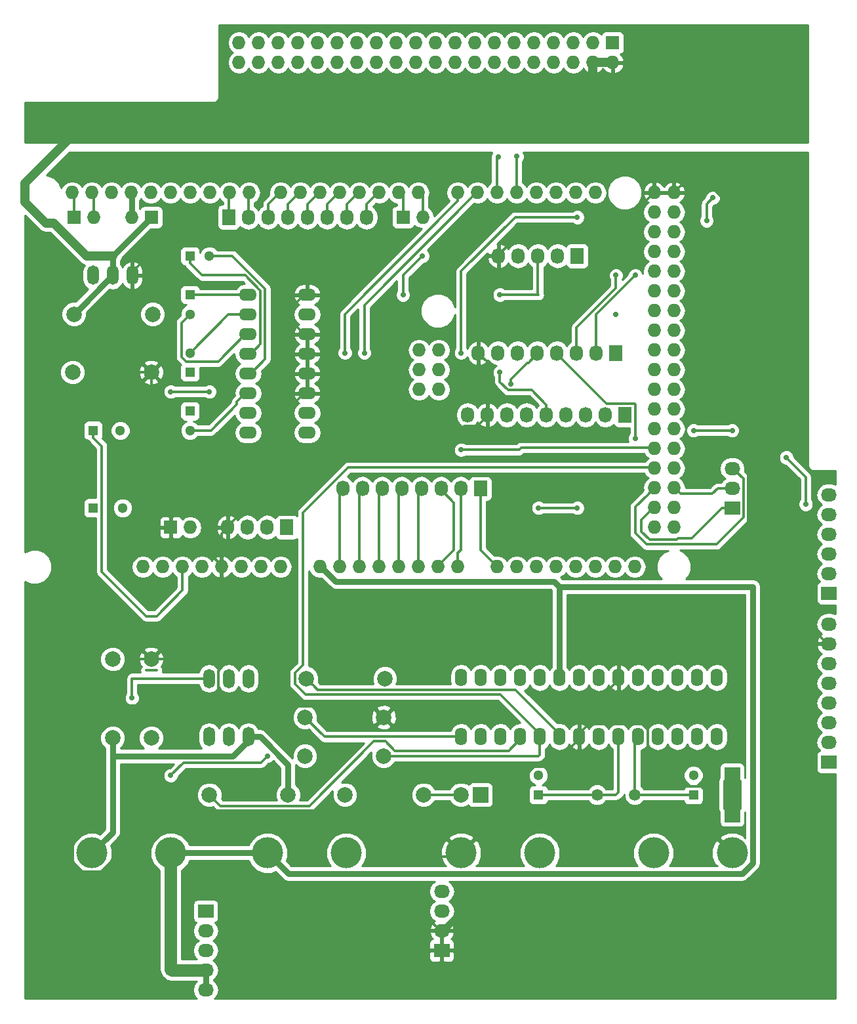
<source format=gtl>
G04 #@! TF.FileFunction,Copper,L1,Top,Signal*
%FSLAX46Y46*%
G04 Gerber Fmt 4.6, Leading zero omitted, Abs format (unit mm)*
G04 Created by KiCad (PCBNEW 4.0.2+dfsg1-stable) date ti. 30. juli 2019 kl. 18.04 +0200*
%MOMM*%
G01*
G04 APERTURE LIST*
%ADD10C,0.100000*%
%ADD11C,0.304800*%
%ADD12O,1.727200X1.727200*%
%ADD13R,1.300000X1.300000*%
%ADD14C,1.300000*%
%ADD15R,2.000000X2.000000*%
%ADD16C,2.000000*%
%ADD17O,1.600000X2.300000*%
%ADD18C,4.000500*%
%ADD19R,1.727200X2.032000*%
%ADD20O,1.727200X2.032000*%
%ADD21R,1.727200X1.727200*%
%ADD22R,2.032000X1.727200*%
%ADD23O,2.032000X1.727200*%
%ADD24C,1.998980*%
%ADD25O,1.501140X2.499360*%
%ADD26O,2.300000X1.600000*%
%ADD27C,1.501140*%
%ADD28R,1.998980X1.998980*%
%ADD29C,0.700000*%
%ADD30C,0.300000*%
%ADD31C,0.900000*%
%ADD32C,0.750000*%
%ADD33C,1.600000*%
%ADD34C,1.200000*%
%ADD35C,0.254000*%
G04 APERTURE END LIST*
D10*
D11*
X251484000Y-130222000D02*
X251484000Y-133778000D01*
X251738000Y-133778000D02*
X251738000Y-130222000D01*
X251992000Y-130222000D02*
X251992000Y-133778000D01*
X252246000Y-133778000D02*
X252246000Y-130222000D01*
X252500000Y-130222000D02*
X252500000Y-133778000D01*
X252754000Y-133778000D02*
X252754000Y-130222000D01*
X253008000Y-130222000D02*
X253008000Y-133778000D01*
X253262000Y-133778000D02*
X253262000Y-130222000D01*
X253516000Y-130222000D02*
X253516000Y-133778000D01*
D12*
X212087000Y-79720000D03*
X214627000Y-79720000D03*
X214627000Y-77180000D03*
X212087000Y-77180000D03*
X214627000Y-74640000D03*
X199260000Y-102580000D03*
X194180000Y-102580000D03*
X191640000Y-102580000D03*
X189100000Y-102580000D03*
X186560000Y-102580000D03*
X184020000Y-102580000D03*
X181480000Y-102580000D03*
X178940000Y-102580000D03*
X234820000Y-54320000D03*
X232280000Y-54320000D03*
X229740000Y-54320000D03*
X227200000Y-54320000D03*
X224660000Y-54320000D03*
X222120000Y-54320000D03*
X219580000Y-54320000D03*
X217040000Y-54320000D03*
X211960000Y-54320000D03*
X209420000Y-54320000D03*
X206880000Y-54320000D03*
X204340000Y-54320000D03*
X201800000Y-54320000D03*
X199260000Y-54320000D03*
X196720000Y-54320000D03*
X194180000Y-54320000D03*
X174876000Y-54320000D03*
X190116000Y-54320000D03*
X187576000Y-54320000D03*
X185036000Y-54320000D03*
X167256000Y-54320000D03*
X169796000Y-54320000D03*
X172336000Y-54320000D03*
X177416000Y-54320000D03*
X179956000Y-54320000D03*
X182496000Y-54320000D03*
X176400000Y-102580000D03*
X201800000Y-102580000D03*
X204340000Y-102580000D03*
X206880000Y-102580000D03*
X209420000Y-102580000D03*
X211960000Y-102580000D03*
X214500000Y-102580000D03*
X217040000Y-102580000D03*
X222120000Y-102580000D03*
X224660000Y-102580000D03*
X227200000Y-102580000D03*
X229740000Y-102580000D03*
X232280000Y-102580000D03*
X234820000Y-102580000D03*
X237360000Y-102580000D03*
X239900000Y-102580000D03*
X242440000Y-54320000D03*
X244980000Y-54320000D03*
X242440000Y-56860000D03*
X244980000Y-56860000D03*
X242440000Y-59400000D03*
X244980000Y-59400000D03*
X242440000Y-61940000D03*
X244980000Y-61940000D03*
X242440000Y-64480000D03*
X244980000Y-64480000D03*
X242440000Y-67020000D03*
X244980000Y-67020000D03*
X242440000Y-69560000D03*
X244980000Y-69560000D03*
X242440000Y-72100000D03*
X244980000Y-72100000D03*
X242440000Y-74640000D03*
X244980000Y-74640000D03*
X242440000Y-77180000D03*
X244980000Y-77180000D03*
X242440000Y-79720000D03*
X244980000Y-79720000D03*
X242440000Y-82260000D03*
X244980000Y-82260000D03*
X242440000Y-84800000D03*
X244980000Y-84800000D03*
X242440000Y-87340000D03*
X244980000Y-87340000D03*
X242440000Y-89880000D03*
X244980000Y-89880000D03*
X242440000Y-92420000D03*
X244980000Y-92420000D03*
X242440000Y-94960000D03*
X244980000Y-94960000D03*
X242440000Y-97500000D03*
X244980000Y-97500000D03*
X212087000Y-74640000D03*
D13*
X247500000Y-132000000D03*
D14*
X247500000Y-129500000D03*
D13*
X227500000Y-132000000D03*
D14*
X227500000Y-129500000D03*
X173500000Y-85000000D03*
D13*
X170000000Y-85000000D03*
X182500000Y-67500000D03*
D14*
X182500000Y-70000000D03*
D13*
X182500000Y-62500000D03*
D14*
X185000000Y-62500000D03*
D13*
X182500000Y-77500000D03*
D14*
X182500000Y-75000000D03*
D13*
X182500000Y-82500000D03*
D14*
X182500000Y-85000000D03*
D13*
X170000000Y-95000000D03*
D14*
X173800000Y-95000000D03*
D15*
X220000000Y-132000000D03*
D16*
X217460000Y-132000000D03*
D17*
X217500000Y-124500000D03*
X220040000Y-124500000D03*
X222580000Y-124500000D03*
X225120000Y-124500000D03*
X227660000Y-124500000D03*
X230200000Y-124500000D03*
X232740000Y-124500000D03*
X235280000Y-124500000D03*
X237820000Y-124500000D03*
X240360000Y-124500000D03*
X242900000Y-124500000D03*
X245440000Y-124500000D03*
X247980000Y-124500000D03*
X250520000Y-124500000D03*
X250520000Y-116880000D03*
X247980000Y-116880000D03*
X245440000Y-116880000D03*
X242900000Y-116880000D03*
X240360000Y-116880000D03*
X237820000Y-116880000D03*
X235280000Y-116880000D03*
X232740000Y-116880000D03*
X230200000Y-116880000D03*
X227660000Y-116880000D03*
X225120000Y-116880000D03*
X222580000Y-116880000D03*
X220040000Y-116880000D03*
X217500000Y-116880000D03*
D18*
X180000000Y-139500000D03*
X169840000Y-139500000D03*
X217500000Y-139500000D03*
X227660000Y-139500000D03*
X192500000Y-139500000D03*
X202660000Y-139500000D03*
X252500000Y-139500000D03*
X242340000Y-139500000D03*
D19*
X238660000Y-83000000D03*
D20*
X236120000Y-83000000D03*
X233580000Y-83000000D03*
X231040000Y-83000000D03*
X228500000Y-83000000D03*
X225960000Y-83000000D03*
X223420000Y-83000000D03*
X220880000Y-83000000D03*
X218340000Y-83000000D03*
D19*
X237500000Y-75000000D03*
D20*
X234960000Y-75000000D03*
X232420000Y-75000000D03*
X229880000Y-75000000D03*
X227340000Y-75000000D03*
X224800000Y-75000000D03*
X222260000Y-75000000D03*
X219720000Y-75000000D03*
D19*
X232500000Y-62500000D03*
D20*
X229960000Y-62500000D03*
X227420000Y-62500000D03*
X224880000Y-62500000D03*
X222340000Y-62500000D03*
D19*
X195000000Y-97500000D03*
D20*
X192460000Y-97500000D03*
X189920000Y-97500000D03*
X187380000Y-97500000D03*
D21*
X177500000Y-57500000D03*
D12*
X174960000Y-57500000D03*
D19*
X220000000Y-92500000D03*
D20*
X217460000Y-92500000D03*
X214920000Y-92500000D03*
X212380000Y-92500000D03*
X209840000Y-92500000D03*
X207300000Y-92500000D03*
X204760000Y-92500000D03*
X202220000Y-92500000D03*
D19*
X187500000Y-57500000D03*
D20*
X190040000Y-57500000D03*
X192580000Y-57500000D03*
X195120000Y-57500000D03*
X197660000Y-57500000D03*
X200200000Y-57500000D03*
X202740000Y-57500000D03*
X205280000Y-57500000D03*
D22*
X252500000Y-95000000D03*
D23*
X252500000Y-92460000D03*
X252500000Y-89920000D03*
D21*
X167500000Y-57500000D03*
D12*
X170040000Y-57500000D03*
D21*
X210000000Y-57500000D03*
D12*
X212540000Y-57500000D03*
D21*
X180000000Y-97500000D03*
D12*
X182540000Y-97500000D03*
D24*
X177500000Y-114500000D03*
X177500000Y-124660000D03*
X172500000Y-114500000D03*
X172500000Y-124660000D03*
X207500000Y-122000000D03*
X197340000Y-122000000D03*
X202500000Y-132000000D03*
X212660000Y-132000000D03*
X185000000Y-132000000D03*
X195160000Y-132000000D03*
X197500000Y-117000000D03*
X207660000Y-117000000D03*
X207500000Y-127000000D03*
X197340000Y-127000000D03*
X177500000Y-77500000D03*
X167340000Y-77500000D03*
X167500000Y-70000000D03*
X177660000Y-70000000D03*
D25*
X187500000Y-124500000D03*
X184960000Y-124500000D03*
X190040000Y-124500000D03*
X187500000Y-117000000D03*
X184960000Y-117000000D03*
X190040000Y-117000000D03*
D26*
X190000000Y-67500000D03*
X190000000Y-70040000D03*
X190000000Y-72580000D03*
X190000000Y-75120000D03*
X190000000Y-77660000D03*
X190000000Y-80200000D03*
X190000000Y-82740000D03*
X190000000Y-85280000D03*
X197620000Y-85280000D03*
X197620000Y-82740000D03*
X197620000Y-80200000D03*
X197620000Y-77660000D03*
X197620000Y-75120000D03*
X197620000Y-72580000D03*
X197620000Y-70040000D03*
X197620000Y-67500000D03*
D25*
X172500000Y-65000000D03*
X169960000Y-65000000D03*
X175040000Y-65000000D03*
D27*
X235059060Y-132000000D03*
X239940940Y-132000000D03*
D28*
X252500000Y-134540000D03*
X252500000Y-129460000D03*
D22*
X265000000Y-106000000D03*
D23*
X265000000Y-103460000D03*
X265000000Y-100920000D03*
X265000000Y-98380000D03*
X265000000Y-95840000D03*
X265000000Y-93300000D03*
D22*
X265000000Y-127780000D03*
D23*
X265000000Y-125240000D03*
X265000000Y-122700000D03*
X265000000Y-120160000D03*
X265000000Y-117620000D03*
X265000000Y-115080000D03*
X265000000Y-112540000D03*
X265000000Y-110000000D03*
D21*
X237080000Y-35000000D03*
D12*
X237080000Y-37540000D03*
X234540000Y-35000000D03*
X234540000Y-37540000D03*
X232000000Y-35000000D03*
X232000000Y-37540000D03*
X229460000Y-35000000D03*
X229460000Y-37540000D03*
X226920000Y-35000000D03*
X226920000Y-37540000D03*
X224380000Y-35000000D03*
X224380000Y-37540000D03*
X221840000Y-35000000D03*
X221840000Y-37540000D03*
X219300000Y-35000000D03*
X219300000Y-37540000D03*
X216760000Y-35000000D03*
X216760000Y-37540000D03*
X214220000Y-35000000D03*
X214220000Y-37540000D03*
X211680000Y-35000000D03*
X211680000Y-37540000D03*
X209140000Y-35000000D03*
X209140000Y-37540000D03*
X206600000Y-35000000D03*
X206600000Y-37540000D03*
X204060000Y-35000000D03*
X204060000Y-37540000D03*
X201520000Y-35000000D03*
X201520000Y-37540000D03*
X198980000Y-35000000D03*
X198980000Y-37540000D03*
X196440000Y-35000000D03*
X196440000Y-37540000D03*
X193900000Y-35000000D03*
X193900000Y-37540000D03*
X191360000Y-35000000D03*
X191360000Y-37540000D03*
X188820000Y-35000000D03*
X188820000Y-37540000D03*
D22*
X184520000Y-147000000D03*
D23*
X184520000Y-149540000D03*
X184520000Y-152080000D03*
X184520000Y-154620000D03*
X184520000Y-157160000D03*
D22*
X215000000Y-152080000D03*
D23*
X215000000Y-149540000D03*
X215000000Y-147000000D03*
X215000000Y-144460000D03*
D29*
X175000000Y-119500000D03*
X180000000Y-129500000D03*
X192500000Y-127000000D03*
X211000000Y-140000000D03*
X211000000Y-144000000D03*
X217500000Y-144000000D03*
X190500000Y-50500000D03*
X183500000Y-56000000D03*
X223000000Y-99000000D03*
X219500000Y-106500000D03*
X200000000Y-109000000D03*
X194500000Y-109000000D03*
X232500000Y-57500000D03*
X217500000Y-75000000D03*
X222500000Y-77500000D03*
X240000000Y-65000000D03*
X237500000Y-65000000D03*
X250000000Y-55000000D03*
X249199990Y-57934877D03*
X249199990Y-57934877D03*
X240000000Y-86000000D03*
X227500000Y-95000000D03*
X232500000Y-95000000D03*
X223933240Y-78974990D03*
X224718855Y-49655552D03*
X259500000Y-88500000D03*
X262000000Y-94500000D03*
X222277472Y-49728307D03*
X237500000Y-70000000D03*
X222500000Y-67500000D03*
X210000000Y-67500000D03*
X212500000Y-62500000D03*
X252500000Y-85000000D03*
X247500000Y-85000000D03*
X217500000Y-87500000D03*
X185000000Y-80000000D03*
X180000000Y-80000000D03*
X205000000Y-75000000D03*
X202500000Y-75000000D03*
D30*
X178195757Y-115949491D02*
X176804243Y-115949491D01*
X239940940Y-132000000D02*
X247500000Y-132000000D01*
X239940940Y-132000000D02*
X239940940Y-124919060D01*
X239940940Y-124919060D02*
X240360000Y-124500000D01*
X237500000Y-132000000D02*
X237820000Y-131680000D01*
X237820000Y-131680000D02*
X237820000Y-124500000D01*
X235059060Y-132000000D02*
X237500000Y-132000000D01*
X227500000Y-132000000D02*
X235000000Y-132000000D01*
X170000000Y-85000000D02*
X170000000Y-85950000D01*
X170000000Y-85950000D02*
X171100001Y-87050001D01*
X171100001Y-87050001D02*
X171100001Y-103245249D01*
X171100001Y-103245249D02*
X176804243Y-108949491D01*
X176804243Y-108949491D02*
X178195757Y-108949491D01*
X178195757Y-108949491D02*
X181521100Y-105624148D01*
X181521100Y-105624148D02*
X181521100Y-102463600D01*
X182500000Y-67500000D02*
X190000000Y-67500000D01*
X182500000Y-70000000D02*
X181399999Y-71100001D01*
X189650000Y-72580000D02*
X190000000Y-72580000D01*
X181399999Y-71100001D02*
X181399999Y-75528001D01*
X181399999Y-75528001D02*
X181971999Y-76100001D01*
X181971999Y-76100001D02*
X186129999Y-76100001D01*
X186129999Y-76100001D02*
X189650000Y-72580000D01*
X189617781Y-65000000D02*
X184050000Y-65000000D01*
X184050000Y-65000000D02*
X182500000Y-63450000D01*
X182500000Y-63450000D02*
X182500000Y-62500000D01*
X190000000Y-75120000D02*
X190350000Y-75120000D01*
X191600010Y-73869990D02*
X191600010Y-66982229D01*
X190350000Y-75120000D02*
X191600010Y-73869990D01*
X191600010Y-66982229D02*
X189617781Y-65000000D01*
X185000000Y-62500000D02*
X187966323Y-62500000D01*
X187966323Y-62500000D02*
X192200020Y-66733697D01*
X192200020Y-66733697D02*
X192200020Y-75809980D01*
X192200020Y-75809980D02*
X190350000Y-77660000D01*
X190350000Y-77660000D02*
X190000000Y-77660000D01*
X182500000Y-75000000D02*
X187460000Y-70040000D01*
X187460000Y-70040000D02*
X190000000Y-70040000D01*
X182500000Y-85000000D02*
X185200000Y-85000000D01*
X185200000Y-85000000D02*
X188550000Y-81650000D01*
X188550000Y-81650000D02*
X188550000Y-81300000D01*
X188550000Y-81300000D02*
X189650000Y-80200000D01*
X189650000Y-80200000D02*
X190000000Y-80200000D01*
X217460000Y-132000000D02*
X212660000Y-132000000D01*
X217500000Y-124500000D02*
X199840000Y-124500000D01*
X199840000Y-124500000D02*
X197340000Y-122000000D01*
X185000000Y-132000000D02*
X186449491Y-133449491D01*
X186449491Y-133449491D02*
X197902995Y-133449491D01*
X197902995Y-133449491D02*
X206252476Y-125100010D01*
X207745258Y-125100010D02*
X208949491Y-126304243D01*
X206252476Y-125100010D02*
X207745258Y-125100010D01*
X208949491Y-126304243D02*
X223665757Y-126304243D01*
X223665757Y-126304243D02*
X225120000Y-124850000D01*
X225120000Y-124850000D02*
X225120000Y-124500000D01*
X184960000Y-131960000D02*
X185000000Y-132000000D01*
X184960000Y-124999110D02*
X184960000Y-124500000D01*
X242481100Y-89763600D02*
X202946275Y-89763600D01*
X202946275Y-89763600D02*
X197074762Y-95635113D01*
X197074762Y-95635113D02*
X197074762Y-115279990D01*
X197074762Y-115279990D02*
X196050509Y-116304243D01*
X196050509Y-116304243D02*
X196050509Y-117695757D01*
X196050509Y-117695757D02*
X197434772Y-119080020D01*
X197434772Y-119080020D02*
X222590020Y-119080020D01*
X222590020Y-119080020D02*
X227660000Y-124150000D01*
X227660000Y-124150000D02*
X227660000Y-124500000D01*
X227660000Y-126840000D02*
X227500000Y-127000000D01*
X227500000Y-127000000D02*
X207500000Y-127000000D01*
X227660000Y-124500000D02*
X227660000Y-126840000D01*
X184960000Y-117000000D02*
X175000000Y-117000000D01*
X175000000Y-119500000D02*
X175000000Y-117000000D01*
X192500000Y-127000000D02*
X191674990Y-127825010D01*
X191674990Y-127825010D02*
X181674990Y-127825010D01*
X181674990Y-127825010D02*
X180000000Y-129500000D01*
X230200000Y-124500000D02*
X230200000Y-124150000D01*
X230200000Y-124150000D02*
X224530010Y-118480010D01*
X224530010Y-118480010D02*
X198980010Y-118480010D01*
X198980010Y-118480010D02*
X198499489Y-117999489D01*
X198499489Y-117999489D02*
X197500000Y-117000000D01*
X211000000Y-140000000D02*
X217000000Y-140000000D01*
X217000000Y-140000000D02*
X217500000Y-139500000D01*
X215000000Y-149540000D02*
X214847600Y-149540000D01*
X214847600Y-149540000D02*
X211000000Y-145692400D01*
X211000000Y-145692400D02*
X211000000Y-145540000D01*
X211000000Y-145540000D02*
X211000000Y-144000000D01*
D31*
X217500000Y-144000000D02*
X217500000Y-147192400D01*
X217500000Y-147192400D02*
X215152400Y-149540000D01*
D30*
X215152400Y-149540000D02*
X215000000Y-149540000D01*
X215000000Y-149540000D02*
X215000000Y-152080000D01*
X215000000Y-152080000D02*
X201453628Y-152080000D01*
X201453628Y-152080000D02*
X193500000Y-144126372D01*
X167000000Y-123586508D02*
X167000000Y-151500000D01*
X177500000Y-114500000D02*
X176086508Y-114500000D01*
X176086508Y-114500000D02*
X167000000Y-123586508D01*
X190500000Y-50500000D02*
X188000000Y-50500000D01*
X175040000Y-65000000D02*
X175040000Y-64500890D01*
X175040000Y-64500890D02*
X183500000Y-56040890D01*
X183500000Y-56040890D02*
X183500000Y-56000000D01*
X223000000Y-99000000D02*
X225500000Y-99000000D01*
X203000000Y-109000000D02*
X217000000Y-109000000D01*
X217000000Y-109000000D02*
X219500000Y-106500000D01*
X200000000Y-109000000D02*
X203000000Y-109000000D01*
X177500000Y-114500000D02*
X189000000Y-114500000D01*
X189000000Y-114500000D02*
X194500000Y-109000000D01*
X265000000Y-112540000D02*
X264847600Y-112540000D01*
X264847600Y-112540000D02*
X254566010Y-102258410D01*
X254566010Y-102258410D02*
X254566010Y-58382008D01*
X254566010Y-58382008D02*
X249640403Y-53456401D01*
X249640403Y-53456401D02*
X245843599Y-53456401D01*
X245843599Y-53456401D02*
X244980000Y-54320000D01*
X242440000Y-54320000D02*
X237072400Y-59687600D01*
X225000000Y-59687600D02*
X222340000Y-62347600D01*
X222340000Y-62347600D02*
X222340000Y-62500000D01*
X237072400Y-59687600D02*
X225000000Y-59687600D01*
X244980000Y-54320000D02*
X242440000Y-54320000D01*
X186601100Y-102463600D02*
X185287499Y-101149999D01*
X185287499Y-101149999D02*
X175810571Y-101149999D01*
X175810571Y-101149999D02*
X175127499Y-101833071D01*
X175127499Y-101833071D02*
X175127499Y-101208901D01*
X175127499Y-101208901D02*
X178836400Y-97500000D01*
X178836400Y-97500000D02*
X180000000Y-97500000D01*
X186601100Y-102463600D02*
X186601100Y-115563074D01*
X186601100Y-115563074D02*
X186160580Y-116003594D01*
X186160580Y-116003594D02*
X186160580Y-120536406D01*
X220880000Y-83000000D02*
X220880000Y-83152400D01*
X220880000Y-83152400D02*
X219566390Y-84466010D01*
X219566390Y-84466010D02*
X217906390Y-84466010D01*
X217906390Y-84466010D02*
X214872400Y-87500000D01*
X220880000Y-83000000D02*
X220880000Y-76160000D01*
X220880000Y-76160000D02*
X219720000Y-75000000D01*
X217500000Y-139500000D02*
X212049500Y-134049500D01*
X212049500Y-134049500D02*
X178916872Y-134049500D01*
X178916872Y-134049500D02*
X171016121Y-141950251D01*
X171016121Y-141950251D02*
X168663879Y-141950251D01*
X168663879Y-141950251D02*
X167389749Y-140676121D01*
X167389749Y-140676121D02*
X167389749Y-127625003D01*
X167389749Y-127625003D02*
X174478346Y-120536406D01*
X174478346Y-120536406D02*
X186160580Y-120536406D01*
X186160580Y-120536406D02*
X186146477Y-120550509D01*
X186146477Y-120550509D02*
X206050509Y-120550509D01*
X206500511Y-121000511D02*
X207500000Y-122000000D01*
X183550509Y-123146477D02*
X186146477Y-120550509D01*
X206050509Y-120550509D02*
X206500511Y-121000511D01*
X232740000Y-124500000D02*
X232740000Y-124850000D01*
X232740000Y-124850000D02*
X229190001Y-128399999D01*
X229190001Y-128399999D02*
X226971999Y-128399999D01*
X226971999Y-128399999D02*
X219500249Y-135871749D01*
X219500249Y-135871749D02*
X219500249Y-137499751D01*
X219500249Y-137499751D02*
X217500000Y-139500000D01*
X175000000Y-77500000D02*
X175040000Y-77460000D01*
X175040000Y-77460000D02*
X175040000Y-65000000D01*
X177500000Y-77500000D02*
X175000000Y-77500000D01*
X219720000Y-75000000D02*
X219720000Y-63956400D01*
X219720000Y-63956400D02*
X221176400Y-62500000D01*
X221176400Y-62500000D02*
X222340000Y-62500000D01*
X210000000Y-87500000D02*
X214872400Y-87500000D01*
X202700000Y-80200000D02*
X210000000Y-87500000D01*
X197620000Y-80200000D02*
X202700000Y-80200000D01*
X195000000Y-70310000D02*
X195000000Y-69770000D01*
X195000000Y-69770000D02*
X197270000Y-67500000D01*
X197270000Y-67500000D02*
X197620000Y-67500000D01*
X197620000Y-72580000D02*
X197270000Y-72580000D01*
X197270000Y-72580000D02*
X195000000Y-70310000D01*
X197620000Y-75120000D02*
X197620000Y-72580000D01*
X197620000Y-80200000D02*
X197620000Y-77660000D01*
X195000000Y-89727600D02*
X195000000Y-82470000D01*
X195000000Y-82470000D02*
X197270000Y-80200000D01*
X197270000Y-80200000D02*
X197620000Y-80200000D01*
X187380000Y-97500000D02*
X187380000Y-97347600D01*
X187380000Y-97347600D02*
X195000000Y-89727600D01*
X180000000Y-90000000D02*
X177500000Y-87500000D01*
X177500000Y-87500000D02*
X177500000Y-77500000D01*
X180000000Y-97500000D02*
X180000000Y-90000000D01*
X186601100Y-102463600D02*
X186601100Y-98278900D01*
X186601100Y-98278900D02*
X187380000Y-97500000D01*
X232740000Y-124500000D02*
X232740000Y-124150000D01*
X232740000Y-124150000D02*
X233990010Y-122899990D01*
X233990010Y-122899990D02*
X240877771Y-122899990D01*
X240877771Y-122899990D02*
X241610010Y-123632229D01*
X241610010Y-123632229D02*
X241610010Y-126020010D01*
X246489999Y-130899999D02*
X248510001Y-130899999D01*
X241610010Y-126020010D02*
X246489999Y-130899999D01*
X248510001Y-130899999D02*
X250499751Y-132889749D01*
X250499751Y-132889749D02*
X250499751Y-137499751D01*
X250499751Y-137499751D02*
X252500000Y-139500000D01*
X232740000Y-124500000D02*
X232740000Y-121960000D01*
X232740000Y-121960000D02*
X236370000Y-118330000D01*
X236370000Y-118330000D02*
X236720000Y-118330000D01*
X236720000Y-118330000D02*
X237820000Y-117230000D01*
X237820000Y-117230000D02*
X237820000Y-116880000D01*
D32*
X180120000Y-154620000D02*
X180000000Y-154500000D01*
D33*
X180000000Y-154500000D02*
X180000000Y-139500000D01*
X184520000Y-154620000D02*
X180120000Y-154620000D01*
D32*
X184520000Y-157160000D02*
X184520000Y-154620000D01*
X199301100Y-102463600D02*
X201316507Y-104479007D01*
X201316507Y-104479007D02*
X229479007Y-104479007D01*
X229479007Y-104479007D02*
X230200000Y-105200000D01*
X230200000Y-109880000D02*
X230200000Y-116880000D01*
X230200000Y-105200000D02*
X255150502Y-105200000D01*
X255150502Y-105200000D02*
X255175251Y-105175251D01*
X253784121Y-142175251D02*
X195175251Y-142175251D01*
X255175251Y-105175251D02*
X255175251Y-140784121D01*
X255175251Y-140784121D02*
X253784121Y-142175251D01*
X195175251Y-142175251D02*
X192500000Y-139500000D01*
X230200000Y-105200000D02*
X230200000Y-109880000D01*
X180000000Y-139500000D02*
X192500000Y-139500000D01*
X195160000Y-132000000D02*
X195160000Y-128119430D01*
X195160000Y-128119430D02*
X191540570Y-124500000D01*
X191540570Y-124500000D02*
X190040000Y-124500000D01*
X172500000Y-124660000D02*
X172500000Y-127000000D01*
X172500000Y-127000000D02*
X172500000Y-136840000D01*
X190040000Y-124500000D02*
X190040000Y-124999110D01*
X190040000Y-124999110D02*
X188039110Y-127000000D01*
X188039110Y-127000000D02*
X172500000Y-127000000D01*
X172500000Y-136840000D02*
X169840000Y-139500000D01*
D30*
X228500000Y-83000000D02*
X228500000Y-81684000D01*
X228500000Y-81684000D02*
X226590991Y-79774991D01*
X226590991Y-79774991D02*
X223549239Y-79774991D01*
X223549239Y-79774991D02*
X222500000Y-78725752D01*
X222500000Y-77994974D02*
X222500000Y-77500000D01*
X222500000Y-78725752D02*
X222500000Y-77994974D01*
X217500000Y-75000000D02*
X217500000Y-64479316D01*
X217500000Y-64479316D02*
X224479316Y-57500000D01*
X224479316Y-57500000D02*
X232500000Y-57500000D01*
X240000000Y-65000000D02*
X234960000Y-70040000D01*
X234960000Y-70040000D02*
X234960000Y-75000000D01*
X237500000Y-65000000D02*
X237500000Y-66651458D01*
X237500000Y-66651458D02*
X232420000Y-71731458D01*
X232420000Y-71731458D02*
X232420000Y-73684000D01*
X232420000Y-73684000D02*
X232420000Y-75000000D01*
X249199990Y-57934877D02*
X249199990Y-55800010D01*
X249199990Y-55800010D02*
X250000000Y-55000000D01*
X252500000Y-92460000D02*
X250656142Y-92460000D01*
X250656142Y-92460000D02*
X249948943Y-93167199D01*
X249948943Y-93167199D02*
X245884699Y-93167199D01*
X245884699Y-93167199D02*
X245021100Y-92303600D01*
X239999540Y-94860460D02*
X241576401Y-93283599D01*
X241576401Y-93283599D02*
X242440000Y-92420000D01*
X239999540Y-98260027D02*
X239999540Y-94860460D01*
X245581408Y-99691265D02*
X245579526Y-99693147D01*
X253966001Y-96223601D02*
X250498337Y-99691265D01*
X241432660Y-99693147D02*
X239999540Y-98260027D01*
X252500000Y-89920000D02*
X252652400Y-89920000D01*
X245579526Y-99693147D02*
X241432660Y-99693147D01*
X252652400Y-89920000D02*
X253966001Y-91233601D01*
X253966001Y-91233601D02*
X253966001Y-96223601D01*
X250498337Y-99691265D02*
X245581408Y-99691265D01*
X229880000Y-75000000D02*
X229880000Y-75152400D01*
X239883601Y-81533999D02*
X240000000Y-81650398D01*
X229880000Y-75152400D02*
X236261599Y-81533999D01*
X236261599Y-81533999D02*
X239883601Y-81533999D01*
X240000000Y-81650398D02*
X240000000Y-86000000D01*
X230000000Y-75120000D02*
X229880000Y-75000000D01*
X252500000Y-89920000D02*
X252347600Y-89920000D01*
X232500000Y-95000000D02*
X227500000Y-95000000D01*
X252500000Y-95000000D02*
X251184000Y-95000000D01*
X251184000Y-95000000D02*
X247283120Y-98900880D01*
X247283120Y-98900880D02*
X245523250Y-98900880D01*
X245523250Y-98900880D02*
X245330994Y-99093136D01*
X245330994Y-99093136D02*
X241836651Y-99093136D01*
X241617501Y-95707199D02*
X242481100Y-94843600D01*
X241836651Y-99093136D02*
X240768563Y-98025048D01*
X240768563Y-98025048D02*
X240768563Y-96556137D01*
X240768563Y-96556137D02*
X241617501Y-95707199D01*
X223933240Y-78974990D02*
X223933240Y-78406760D01*
X223933240Y-78406760D02*
X226024000Y-76316000D01*
X226024000Y-76316000D02*
X226176400Y-76316000D01*
X226176400Y-76316000D02*
X227340000Y-75152400D01*
X227340000Y-75152400D02*
X227340000Y-75000000D01*
X224660000Y-49714407D02*
X224718855Y-49655552D01*
X224660000Y-54320000D02*
X224660000Y-49714407D01*
X262000000Y-94500000D02*
X262000000Y-91000000D01*
X262000000Y-91000000D02*
X259500000Y-88500000D01*
X222120000Y-49885779D02*
X222277472Y-49728307D01*
X222120000Y-54320000D02*
X222120000Y-49885779D01*
X227500000Y-67500000D02*
X227420000Y-67420000D01*
X227420000Y-67420000D02*
X227420000Y-62500000D01*
X222500000Y-67500000D02*
X227500000Y-67500000D01*
X212500000Y-62500000D02*
X210000000Y-65000000D01*
X210000000Y-65000000D02*
X210000000Y-67500000D01*
X247500000Y-85000000D02*
X252500000Y-85000000D01*
X220000000Y-92500000D02*
X220000000Y-100460000D01*
X220000000Y-100460000D02*
X222120000Y-102580000D01*
X217081100Y-102463600D02*
X217081100Y-100772142D01*
X217081100Y-100772142D02*
X217460000Y-100393242D01*
X217460000Y-100393242D02*
X217460000Y-93816000D01*
X217460000Y-93816000D02*
X217460000Y-92500000D01*
X214541100Y-102463600D02*
X216591101Y-100413599D01*
X216591101Y-100413599D02*
X216591101Y-94323501D01*
X216591101Y-94323501D02*
X214920000Y-92652400D01*
X214920000Y-92652400D02*
X214920000Y-92500000D01*
X212001100Y-102463600D02*
X212001100Y-92878900D01*
X212001100Y-92878900D02*
X212380000Y-92500000D01*
X209461100Y-102463600D02*
X209461100Y-92878900D01*
X209461100Y-92878900D02*
X209840000Y-92500000D01*
X206921100Y-102463600D02*
X206921100Y-92878900D01*
X206921100Y-92878900D02*
X207300000Y-92500000D01*
X204381100Y-102463600D02*
X204381100Y-92878900D01*
X204381100Y-92878900D02*
X204760000Y-92500000D01*
X201841100Y-102463600D02*
X201841100Y-92878900D01*
X201841100Y-92878900D02*
X202220000Y-92500000D01*
X187500000Y-57500000D02*
X187500000Y-54320700D01*
X187500000Y-54320700D02*
X187617100Y-54203600D01*
X190040000Y-57500000D02*
X190040000Y-54320700D01*
X190040000Y-54320700D02*
X190157100Y-54203600D01*
X192580000Y-57500000D02*
X192580000Y-55844700D01*
X192580000Y-55844700D02*
X194221100Y-54203600D01*
X195120000Y-57500000D02*
X195120000Y-55844700D01*
X195120000Y-55844700D02*
X196761100Y-54203600D01*
X197660000Y-57500000D02*
X197660000Y-55844700D01*
X197660000Y-55844700D02*
X199301100Y-54203600D01*
X200200000Y-57500000D02*
X200200000Y-55844700D01*
X200200000Y-55844700D02*
X201841100Y-54203600D01*
X202740000Y-57500000D02*
X202740000Y-55844700D01*
X202740000Y-55844700D02*
X204381100Y-54203600D01*
X205280000Y-57500000D02*
X205280000Y-55844700D01*
X205280000Y-55844700D02*
X206921100Y-54203600D01*
X167500000Y-57500000D02*
X167500000Y-54406500D01*
X167500000Y-54406500D02*
X167297100Y-54203600D01*
X170040000Y-57500000D02*
X170040000Y-54406500D01*
X170040000Y-54406500D02*
X169837100Y-54203600D01*
X210000000Y-57500000D02*
X210000000Y-54742500D01*
X210000000Y-54742500D02*
X209461100Y-54203600D01*
X212540000Y-57500000D02*
X212540000Y-54742500D01*
X212540000Y-54742500D02*
X212001100Y-54203600D01*
X225000000Y-87500000D02*
X225276400Y-87223600D01*
X225276400Y-87223600D02*
X242481100Y-87223600D01*
X217500000Y-87500000D02*
X225000000Y-87500000D01*
X180000000Y-80000000D02*
X185000000Y-80000000D01*
X205000000Y-75000000D02*
X205000000Y-68824700D01*
X205000000Y-68824700D02*
X219621100Y-54203600D01*
X202506014Y-70000000D02*
X202506014Y-74993986D01*
X202506014Y-74993986D02*
X202500000Y-75000000D01*
X217081100Y-54203600D02*
X217081100Y-55424914D01*
X217081100Y-55424914D02*
X202506014Y-70000000D01*
D32*
X174960000Y-57500000D02*
X174960000Y-54246500D01*
X174960000Y-54246500D02*
X174917100Y-54203600D01*
D34*
X234540000Y-37540000D02*
X237080000Y-37540000D01*
X234500000Y-44500000D02*
X234540000Y-44460000D01*
X234540000Y-44460000D02*
X234540000Y-37540000D01*
X169819998Y-44500000D02*
X234500000Y-44500000D01*
X172500000Y-62500000D02*
X169152798Y-62500000D01*
X164900001Y-58247203D02*
X163927201Y-58247203D01*
X169152798Y-62500000D02*
X164900001Y-58247203D01*
X163927201Y-58247203D02*
X161199999Y-55520001D01*
X161199999Y-55520001D02*
X161199999Y-53119999D01*
X161199999Y-53119999D02*
X169819998Y-44500000D01*
D32*
X167500000Y-70000000D02*
X172500000Y-65000000D01*
X172500000Y-62500000D02*
X172500000Y-65000000D01*
X177500000Y-57500000D02*
X172500000Y-62500000D01*
D35*
G36*
X262290000Y-47873000D02*
X161210000Y-47873000D01*
X161210000Y-42710000D01*
X185500000Y-42710000D01*
X185771705Y-42655954D01*
X186002046Y-42502046D01*
X186155954Y-42271705D01*
X186210000Y-42000000D01*
X186210000Y-34970641D01*
X187321400Y-34970641D01*
X187321400Y-35029359D01*
X187435474Y-35602848D01*
X187760330Y-36089029D01*
X188031172Y-36270000D01*
X187760330Y-36450971D01*
X187435474Y-36937152D01*
X187321400Y-37510641D01*
X187321400Y-37569359D01*
X187435474Y-38142848D01*
X187760330Y-38629029D01*
X188246511Y-38953885D01*
X188820000Y-39067959D01*
X189393489Y-38953885D01*
X189879670Y-38629029D01*
X190090000Y-38314248D01*
X190300330Y-38629029D01*
X190786511Y-38953885D01*
X191360000Y-39067959D01*
X191933489Y-38953885D01*
X192419670Y-38629029D01*
X192630000Y-38314248D01*
X192840330Y-38629029D01*
X193326511Y-38953885D01*
X193900000Y-39067959D01*
X194473489Y-38953885D01*
X194959670Y-38629029D01*
X195170000Y-38314248D01*
X195380330Y-38629029D01*
X195866511Y-38953885D01*
X196440000Y-39067959D01*
X197013489Y-38953885D01*
X197499670Y-38629029D01*
X197710000Y-38314248D01*
X197920330Y-38629029D01*
X198406511Y-38953885D01*
X198980000Y-39067959D01*
X199553489Y-38953885D01*
X200039670Y-38629029D01*
X200250000Y-38314248D01*
X200460330Y-38629029D01*
X200946511Y-38953885D01*
X201520000Y-39067959D01*
X202093489Y-38953885D01*
X202579670Y-38629029D01*
X202790000Y-38314248D01*
X203000330Y-38629029D01*
X203486511Y-38953885D01*
X204060000Y-39067959D01*
X204633489Y-38953885D01*
X205119670Y-38629029D01*
X205330000Y-38314248D01*
X205540330Y-38629029D01*
X206026511Y-38953885D01*
X206600000Y-39067959D01*
X207173489Y-38953885D01*
X207659670Y-38629029D01*
X207870000Y-38314248D01*
X208080330Y-38629029D01*
X208566511Y-38953885D01*
X209140000Y-39067959D01*
X209713489Y-38953885D01*
X210199670Y-38629029D01*
X210410000Y-38314248D01*
X210620330Y-38629029D01*
X211106511Y-38953885D01*
X211680000Y-39067959D01*
X212253489Y-38953885D01*
X212739670Y-38629029D01*
X212950000Y-38314248D01*
X213160330Y-38629029D01*
X213646511Y-38953885D01*
X214220000Y-39067959D01*
X214793489Y-38953885D01*
X215279670Y-38629029D01*
X215490000Y-38314248D01*
X215700330Y-38629029D01*
X216186511Y-38953885D01*
X216760000Y-39067959D01*
X217333489Y-38953885D01*
X217819670Y-38629029D01*
X218030000Y-38314248D01*
X218240330Y-38629029D01*
X218726511Y-38953885D01*
X219300000Y-39067959D01*
X219873489Y-38953885D01*
X220359670Y-38629029D01*
X220570000Y-38314248D01*
X220780330Y-38629029D01*
X221266511Y-38953885D01*
X221840000Y-39067959D01*
X222413489Y-38953885D01*
X222899670Y-38629029D01*
X223110000Y-38314248D01*
X223320330Y-38629029D01*
X223806511Y-38953885D01*
X224380000Y-39067959D01*
X224953489Y-38953885D01*
X225439670Y-38629029D01*
X225650000Y-38314248D01*
X225860330Y-38629029D01*
X226346511Y-38953885D01*
X226920000Y-39067959D01*
X227493489Y-38953885D01*
X227979670Y-38629029D01*
X228190000Y-38314248D01*
X228400330Y-38629029D01*
X228886511Y-38953885D01*
X229460000Y-39067959D01*
X230033489Y-38953885D01*
X230519670Y-38629029D01*
X230730000Y-38314248D01*
X230940330Y-38629029D01*
X231426511Y-38953885D01*
X232000000Y-39067959D01*
X232573489Y-38953885D01*
X233059670Y-38629029D01*
X233275664Y-38305772D01*
X233333179Y-38428490D01*
X233765053Y-38822688D01*
X234180974Y-38994958D01*
X234413000Y-38873817D01*
X234413000Y-37667000D01*
X234667000Y-37667000D01*
X234667000Y-38873817D01*
X234899026Y-38994958D01*
X235314947Y-38822688D01*
X235746821Y-38428490D01*
X235810000Y-38293687D01*
X235873179Y-38428490D01*
X236305053Y-38822688D01*
X236720974Y-38994958D01*
X236953000Y-38873817D01*
X236953000Y-37667000D01*
X237207000Y-37667000D01*
X237207000Y-38873817D01*
X237439026Y-38994958D01*
X237854947Y-38822688D01*
X238286821Y-38428490D01*
X238534968Y-37899027D01*
X238414469Y-37667000D01*
X237207000Y-37667000D01*
X236953000Y-37667000D01*
X234667000Y-37667000D01*
X234413000Y-37667000D01*
X234393000Y-37667000D01*
X234393000Y-37413000D01*
X234413000Y-37413000D01*
X234413000Y-37393000D01*
X234667000Y-37393000D01*
X234667000Y-37413000D01*
X236953000Y-37413000D01*
X236953000Y-37393000D01*
X237207000Y-37393000D01*
X237207000Y-37413000D01*
X238414469Y-37413000D01*
X238534968Y-37180973D01*
X238286821Y-36651510D01*
X238100567Y-36481505D01*
X238178917Y-36466762D01*
X238395041Y-36327690D01*
X238540031Y-36115490D01*
X238591040Y-35863600D01*
X238591040Y-34136400D01*
X238546762Y-33901083D01*
X238407690Y-33684959D01*
X238195490Y-33539969D01*
X237943600Y-33488960D01*
X236216400Y-33488960D01*
X235981083Y-33533238D01*
X235764959Y-33672310D01*
X235619969Y-33884510D01*
X235611136Y-33928131D01*
X235599670Y-33910971D01*
X235113489Y-33586115D01*
X234540000Y-33472041D01*
X233966511Y-33586115D01*
X233480330Y-33910971D01*
X233270000Y-34225752D01*
X233059670Y-33910971D01*
X232573489Y-33586115D01*
X232000000Y-33472041D01*
X231426511Y-33586115D01*
X230940330Y-33910971D01*
X230730000Y-34225752D01*
X230519670Y-33910971D01*
X230033489Y-33586115D01*
X229460000Y-33472041D01*
X228886511Y-33586115D01*
X228400330Y-33910971D01*
X228190000Y-34225752D01*
X227979670Y-33910971D01*
X227493489Y-33586115D01*
X226920000Y-33472041D01*
X226346511Y-33586115D01*
X225860330Y-33910971D01*
X225650000Y-34225752D01*
X225439670Y-33910971D01*
X224953489Y-33586115D01*
X224380000Y-33472041D01*
X223806511Y-33586115D01*
X223320330Y-33910971D01*
X223110000Y-34225752D01*
X222899670Y-33910971D01*
X222413489Y-33586115D01*
X221840000Y-33472041D01*
X221266511Y-33586115D01*
X220780330Y-33910971D01*
X220570000Y-34225752D01*
X220359670Y-33910971D01*
X219873489Y-33586115D01*
X219300000Y-33472041D01*
X218726511Y-33586115D01*
X218240330Y-33910971D01*
X218030000Y-34225752D01*
X217819670Y-33910971D01*
X217333489Y-33586115D01*
X216760000Y-33472041D01*
X216186511Y-33586115D01*
X215700330Y-33910971D01*
X215490000Y-34225752D01*
X215279670Y-33910971D01*
X214793489Y-33586115D01*
X214220000Y-33472041D01*
X213646511Y-33586115D01*
X213160330Y-33910971D01*
X212950000Y-34225752D01*
X212739670Y-33910971D01*
X212253489Y-33586115D01*
X211680000Y-33472041D01*
X211106511Y-33586115D01*
X210620330Y-33910971D01*
X210410000Y-34225752D01*
X210199670Y-33910971D01*
X209713489Y-33586115D01*
X209140000Y-33472041D01*
X208566511Y-33586115D01*
X208080330Y-33910971D01*
X207870000Y-34225752D01*
X207659670Y-33910971D01*
X207173489Y-33586115D01*
X206600000Y-33472041D01*
X206026511Y-33586115D01*
X205540330Y-33910971D01*
X205330000Y-34225752D01*
X205119670Y-33910971D01*
X204633489Y-33586115D01*
X204060000Y-33472041D01*
X203486511Y-33586115D01*
X203000330Y-33910971D01*
X202790000Y-34225752D01*
X202579670Y-33910971D01*
X202093489Y-33586115D01*
X201520000Y-33472041D01*
X200946511Y-33586115D01*
X200460330Y-33910971D01*
X200250000Y-34225752D01*
X200039670Y-33910971D01*
X199553489Y-33586115D01*
X198980000Y-33472041D01*
X198406511Y-33586115D01*
X197920330Y-33910971D01*
X197710000Y-34225752D01*
X197499670Y-33910971D01*
X197013489Y-33586115D01*
X196440000Y-33472041D01*
X195866511Y-33586115D01*
X195380330Y-33910971D01*
X195170000Y-34225752D01*
X194959670Y-33910971D01*
X194473489Y-33586115D01*
X193900000Y-33472041D01*
X193326511Y-33586115D01*
X192840330Y-33910971D01*
X192630000Y-34225752D01*
X192419670Y-33910971D01*
X191933489Y-33586115D01*
X191360000Y-33472041D01*
X190786511Y-33586115D01*
X190300330Y-33910971D01*
X190090000Y-34225752D01*
X189879670Y-33910971D01*
X189393489Y-33586115D01*
X188820000Y-33472041D01*
X188246511Y-33586115D01*
X187760330Y-33910971D01*
X187435474Y-34397152D01*
X187321400Y-34970641D01*
X186210000Y-34970641D01*
X186210000Y-32710000D01*
X262290000Y-32710000D01*
X262290000Y-47873000D01*
X262290000Y-47873000D01*
G37*
X262290000Y-47873000D02*
X161210000Y-47873000D01*
X161210000Y-42710000D01*
X185500000Y-42710000D01*
X185771705Y-42655954D01*
X186002046Y-42502046D01*
X186155954Y-42271705D01*
X186210000Y-42000000D01*
X186210000Y-34970641D01*
X187321400Y-34970641D01*
X187321400Y-35029359D01*
X187435474Y-35602848D01*
X187760330Y-36089029D01*
X188031172Y-36270000D01*
X187760330Y-36450971D01*
X187435474Y-36937152D01*
X187321400Y-37510641D01*
X187321400Y-37569359D01*
X187435474Y-38142848D01*
X187760330Y-38629029D01*
X188246511Y-38953885D01*
X188820000Y-39067959D01*
X189393489Y-38953885D01*
X189879670Y-38629029D01*
X190090000Y-38314248D01*
X190300330Y-38629029D01*
X190786511Y-38953885D01*
X191360000Y-39067959D01*
X191933489Y-38953885D01*
X192419670Y-38629029D01*
X192630000Y-38314248D01*
X192840330Y-38629029D01*
X193326511Y-38953885D01*
X193900000Y-39067959D01*
X194473489Y-38953885D01*
X194959670Y-38629029D01*
X195170000Y-38314248D01*
X195380330Y-38629029D01*
X195866511Y-38953885D01*
X196440000Y-39067959D01*
X197013489Y-38953885D01*
X197499670Y-38629029D01*
X197710000Y-38314248D01*
X197920330Y-38629029D01*
X198406511Y-38953885D01*
X198980000Y-39067959D01*
X199553489Y-38953885D01*
X200039670Y-38629029D01*
X200250000Y-38314248D01*
X200460330Y-38629029D01*
X200946511Y-38953885D01*
X201520000Y-39067959D01*
X202093489Y-38953885D01*
X202579670Y-38629029D01*
X202790000Y-38314248D01*
X203000330Y-38629029D01*
X203486511Y-38953885D01*
X204060000Y-39067959D01*
X204633489Y-38953885D01*
X205119670Y-38629029D01*
X205330000Y-38314248D01*
X205540330Y-38629029D01*
X206026511Y-38953885D01*
X206600000Y-39067959D01*
X207173489Y-38953885D01*
X207659670Y-38629029D01*
X207870000Y-38314248D01*
X208080330Y-38629029D01*
X208566511Y-38953885D01*
X209140000Y-39067959D01*
X209713489Y-38953885D01*
X210199670Y-38629029D01*
X210410000Y-38314248D01*
X210620330Y-38629029D01*
X211106511Y-38953885D01*
X211680000Y-39067959D01*
X212253489Y-38953885D01*
X212739670Y-38629029D01*
X212950000Y-38314248D01*
X213160330Y-38629029D01*
X213646511Y-38953885D01*
X214220000Y-39067959D01*
X214793489Y-38953885D01*
X215279670Y-38629029D01*
X215490000Y-38314248D01*
X215700330Y-38629029D01*
X216186511Y-38953885D01*
X216760000Y-39067959D01*
X217333489Y-38953885D01*
X217819670Y-38629029D01*
X218030000Y-38314248D01*
X218240330Y-38629029D01*
X218726511Y-38953885D01*
X219300000Y-39067959D01*
X219873489Y-38953885D01*
X220359670Y-38629029D01*
X220570000Y-38314248D01*
X220780330Y-38629029D01*
X221266511Y-38953885D01*
X221840000Y-39067959D01*
X222413489Y-38953885D01*
X222899670Y-38629029D01*
X223110000Y-38314248D01*
X223320330Y-38629029D01*
X223806511Y-38953885D01*
X224380000Y-39067959D01*
X224953489Y-38953885D01*
X225439670Y-38629029D01*
X225650000Y-38314248D01*
X225860330Y-38629029D01*
X226346511Y-38953885D01*
X226920000Y-39067959D01*
X227493489Y-38953885D01*
X227979670Y-38629029D01*
X228190000Y-38314248D01*
X228400330Y-38629029D01*
X228886511Y-38953885D01*
X229460000Y-39067959D01*
X230033489Y-38953885D01*
X230519670Y-38629029D01*
X230730000Y-38314248D01*
X230940330Y-38629029D01*
X231426511Y-38953885D01*
X232000000Y-39067959D01*
X232573489Y-38953885D01*
X233059670Y-38629029D01*
X233275664Y-38305772D01*
X233333179Y-38428490D01*
X233765053Y-38822688D01*
X234180974Y-38994958D01*
X234413000Y-38873817D01*
X234413000Y-37667000D01*
X234667000Y-37667000D01*
X234667000Y-38873817D01*
X234899026Y-38994958D01*
X235314947Y-38822688D01*
X235746821Y-38428490D01*
X235810000Y-38293687D01*
X235873179Y-38428490D01*
X236305053Y-38822688D01*
X236720974Y-38994958D01*
X236953000Y-38873817D01*
X236953000Y-37667000D01*
X237207000Y-37667000D01*
X237207000Y-38873817D01*
X237439026Y-38994958D01*
X237854947Y-38822688D01*
X238286821Y-38428490D01*
X238534968Y-37899027D01*
X238414469Y-37667000D01*
X237207000Y-37667000D01*
X236953000Y-37667000D01*
X234667000Y-37667000D01*
X234413000Y-37667000D01*
X234393000Y-37667000D01*
X234393000Y-37413000D01*
X234413000Y-37413000D01*
X234413000Y-37393000D01*
X234667000Y-37393000D01*
X234667000Y-37413000D01*
X236953000Y-37413000D01*
X236953000Y-37393000D01*
X237207000Y-37393000D01*
X237207000Y-37413000D01*
X238414469Y-37413000D01*
X238534968Y-37180973D01*
X238286821Y-36651510D01*
X238100567Y-36481505D01*
X238178917Y-36466762D01*
X238395041Y-36327690D01*
X238540031Y-36115490D01*
X238591040Y-35863600D01*
X238591040Y-34136400D01*
X238546762Y-33901083D01*
X238407690Y-33684959D01*
X238195490Y-33539969D01*
X237943600Y-33488960D01*
X236216400Y-33488960D01*
X235981083Y-33533238D01*
X235764959Y-33672310D01*
X235619969Y-33884510D01*
X235611136Y-33928131D01*
X235599670Y-33910971D01*
X235113489Y-33586115D01*
X234540000Y-33472041D01*
X233966511Y-33586115D01*
X233480330Y-33910971D01*
X233270000Y-34225752D01*
X233059670Y-33910971D01*
X232573489Y-33586115D01*
X232000000Y-33472041D01*
X231426511Y-33586115D01*
X230940330Y-33910971D01*
X230730000Y-34225752D01*
X230519670Y-33910971D01*
X230033489Y-33586115D01*
X229460000Y-33472041D01*
X228886511Y-33586115D01*
X228400330Y-33910971D01*
X228190000Y-34225752D01*
X227979670Y-33910971D01*
X227493489Y-33586115D01*
X226920000Y-33472041D01*
X226346511Y-33586115D01*
X225860330Y-33910971D01*
X225650000Y-34225752D01*
X225439670Y-33910971D01*
X224953489Y-33586115D01*
X224380000Y-33472041D01*
X223806511Y-33586115D01*
X223320330Y-33910971D01*
X223110000Y-34225752D01*
X222899670Y-33910971D01*
X222413489Y-33586115D01*
X221840000Y-33472041D01*
X221266511Y-33586115D01*
X220780330Y-33910971D01*
X220570000Y-34225752D01*
X220359670Y-33910971D01*
X219873489Y-33586115D01*
X219300000Y-33472041D01*
X218726511Y-33586115D01*
X218240330Y-33910971D01*
X218030000Y-34225752D01*
X217819670Y-33910971D01*
X217333489Y-33586115D01*
X216760000Y-33472041D01*
X216186511Y-33586115D01*
X215700330Y-33910971D01*
X215490000Y-34225752D01*
X215279670Y-33910971D01*
X214793489Y-33586115D01*
X214220000Y-33472041D01*
X213646511Y-33586115D01*
X213160330Y-33910971D01*
X212950000Y-34225752D01*
X212739670Y-33910971D01*
X212253489Y-33586115D01*
X211680000Y-33472041D01*
X211106511Y-33586115D01*
X210620330Y-33910971D01*
X210410000Y-34225752D01*
X210199670Y-33910971D01*
X209713489Y-33586115D01*
X209140000Y-33472041D01*
X208566511Y-33586115D01*
X208080330Y-33910971D01*
X207870000Y-34225752D01*
X207659670Y-33910971D01*
X207173489Y-33586115D01*
X206600000Y-33472041D01*
X206026511Y-33586115D01*
X205540330Y-33910971D01*
X205330000Y-34225752D01*
X205119670Y-33910971D01*
X204633489Y-33586115D01*
X204060000Y-33472041D01*
X203486511Y-33586115D01*
X203000330Y-33910971D01*
X202790000Y-34225752D01*
X202579670Y-33910971D01*
X202093489Y-33586115D01*
X201520000Y-33472041D01*
X200946511Y-33586115D01*
X200460330Y-33910971D01*
X200250000Y-34225752D01*
X200039670Y-33910971D01*
X199553489Y-33586115D01*
X198980000Y-33472041D01*
X198406511Y-33586115D01*
X197920330Y-33910971D01*
X197710000Y-34225752D01*
X197499670Y-33910971D01*
X197013489Y-33586115D01*
X196440000Y-33472041D01*
X195866511Y-33586115D01*
X195380330Y-33910971D01*
X195170000Y-34225752D01*
X194959670Y-33910971D01*
X194473489Y-33586115D01*
X193900000Y-33472041D01*
X193326511Y-33586115D01*
X192840330Y-33910971D01*
X192630000Y-34225752D01*
X192419670Y-33910971D01*
X191933489Y-33586115D01*
X191360000Y-33472041D01*
X190786511Y-33586115D01*
X190300330Y-33910971D01*
X190090000Y-34225752D01*
X189879670Y-33910971D01*
X189393489Y-33586115D01*
X188820000Y-33472041D01*
X188246511Y-33586115D01*
X187760330Y-33910971D01*
X187435474Y-34397152D01*
X187321400Y-34970641D01*
X186210000Y-34970641D01*
X186210000Y-32710000D01*
X262290000Y-32710000D01*
X262290000Y-47873000D01*
G36*
X190264641Y-140990799D02*
X191005302Y-141732754D01*
X191973517Y-142134792D01*
X193021884Y-142135707D01*
X193506933Y-141935289D01*
X194461073Y-142889429D01*
X194788741Y-143108369D01*
X195175251Y-143185251D01*
X214077473Y-143185251D01*
X213755585Y-143400330D01*
X213430729Y-143886511D01*
X213316655Y-144460000D01*
X213430729Y-145033489D01*
X213657583Y-145373000D01*
X181435000Y-145373000D01*
X181435000Y-141758415D01*
X181490799Y-141735359D01*
X182232754Y-140994698D01*
X182434018Y-140510000D01*
X190065979Y-140510000D01*
X190264641Y-140990799D01*
X190264641Y-140990799D01*
G37*
X190264641Y-140990799D02*
X191005302Y-141732754D01*
X191973517Y-142134792D01*
X193021884Y-142135707D01*
X193506933Y-141935289D01*
X194461073Y-142889429D01*
X194788741Y-143108369D01*
X195175251Y-143185251D01*
X214077473Y-143185251D01*
X213755585Y-143400330D01*
X213430729Y-143886511D01*
X213316655Y-144460000D01*
X213430729Y-145033489D01*
X213657583Y-145373000D01*
X181435000Y-145373000D01*
X181435000Y-141758415D01*
X181490799Y-141735359D01*
X182232754Y-140994698D01*
X182434018Y-140510000D01*
X190065979Y-140510000D01*
X190264641Y-140990799D01*
G36*
X262290000Y-89500000D02*
X262344046Y-89771705D01*
X262497954Y-90002046D01*
X262728295Y-90155954D01*
X263000000Y-90210000D01*
X265790000Y-90210000D01*
X265790000Y-91936699D01*
X265758234Y-91915474D01*
X265184745Y-91801400D01*
X264815255Y-91801400D01*
X264241766Y-91915474D01*
X263755585Y-92240330D01*
X263430729Y-92726511D01*
X263316655Y-93300000D01*
X263430729Y-93873489D01*
X263755585Y-94359670D01*
X264070366Y-94570000D01*
X263755585Y-94780330D01*
X263430729Y-95266511D01*
X263316655Y-95840000D01*
X263430729Y-96413489D01*
X263755585Y-96899670D01*
X264070366Y-97110000D01*
X263755585Y-97320330D01*
X263430729Y-97806511D01*
X263316655Y-98380000D01*
X263430729Y-98953489D01*
X263755585Y-99439670D01*
X264070366Y-99650000D01*
X263755585Y-99860330D01*
X263430729Y-100346511D01*
X263316655Y-100920000D01*
X263430729Y-101493489D01*
X263755585Y-101979670D01*
X264070366Y-102190000D01*
X263755585Y-102400330D01*
X263430729Y-102886511D01*
X263316655Y-103460000D01*
X263430729Y-104033489D01*
X263755585Y-104519670D01*
X263769913Y-104529243D01*
X263748683Y-104533238D01*
X263532559Y-104672310D01*
X263387569Y-104884510D01*
X263336560Y-105136400D01*
X263336560Y-106863600D01*
X263380838Y-107098917D01*
X263519910Y-107315041D01*
X263732110Y-107460031D01*
X263984000Y-107511040D01*
X265790000Y-107511040D01*
X265790000Y-108636699D01*
X265758234Y-108615474D01*
X265184745Y-108501400D01*
X264815255Y-108501400D01*
X264241766Y-108615474D01*
X263755585Y-108940330D01*
X263430729Y-109426511D01*
X263316655Y-110000000D01*
X263430729Y-110573489D01*
X263755585Y-111059670D01*
X264065069Y-111266461D01*
X263649268Y-111637964D01*
X263395291Y-112165209D01*
X263392642Y-112180974D01*
X263513783Y-112413000D01*
X264873000Y-112413000D01*
X264873000Y-112393000D01*
X265127000Y-112393000D01*
X265127000Y-112413000D01*
X265147000Y-112413000D01*
X265147000Y-112667000D01*
X265127000Y-112667000D01*
X265127000Y-112687000D01*
X264873000Y-112687000D01*
X264873000Y-112667000D01*
X263513783Y-112667000D01*
X263392642Y-112899026D01*
X263395291Y-112914791D01*
X263649268Y-113442036D01*
X264065069Y-113813539D01*
X263755585Y-114020330D01*
X263430729Y-114506511D01*
X263316655Y-115080000D01*
X263430729Y-115653489D01*
X263755585Y-116139670D01*
X264070366Y-116350000D01*
X263755585Y-116560330D01*
X263430729Y-117046511D01*
X263316655Y-117620000D01*
X263430729Y-118193489D01*
X263755585Y-118679670D01*
X264070366Y-118890000D01*
X263755585Y-119100330D01*
X263430729Y-119586511D01*
X263316655Y-120160000D01*
X263430729Y-120733489D01*
X263755585Y-121219670D01*
X264070366Y-121430000D01*
X263755585Y-121640330D01*
X263430729Y-122126511D01*
X263316655Y-122700000D01*
X263430729Y-123273489D01*
X263755585Y-123759670D01*
X264070366Y-123970000D01*
X263755585Y-124180330D01*
X263430729Y-124666511D01*
X263316655Y-125240000D01*
X263430729Y-125813489D01*
X263755585Y-126299670D01*
X263769913Y-126309243D01*
X263748683Y-126313238D01*
X263532559Y-126452310D01*
X263387569Y-126664510D01*
X263336560Y-126916400D01*
X263336560Y-128643600D01*
X263380838Y-128878917D01*
X263519910Y-129095041D01*
X263732110Y-129240031D01*
X263984000Y-129291040D01*
X265790000Y-129291040D01*
X265790000Y-145373000D01*
X216342417Y-145373000D01*
X216569271Y-145033489D01*
X216683345Y-144460000D01*
X216569271Y-143886511D01*
X216244415Y-143400330D01*
X215922527Y-143185251D01*
X253784121Y-143185251D01*
X254170631Y-143108369D01*
X254498299Y-142889429D01*
X255889429Y-141498299D01*
X256108369Y-141170631D01*
X256185251Y-140784121D01*
X256185251Y-105175251D01*
X256108369Y-104788741D01*
X255889429Y-104461073D01*
X255561761Y-104242133D01*
X255175251Y-104165251D01*
X255050830Y-104190000D01*
X246530717Y-104190000D01*
X246873636Y-103847679D01*
X247214611Y-103026519D01*
X247215387Y-102137381D01*
X246875845Y-101315628D01*
X246247679Y-100686364D01*
X245741704Y-100476265D01*
X250498337Y-100476265D01*
X250798744Y-100416510D01*
X251053416Y-100246344D01*
X254521077Y-96778682D01*
X254521080Y-96778680D01*
X254691246Y-96524007D01*
X254751001Y-96223601D01*
X254751001Y-91233601D01*
X254708495Y-91019910D01*
X254691246Y-90933194D01*
X254521080Y-90678522D01*
X254113532Y-90270974D01*
X254183345Y-89920000D01*
X254069271Y-89346511D01*
X253744415Y-88860330D01*
X253497085Y-88695069D01*
X258514830Y-88695069D01*
X258664471Y-89057229D01*
X258941314Y-89334555D01*
X259303212Y-89484828D01*
X259374732Y-89484890D01*
X261215000Y-91325158D01*
X261215000Y-93891845D01*
X261165445Y-93941314D01*
X261015172Y-94303212D01*
X261014830Y-94695069D01*
X261164471Y-95057229D01*
X261441314Y-95334555D01*
X261803212Y-95484828D01*
X262195069Y-95485170D01*
X262557229Y-95335529D01*
X262834555Y-95058686D01*
X262984828Y-94696788D01*
X262985170Y-94304931D01*
X262835529Y-93942771D01*
X262785000Y-93892154D01*
X262785000Y-91000000D01*
X262725245Y-90699594D01*
X262555079Y-90444921D01*
X260485109Y-88374951D01*
X260485170Y-88304931D01*
X260335529Y-87942771D01*
X260058686Y-87665445D01*
X259696788Y-87515172D01*
X259304931Y-87514830D01*
X258942771Y-87664471D01*
X258665445Y-87941314D01*
X258515172Y-88303212D01*
X258514830Y-88695069D01*
X253497085Y-88695069D01*
X253258234Y-88535474D01*
X252684745Y-88421400D01*
X252315255Y-88421400D01*
X251741766Y-88535474D01*
X251255585Y-88860330D01*
X250930729Y-89346511D01*
X250816655Y-89920000D01*
X250930729Y-90493489D01*
X251255585Y-90979670D01*
X251570366Y-91190000D01*
X251255585Y-91400330D01*
X251072056Y-91675000D01*
X250656142Y-91675000D01*
X250355736Y-91734755D01*
X250128616Y-91886511D01*
X250101063Y-91904921D01*
X249623785Y-92382199D01*
X246500440Y-92382199D01*
X246393885Y-91846511D01*
X246069029Y-91360330D01*
X245754248Y-91150000D01*
X246069029Y-90939670D01*
X246393885Y-90453489D01*
X246507959Y-89880000D01*
X246393885Y-89306511D01*
X246069029Y-88820330D01*
X245754248Y-88610000D01*
X246069029Y-88399670D01*
X246393885Y-87913489D01*
X246507959Y-87340000D01*
X246393885Y-86766511D01*
X246069029Y-86280330D01*
X245754248Y-86070000D01*
X246069029Y-85859670D01*
X246393885Y-85373489D01*
X246429374Y-85195069D01*
X246514830Y-85195069D01*
X246664471Y-85557229D01*
X246941314Y-85834555D01*
X247303212Y-85984828D01*
X247695069Y-85985170D01*
X248057229Y-85835529D01*
X248107846Y-85785000D01*
X251891845Y-85785000D01*
X251941314Y-85834555D01*
X252303212Y-85984828D01*
X252695069Y-85985170D01*
X253057229Y-85835529D01*
X253334555Y-85558686D01*
X253484828Y-85196788D01*
X253485170Y-84804931D01*
X253335529Y-84442771D01*
X253058686Y-84165445D01*
X252696788Y-84015172D01*
X252304931Y-84014830D01*
X251942771Y-84164471D01*
X251892154Y-84215000D01*
X248108155Y-84215000D01*
X248058686Y-84165445D01*
X247696788Y-84015172D01*
X247304931Y-84014830D01*
X246942771Y-84164471D01*
X246665445Y-84441314D01*
X246515172Y-84803212D01*
X246514830Y-85195069D01*
X246429374Y-85195069D01*
X246507959Y-84800000D01*
X246393885Y-84226511D01*
X246069029Y-83740330D01*
X245754248Y-83530000D01*
X246069029Y-83319670D01*
X246393885Y-82833489D01*
X246507959Y-82260000D01*
X246393885Y-81686511D01*
X246069029Y-81200330D01*
X245754248Y-80990000D01*
X246069029Y-80779670D01*
X246393885Y-80293489D01*
X246507959Y-79720000D01*
X246393885Y-79146511D01*
X246069029Y-78660330D01*
X245754248Y-78450000D01*
X246069029Y-78239670D01*
X246393885Y-77753489D01*
X246507959Y-77180000D01*
X246393885Y-76606511D01*
X246069029Y-76120330D01*
X245754248Y-75910000D01*
X246069029Y-75699670D01*
X246393885Y-75213489D01*
X246507959Y-74640000D01*
X246393885Y-74066511D01*
X246069029Y-73580330D01*
X245754248Y-73370000D01*
X246069029Y-73159670D01*
X246393885Y-72673489D01*
X246507959Y-72100000D01*
X246393885Y-71526511D01*
X246069029Y-71040330D01*
X245754248Y-70830000D01*
X246069029Y-70619670D01*
X246393885Y-70133489D01*
X246507959Y-69560000D01*
X246393885Y-68986511D01*
X246069029Y-68500330D01*
X245754248Y-68290000D01*
X246069029Y-68079670D01*
X246393885Y-67593489D01*
X246507959Y-67020000D01*
X246393885Y-66446511D01*
X246069029Y-65960330D01*
X245754248Y-65750000D01*
X246069029Y-65539670D01*
X246393885Y-65053489D01*
X246507959Y-64480000D01*
X246393885Y-63906511D01*
X246069029Y-63420330D01*
X245754248Y-63210000D01*
X246069029Y-62999670D01*
X246393885Y-62513489D01*
X246507959Y-61940000D01*
X246393885Y-61366511D01*
X246069029Y-60880330D01*
X245754248Y-60670000D01*
X246069029Y-60459670D01*
X246393885Y-59973489D01*
X246507959Y-59400000D01*
X246393885Y-58826511D01*
X246069029Y-58340330D01*
X245754248Y-58130000D01*
X245754328Y-58129946D01*
X248214820Y-58129946D01*
X248364461Y-58492106D01*
X248641304Y-58769432D01*
X249003202Y-58919705D01*
X249395059Y-58920047D01*
X249757219Y-58770406D01*
X250034545Y-58493563D01*
X250184818Y-58131665D01*
X250185160Y-57739808D01*
X250035519Y-57377648D01*
X249984990Y-57327031D01*
X249984990Y-56125168D01*
X250125049Y-55985109D01*
X250195069Y-55985170D01*
X250557229Y-55835529D01*
X250834555Y-55558686D01*
X250984828Y-55196788D01*
X250985170Y-54804931D01*
X250835529Y-54442771D01*
X250558686Y-54165445D01*
X250196788Y-54015172D01*
X249804931Y-54014830D01*
X249442771Y-54164471D01*
X249165445Y-54441314D01*
X249015172Y-54803212D01*
X249015110Y-54874732D01*
X248644911Y-55244931D01*
X248474745Y-55499603D01*
X248443940Y-55654469D01*
X248414990Y-55800010D01*
X248414990Y-57326722D01*
X248365435Y-57376191D01*
X248215162Y-57738089D01*
X248214820Y-58129946D01*
X245754328Y-58129946D01*
X246069029Y-57919670D01*
X246393885Y-57433489D01*
X246507959Y-56860000D01*
X246393885Y-56286511D01*
X246069029Y-55800330D01*
X245745772Y-55584336D01*
X245868490Y-55526821D01*
X246262688Y-55094947D01*
X246434958Y-54679026D01*
X246313817Y-54447000D01*
X245107000Y-54447000D01*
X245107000Y-54467000D01*
X244853000Y-54467000D01*
X244853000Y-54447000D01*
X242567000Y-54447000D01*
X242567000Y-54467000D01*
X242313000Y-54467000D01*
X242313000Y-54447000D01*
X241106183Y-54447000D01*
X240985042Y-54679026D01*
X241157312Y-55094947D01*
X241551510Y-55526821D01*
X241674228Y-55584336D01*
X241350971Y-55800330D01*
X241026115Y-56286511D01*
X240912041Y-56860000D01*
X241026115Y-57433489D01*
X241350971Y-57919670D01*
X241665752Y-58130000D01*
X241350971Y-58340330D01*
X241026115Y-58826511D01*
X240912041Y-59400000D01*
X241026115Y-59973489D01*
X241350971Y-60459670D01*
X241665752Y-60670000D01*
X241350971Y-60880330D01*
X241026115Y-61366511D01*
X240912041Y-61940000D01*
X241026115Y-62513489D01*
X241350971Y-62999670D01*
X241665752Y-63210000D01*
X241350971Y-63420330D01*
X241026115Y-63906511D01*
X240912041Y-64480000D01*
X240968787Y-64765280D01*
X240835529Y-64442771D01*
X240558686Y-64165445D01*
X240196788Y-64015172D01*
X239804931Y-64014830D01*
X239442771Y-64164471D01*
X239165445Y-64441314D01*
X239015172Y-64803212D01*
X239015110Y-64874732D01*
X238336969Y-65552873D01*
X238484828Y-65196788D01*
X238485170Y-64804931D01*
X238335529Y-64442771D01*
X238058686Y-64165445D01*
X237696788Y-64015172D01*
X237304931Y-64014830D01*
X236942771Y-64164471D01*
X236665445Y-64441314D01*
X236515172Y-64803212D01*
X236514830Y-65195069D01*
X236664471Y-65557229D01*
X236715000Y-65607846D01*
X236715000Y-66326300D01*
X231864921Y-71176379D01*
X231694755Y-71431051D01*
X231694755Y-71431052D01*
X231635000Y-71731458D01*
X231635000Y-73572056D01*
X231360330Y-73755585D01*
X231150000Y-74070366D01*
X230939670Y-73755585D01*
X230453489Y-73430729D01*
X229880000Y-73316655D01*
X229306511Y-73430729D01*
X228820330Y-73755585D01*
X228610000Y-74070366D01*
X228399670Y-73755585D01*
X227913489Y-73430729D01*
X227340000Y-73316655D01*
X226766511Y-73430729D01*
X226280330Y-73755585D01*
X226070000Y-74070366D01*
X225859670Y-73755585D01*
X225373489Y-73430729D01*
X224800000Y-73316655D01*
X224226511Y-73430729D01*
X223740330Y-73755585D01*
X223530000Y-74070366D01*
X223319670Y-73755585D01*
X222833489Y-73430729D01*
X222260000Y-73316655D01*
X221686511Y-73430729D01*
X221200330Y-73755585D01*
X220993539Y-74065069D01*
X220622036Y-73649268D01*
X220094791Y-73395291D01*
X220079026Y-73392642D01*
X219847000Y-73513783D01*
X219847000Y-74873000D01*
X219867000Y-74873000D01*
X219867000Y-75127000D01*
X219847000Y-75127000D01*
X219847000Y-76486217D01*
X220079026Y-76607358D01*
X220094791Y-76604709D01*
X220622036Y-76350732D01*
X220993539Y-75934931D01*
X221200330Y-76244415D01*
X221686511Y-76569271D01*
X222015025Y-76634616D01*
X221942771Y-76664471D01*
X221665445Y-76941314D01*
X221515172Y-77303212D01*
X221514830Y-77695069D01*
X221664471Y-78057229D01*
X221715000Y-78107846D01*
X221715000Y-78725752D01*
X221774755Y-79026159D01*
X221944921Y-79280831D01*
X222994160Y-80330070D01*
X223248832Y-80500236D01*
X223549239Y-80559991D01*
X226265833Y-80559991D01*
X227452977Y-81747135D01*
X227440330Y-81755585D01*
X227230000Y-82070366D01*
X227019670Y-81755585D01*
X226533489Y-81430729D01*
X225960000Y-81316655D01*
X225386511Y-81430729D01*
X224900330Y-81755585D01*
X224690000Y-82070366D01*
X224479670Y-81755585D01*
X223993489Y-81430729D01*
X223420000Y-81316655D01*
X222846511Y-81430729D01*
X222360330Y-81755585D01*
X222153539Y-82065069D01*
X221782036Y-81649268D01*
X221254791Y-81395291D01*
X221239026Y-81392642D01*
X221007000Y-81513783D01*
X221007000Y-82873000D01*
X221027000Y-82873000D01*
X221027000Y-83127000D01*
X221007000Y-83127000D01*
X221007000Y-84486217D01*
X221239026Y-84607358D01*
X221254791Y-84604709D01*
X221782036Y-84350732D01*
X222153539Y-83934931D01*
X222360330Y-84244415D01*
X222846511Y-84569271D01*
X223420000Y-84683345D01*
X223993489Y-84569271D01*
X224479670Y-84244415D01*
X224690000Y-83929634D01*
X224900330Y-84244415D01*
X225386511Y-84569271D01*
X225960000Y-84683345D01*
X226533489Y-84569271D01*
X227019670Y-84244415D01*
X227230000Y-83929634D01*
X227440330Y-84244415D01*
X227926511Y-84569271D01*
X228500000Y-84683345D01*
X229073489Y-84569271D01*
X229559670Y-84244415D01*
X229770000Y-83929634D01*
X229980330Y-84244415D01*
X230466511Y-84569271D01*
X231040000Y-84683345D01*
X231613489Y-84569271D01*
X232099670Y-84244415D01*
X232310000Y-83929634D01*
X232520330Y-84244415D01*
X233006511Y-84569271D01*
X233580000Y-84683345D01*
X234153489Y-84569271D01*
X234639670Y-84244415D01*
X234850000Y-83929634D01*
X235060330Y-84244415D01*
X235546511Y-84569271D01*
X236120000Y-84683345D01*
X236693489Y-84569271D01*
X237179670Y-84244415D01*
X237189243Y-84230087D01*
X237193238Y-84251317D01*
X237332310Y-84467441D01*
X237544510Y-84612431D01*
X237796400Y-84663440D01*
X239215000Y-84663440D01*
X239215000Y-85391845D01*
X239165445Y-85441314D01*
X239015172Y-85803212D01*
X239014830Y-86195069D01*
X239115455Y-86438600D01*
X225276405Y-86438600D01*
X225276400Y-86438599D01*
X224975994Y-86498355D01*
X224721321Y-86668521D01*
X224674842Y-86715000D01*
X218108155Y-86715000D01*
X218058686Y-86665445D01*
X217696788Y-86515172D01*
X217304931Y-86514830D01*
X216942771Y-86664471D01*
X216665445Y-86941314D01*
X216515172Y-87303212D01*
X216514830Y-87695069D01*
X216664471Y-88057229D01*
X216941314Y-88334555D01*
X217303212Y-88484828D01*
X217695069Y-88485170D01*
X218057229Y-88335529D01*
X218107846Y-88285000D01*
X225000000Y-88285000D01*
X225300407Y-88225245D01*
X225555079Y-88055079D01*
X225601558Y-88008600D01*
X241089666Y-88008600D01*
X241350971Y-88399670D01*
X241665752Y-88610000D01*
X241350971Y-88820330D01*
X241245218Y-88978600D01*
X202946275Y-88978600D01*
X202645868Y-89038355D01*
X202391196Y-89208521D01*
X196519683Y-95080034D01*
X196349517Y-95334706D01*
X196349517Y-95334707D01*
X196289762Y-95635113D01*
X196289762Y-96006644D01*
X196115490Y-95887569D01*
X195863600Y-95836560D01*
X194136400Y-95836560D01*
X193901083Y-95880838D01*
X193684959Y-96019910D01*
X193539969Y-96232110D01*
X193531600Y-96273439D01*
X193519670Y-96255585D01*
X193033489Y-95930729D01*
X192460000Y-95816655D01*
X191886511Y-95930729D01*
X191400330Y-96255585D01*
X191190000Y-96570366D01*
X190979670Y-96255585D01*
X190493489Y-95930729D01*
X189920000Y-95816655D01*
X189346511Y-95930729D01*
X188860330Y-96255585D01*
X188653539Y-96565069D01*
X188282036Y-96149268D01*
X187754791Y-95895291D01*
X187739026Y-95892642D01*
X187507000Y-96013783D01*
X187507000Y-97373000D01*
X187527000Y-97373000D01*
X187527000Y-97627000D01*
X187507000Y-97627000D01*
X187507000Y-98986217D01*
X187739026Y-99107358D01*
X187754791Y-99104709D01*
X188282036Y-98850732D01*
X188653539Y-98434931D01*
X188860330Y-98744415D01*
X189346511Y-99069271D01*
X189920000Y-99183345D01*
X190493489Y-99069271D01*
X190979670Y-98744415D01*
X191190000Y-98429634D01*
X191400330Y-98744415D01*
X191886511Y-99069271D01*
X192460000Y-99183345D01*
X193033489Y-99069271D01*
X193519670Y-98744415D01*
X193529243Y-98730087D01*
X193533238Y-98751317D01*
X193672310Y-98967441D01*
X193884510Y-99112431D01*
X194136400Y-99163440D01*
X195863600Y-99163440D01*
X196098917Y-99119162D01*
X196289762Y-98996357D01*
X196289762Y-114954833D01*
X195495430Y-115749164D01*
X195325264Y-116003836D01*
X195325264Y-116003837D01*
X195265509Y-116304243D01*
X195265509Y-117695757D01*
X195325264Y-117996164D01*
X195495430Y-118250836D01*
X196879691Y-119635096D01*
X196879693Y-119635099D01*
X196972018Y-119696788D01*
X197134366Y-119805265D01*
X197434772Y-119865021D01*
X197434777Y-119865020D01*
X222264862Y-119865020D01*
X225086530Y-122686688D01*
X224570849Y-122789263D01*
X224105302Y-123100332D01*
X223850000Y-123482418D01*
X223594698Y-123100332D01*
X223129151Y-122789263D01*
X222580000Y-122680030D01*
X222030849Y-122789263D01*
X221565302Y-123100332D01*
X221310000Y-123482418D01*
X221054698Y-123100332D01*
X220589151Y-122789263D01*
X220040000Y-122680030D01*
X219490849Y-122789263D01*
X219025302Y-123100332D01*
X218770000Y-123482418D01*
X218514698Y-123100332D01*
X218049151Y-122789263D01*
X217500000Y-122680030D01*
X216950849Y-122789263D01*
X216485302Y-123100332D01*
X216174233Y-123565879D01*
X216144571Y-123715000D01*
X200165158Y-123715000D01*
X199602321Y-123152163D01*
X206527443Y-123152163D01*
X206626042Y-123418965D01*
X207235582Y-123645401D01*
X207885377Y-123621341D01*
X208373958Y-123418965D01*
X208472557Y-123152163D01*
X207500000Y-122179605D01*
X206527443Y-123152163D01*
X199602321Y-123152163D01*
X198916258Y-122466100D01*
X198974206Y-122326547D01*
X198974722Y-121735582D01*
X205854599Y-121735582D01*
X205878659Y-122385377D01*
X206081035Y-122873958D01*
X206347837Y-122972557D01*
X207320395Y-122000000D01*
X207679605Y-122000000D01*
X208652163Y-122972557D01*
X208918965Y-122873958D01*
X209145401Y-122264418D01*
X209121341Y-121614623D01*
X208918965Y-121126042D01*
X208652163Y-121027443D01*
X207679605Y-122000000D01*
X207320395Y-122000000D01*
X206347837Y-121027443D01*
X206081035Y-121126042D01*
X205854599Y-121735582D01*
X198974722Y-121735582D01*
X198974774Y-121676306D01*
X198726462Y-121075345D01*
X198499351Y-120847837D01*
X206527443Y-120847837D01*
X207500000Y-121820395D01*
X208472557Y-120847837D01*
X208373958Y-120581035D01*
X207764418Y-120354599D01*
X207114623Y-120378659D01*
X206626042Y-120581035D01*
X206527443Y-120847837D01*
X198499351Y-120847837D01*
X198267073Y-120615154D01*
X197666547Y-120365794D01*
X197016306Y-120365226D01*
X196415345Y-120613538D01*
X195955154Y-121072927D01*
X195705794Y-121673453D01*
X195705226Y-122323694D01*
X195953538Y-122924655D01*
X196412927Y-123384846D01*
X197013453Y-123634206D01*
X197663694Y-123634774D01*
X197805870Y-123576028D01*
X199284921Y-125055079D01*
X199539594Y-125225245D01*
X199840000Y-125285000D01*
X204957328Y-125285000D01*
X197577837Y-132664491D01*
X196653879Y-132664491D01*
X196794206Y-132326547D01*
X196794774Y-131676306D01*
X196546462Y-131075345D01*
X196170000Y-130698226D01*
X196170000Y-128141495D01*
X196412927Y-128384846D01*
X197013453Y-128634206D01*
X197663694Y-128634774D01*
X198264655Y-128386462D01*
X198724846Y-127927073D01*
X198974206Y-127326547D01*
X198974774Y-126676306D01*
X198726462Y-126075345D01*
X198267073Y-125615154D01*
X197666547Y-125365794D01*
X197016306Y-125365226D01*
X196415345Y-125613538D01*
X195955154Y-126072927D01*
X195705794Y-126673453D01*
X195705302Y-127236376D01*
X192254748Y-123785822D01*
X191927080Y-123566882D01*
X191540570Y-123490000D01*
X191331292Y-123490000D01*
X191320100Y-123433732D01*
X191019746Y-122984221D01*
X190570235Y-122683867D01*
X190040000Y-122578397D01*
X189509765Y-122683867D01*
X189060254Y-122984221D01*
X188770000Y-123418616D01*
X188479746Y-122984221D01*
X188030235Y-122683867D01*
X187500000Y-122578397D01*
X186969765Y-122683867D01*
X186520254Y-122984221D01*
X186230000Y-123418616D01*
X185939746Y-122984221D01*
X185490235Y-122683867D01*
X184960000Y-122578397D01*
X184429765Y-122683867D01*
X183980254Y-122984221D01*
X183679900Y-123433732D01*
X183574430Y-123963967D01*
X183574430Y-125036033D01*
X183679900Y-125566268D01*
X183963029Y-125990000D01*
X178481216Y-125990000D01*
X178884846Y-125587073D01*
X179134206Y-124986547D01*
X179134774Y-124336306D01*
X178886462Y-123735345D01*
X178427073Y-123275154D01*
X177826547Y-123025794D01*
X177176306Y-123025226D01*
X176575345Y-123273538D01*
X176115154Y-123732927D01*
X175865794Y-124333453D01*
X175865226Y-124983694D01*
X176113538Y-125584655D01*
X176518177Y-125990000D01*
X173510000Y-125990000D01*
X173510000Y-125961266D01*
X173884846Y-125587073D01*
X174134206Y-124986547D01*
X174134774Y-124336306D01*
X173886462Y-123735345D01*
X173427073Y-123275154D01*
X172826547Y-123025794D01*
X172176306Y-123025226D01*
X171575345Y-123273538D01*
X171115154Y-123732927D01*
X170865794Y-124333453D01*
X170865226Y-124983694D01*
X171113538Y-125584655D01*
X171490000Y-125961774D01*
X171490000Y-136421644D01*
X170846935Y-137064709D01*
X170366483Y-136865208D01*
X169318116Y-136864293D01*
X168349201Y-137264641D01*
X167607246Y-138005302D01*
X167205208Y-138973517D01*
X167204293Y-140021884D01*
X167604641Y-140990799D01*
X168345302Y-141732754D01*
X169313517Y-142134792D01*
X170361884Y-142135707D01*
X171330799Y-141735359D01*
X172072754Y-140994698D01*
X172474792Y-140026483D01*
X172475707Y-138978116D01*
X172275289Y-138493067D01*
X173214178Y-137554178D01*
X173433118Y-137226510D01*
X173510000Y-136840000D01*
X173510000Y-128010000D01*
X180379842Y-128010000D01*
X179874951Y-128514891D01*
X179804931Y-128514830D01*
X179442771Y-128664471D01*
X179165445Y-128941314D01*
X179015172Y-129303212D01*
X179014830Y-129695069D01*
X179164471Y-130057229D01*
X179441314Y-130334555D01*
X179803212Y-130484828D01*
X180195069Y-130485170D01*
X180557229Y-130335529D01*
X180834555Y-130058686D01*
X180984828Y-129696788D01*
X180984890Y-129625268D01*
X182000148Y-128610010D01*
X191674990Y-128610010D01*
X191975397Y-128550255D01*
X192230069Y-128380089D01*
X192625049Y-127985109D01*
X192695069Y-127985170D01*
X193057229Y-127835529D01*
X193252656Y-127640442D01*
X194150000Y-128537786D01*
X194150000Y-130698734D01*
X193775154Y-131072927D01*
X193525794Y-131673453D01*
X193525226Y-132323694D01*
X193666040Y-132664491D01*
X186774649Y-132664491D01*
X186576258Y-132466100D01*
X186634206Y-132326547D01*
X186634774Y-131676306D01*
X186386462Y-131075345D01*
X185927073Y-130615154D01*
X185326547Y-130365794D01*
X184676306Y-130365226D01*
X184075345Y-130613538D01*
X183615154Y-131072927D01*
X183365794Y-131673453D01*
X183365226Y-132323694D01*
X183613538Y-132924655D01*
X184072927Y-133384846D01*
X184673453Y-133634206D01*
X185323694Y-133634774D01*
X185465870Y-133576028D01*
X185894412Y-134004570D01*
X186149085Y-134174736D01*
X186449491Y-134234491D01*
X197902995Y-134234491D01*
X198203402Y-134174736D01*
X198458074Y-134004570D01*
X200920189Y-131542455D01*
X200865794Y-131673453D01*
X200865226Y-132323694D01*
X201113538Y-132924655D01*
X201572927Y-133384846D01*
X202173453Y-133634206D01*
X202823694Y-133634774D01*
X203424655Y-133386462D01*
X203884846Y-132927073D01*
X204134206Y-132326547D01*
X204134208Y-132323694D01*
X211025226Y-132323694D01*
X211273538Y-132924655D01*
X211732927Y-133384846D01*
X212333453Y-133634206D01*
X212983694Y-133634774D01*
X213584655Y-133386462D01*
X214044846Y-132927073D01*
X214103840Y-132785000D01*
X216015283Y-132785000D01*
X216073106Y-132924943D01*
X216532637Y-133385278D01*
X217133352Y-133634716D01*
X217783795Y-133635284D01*
X218384943Y-133386894D01*
X218451574Y-133320379D01*
X218535910Y-133451441D01*
X218748110Y-133596431D01*
X219000000Y-133647440D01*
X221000000Y-133647440D01*
X221235317Y-133603162D01*
X221451441Y-133464090D01*
X221596431Y-133251890D01*
X221647440Y-133000000D01*
X221647440Y-131350000D01*
X226202560Y-131350000D01*
X226202560Y-132650000D01*
X226246838Y-132885317D01*
X226385910Y-133101441D01*
X226598110Y-133246431D01*
X226850000Y-133297440D01*
X228150000Y-133297440D01*
X228385317Y-133253162D01*
X228601441Y-133114090D01*
X228746431Y-132901890D01*
X228770102Y-132785000D01*
X233884907Y-132785000D01*
X234273173Y-133173944D01*
X234782244Y-133385329D01*
X235333458Y-133385810D01*
X235842897Y-133175314D01*
X236233004Y-132785887D01*
X236233372Y-132785000D01*
X237500000Y-132785000D01*
X237800407Y-132725245D01*
X238055079Y-132555079D01*
X238375079Y-132235079D01*
X238545245Y-131980407D01*
X238555431Y-131929198D01*
X238555130Y-132274398D01*
X238765626Y-132783837D01*
X239155053Y-133173944D01*
X239664124Y-133385329D01*
X240215338Y-133385810D01*
X240724777Y-133175314D01*
X241114884Y-132785887D01*
X241115252Y-132785000D01*
X246227962Y-132785000D01*
X246246838Y-132885317D01*
X246385910Y-133101441D01*
X246598110Y-133246431D01*
X246850000Y-133297440D01*
X248150000Y-133297440D01*
X248385317Y-133253162D01*
X248601441Y-133114090D01*
X248746431Y-132901890D01*
X248797440Y-132650000D01*
X248797440Y-131350000D01*
X248753162Y-131114683D01*
X248614090Y-130898559D01*
X248401890Y-130753569D01*
X248150000Y-130702560D01*
X247954540Y-130702560D01*
X248226943Y-130590005D01*
X248588735Y-130228845D01*
X248784777Y-129756724D01*
X248785223Y-129245519D01*
X248590005Y-128773057D01*
X248228845Y-128411265D01*
X247756724Y-128215223D01*
X247245519Y-128214777D01*
X246773057Y-128409995D01*
X246411265Y-128771155D01*
X246215223Y-129243276D01*
X246214777Y-129754481D01*
X246409995Y-130226943D01*
X246771155Y-130588735D01*
X247045276Y-130702560D01*
X246850000Y-130702560D01*
X246614683Y-130746838D01*
X246398559Y-130885910D01*
X246253569Y-131098110D01*
X246229898Y-131215000D01*
X241115093Y-131215000D01*
X240726827Y-130826056D01*
X240725940Y-130825688D01*
X240725940Y-126247180D01*
X240909151Y-126210737D01*
X241374698Y-125899668D01*
X241630000Y-125517582D01*
X241885302Y-125899668D01*
X242350849Y-126210737D01*
X242900000Y-126319970D01*
X243449151Y-126210737D01*
X243914698Y-125899668D01*
X244170000Y-125517582D01*
X244425302Y-125899668D01*
X244890849Y-126210737D01*
X245440000Y-126319970D01*
X245989151Y-126210737D01*
X246454698Y-125899668D01*
X246710000Y-125517582D01*
X246965302Y-125899668D01*
X247430849Y-126210737D01*
X247980000Y-126319970D01*
X248529151Y-126210737D01*
X248994698Y-125899668D01*
X249250000Y-125517582D01*
X249505302Y-125899668D01*
X249970849Y-126210737D01*
X250520000Y-126319970D01*
X251069151Y-126210737D01*
X251534698Y-125899668D01*
X251845767Y-125434121D01*
X251955000Y-124884970D01*
X251955000Y-124115030D01*
X251845767Y-123565879D01*
X251534698Y-123100332D01*
X251069151Y-122789263D01*
X250520000Y-122680030D01*
X249970849Y-122789263D01*
X249505302Y-123100332D01*
X249250000Y-123482418D01*
X248994698Y-123100332D01*
X248529151Y-122789263D01*
X247980000Y-122680030D01*
X247430849Y-122789263D01*
X246965302Y-123100332D01*
X246710000Y-123482418D01*
X246454698Y-123100332D01*
X245989151Y-122789263D01*
X245440000Y-122680030D01*
X244890849Y-122789263D01*
X244425302Y-123100332D01*
X244170000Y-123482418D01*
X243914698Y-123100332D01*
X243449151Y-122789263D01*
X242900000Y-122680030D01*
X242350849Y-122789263D01*
X241885302Y-123100332D01*
X241630000Y-123482418D01*
X241374698Y-123100332D01*
X240909151Y-122789263D01*
X240360000Y-122680030D01*
X239810849Y-122789263D01*
X239345302Y-123100332D01*
X239090000Y-123482418D01*
X238834698Y-123100332D01*
X238369151Y-122789263D01*
X237820000Y-122680030D01*
X237270849Y-122789263D01*
X236805302Y-123100332D01*
X236550000Y-123482418D01*
X236294698Y-123100332D01*
X235829151Y-122789263D01*
X235280000Y-122680030D01*
X234730849Y-122789263D01*
X234265302Y-123100332D01*
X234012851Y-123478151D01*
X233664896Y-123045500D01*
X233171819Y-122775633D01*
X233089039Y-122758096D01*
X232867000Y-122880085D01*
X232867000Y-124373000D01*
X232887000Y-124373000D01*
X232887000Y-124627000D01*
X232867000Y-124627000D01*
X232867000Y-126119915D01*
X233089039Y-126241904D01*
X233171819Y-126224367D01*
X233664896Y-125954500D01*
X234012851Y-125521849D01*
X234265302Y-125899668D01*
X234730849Y-126210737D01*
X235280000Y-126319970D01*
X235829151Y-126210737D01*
X236294698Y-125899668D01*
X236550000Y-125517582D01*
X236805302Y-125899668D01*
X237035000Y-126053148D01*
X237035000Y-131215000D01*
X236233213Y-131215000D01*
X235844947Y-130826056D01*
X235335876Y-130614671D01*
X234784662Y-130614190D01*
X234275223Y-130824686D01*
X233885116Y-131214113D01*
X233884748Y-131215000D01*
X228772038Y-131215000D01*
X228753162Y-131114683D01*
X228614090Y-130898559D01*
X228401890Y-130753569D01*
X228150000Y-130702560D01*
X227954540Y-130702560D01*
X228226943Y-130590005D01*
X228588735Y-130228845D01*
X228784777Y-129756724D01*
X228785223Y-129245519D01*
X228590005Y-128773057D01*
X228228845Y-128411265D01*
X227756724Y-128215223D01*
X227245519Y-128214777D01*
X226773057Y-128409995D01*
X226411265Y-128771155D01*
X226215223Y-129243276D01*
X226214777Y-129754481D01*
X226409995Y-130226943D01*
X226771155Y-130588735D01*
X227045276Y-130702560D01*
X226850000Y-130702560D01*
X226614683Y-130746838D01*
X226398559Y-130885910D01*
X226253569Y-131098110D01*
X226202560Y-131350000D01*
X221647440Y-131350000D01*
X221647440Y-131000000D01*
X221603162Y-130764683D01*
X221464090Y-130548559D01*
X221251890Y-130403569D01*
X221000000Y-130352560D01*
X219000000Y-130352560D01*
X218764683Y-130396838D01*
X218548559Y-130535910D01*
X218451090Y-130678561D01*
X218387363Y-130614722D01*
X217786648Y-130365284D01*
X217136205Y-130364716D01*
X216535057Y-130613106D01*
X216074722Y-131072637D01*
X216015608Y-131215000D01*
X214104166Y-131215000D01*
X214046462Y-131075345D01*
X213587073Y-130615154D01*
X212986547Y-130365794D01*
X212336306Y-130365226D01*
X211735345Y-130613538D01*
X211275154Y-131072927D01*
X211025794Y-131673453D01*
X211025226Y-132323694D01*
X204134208Y-132323694D01*
X204134774Y-131676306D01*
X203886462Y-131075345D01*
X203427073Y-130615154D01*
X202826547Y-130365794D01*
X202176306Y-130365226D01*
X202041870Y-130420774D01*
X205920189Y-126542455D01*
X205865794Y-126673453D01*
X205865226Y-127323694D01*
X206113538Y-127924655D01*
X206572927Y-128384846D01*
X207173453Y-128634206D01*
X207823694Y-128634774D01*
X208424655Y-128386462D01*
X208884846Y-127927073D01*
X208943840Y-127785000D01*
X227500000Y-127785000D01*
X227800407Y-127725245D01*
X228055079Y-127555079D01*
X228215079Y-127395079D01*
X228385245Y-127140407D01*
X228445000Y-126840000D01*
X228445000Y-126053148D01*
X228674698Y-125899668D01*
X228930000Y-125517582D01*
X229185302Y-125899668D01*
X229650849Y-126210737D01*
X230200000Y-126319970D01*
X230749151Y-126210737D01*
X231214698Y-125899668D01*
X231467149Y-125521849D01*
X231815104Y-125954500D01*
X232308181Y-126224367D01*
X232390961Y-126241904D01*
X232613000Y-126119915D01*
X232613000Y-124627000D01*
X232593000Y-124627000D01*
X232593000Y-124373000D01*
X232613000Y-124373000D01*
X232613000Y-122880085D01*
X232390961Y-122758096D01*
X232308181Y-122775633D01*
X231815104Y-123045500D01*
X231467149Y-123478151D01*
X231214698Y-123100332D01*
X230749151Y-122789263D01*
X230200000Y-122680030D01*
X229899885Y-122739727D01*
X225718153Y-118557995D01*
X226134698Y-118279668D01*
X226390000Y-117897582D01*
X226645302Y-118279668D01*
X227110849Y-118590737D01*
X227660000Y-118699970D01*
X228209151Y-118590737D01*
X228674698Y-118279668D01*
X228930000Y-117897582D01*
X229185302Y-118279668D01*
X229650849Y-118590737D01*
X230200000Y-118699970D01*
X230749151Y-118590737D01*
X231214698Y-118279668D01*
X231470000Y-117897582D01*
X231725302Y-118279668D01*
X232190849Y-118590737D01*
X232740000Y-118699970D01*
X233289151Y-118590737D01*
X233754698Y-118279668D01*
X234010000Y-117897582D01*
X234265302Y-118279668D01*
X234730849Y-118590737D01*
X235280000Y-118699970D01*
X235829151Y-118590737D01*
X236294698Y-118279668D01*
X236547149Y-117901849D01*
X236895104Y-118334500D01*
X237388181Y-118604367D01*
X237470961Y-118621904D01*
X237693000Y-118499915D01*
X237693000Y-117007000D01*
X237673000Y-117007000D01*
X237673000Y-116753000D01*
X237693000Y-116753000D01*
X237693000Y-115260085D01*
X237947000Y-115260085D01*
X237947000Y-116753000D01*
X237967000Y-116753000D01*
X237967000Y-117007000D01*
X237947000Y-117007000D01*
X237947000Y-118499915D01*
X238169039Y-118621904D01*
X238251819Y-118604367D01*
X238744896Y-118334500D01*
X239092851Y-117901849D01*
X239345302Y-118279668D01*
X239810849Y-118590737D01*
X240360000Y-118699970D01*
X240909151Y-118590737D01*
X241374698Y-118279668D01*
X241630000Y-117897582D01*
X241885302Y-118279668D01*
X242350849Y-118590737D01*
X242900000Y-118699970D01*
X243449151Y-118590737D01*
X243914698Y-118279668D01*
X244170000Y-117897582D01*
X244425302Y-118279668D01*
X244890849Y-118590737D01*
X245440000Y-118699970D01*
X245989151Y-118590737D01*
X246454698Y-118279668D01*
X246710000Y-117897582D01*
X246965302Y-118279668D01*
X247430849Y-118590737D01*
X247980000Y-118699970D01*
X248529151Y-118590737D01*
X248994698Y-118279668D01*
X249250000Y-117897582D01*
X249505302Y-118279668D01*
X249970849Y-118590737D01*
X250520000Y-118699970D01*
X251069151Y-118590737D01*
X251534698Y-118279668D01*
X251845767Y-117814121D01*
X251955000Y-117264970D01*
X251955000Y-116495030D01*
X251845767Y-115945879D01*
X251534698Y-115480332D01*
X251069151Y-115169263D01*
X250520000Y-115060030D01*
X249970849Y-115169263D01*
X249505302Y-115480332D01*
X249250000Y-115862418D01*
X248994698Y-115480332D01*
X248529151Y-115169263D01*
X247980000Y-115060030D01*
X247430849Y-115169263D01*
X246965302Y-115480332D01*
X246710000Y-115862418D01*
X246454698Y-115480332D01*
X245989151Y-115169263D01*
X245440000Y-115060030D01*
X244890849Y-115169263D01*
X244425302Y-115480332D01*
X244170000Y-115862418D01*
X243914698Y-115480332D01*
X243449151Y-115169263D01*
X242900000Y-115060030D01*
X242350849Y-115169263D01*
X241885302Y-115480332D01*
X241630000Y-115862418D01*
X241374698Y-115480332D01*
X240909151Y-115169263D01*
X240360000Y-115060030D01*
X239810849Y-115169263D01*
X239345302Y-115480332D01*
X239092851Y-115858151D01*
X238744896Y-115425500D01*
X238251819Y-115155633D01*
X238169039Y-115138096D01*
X237947000Y-115260085D01*
X237693000Y-115260085D01*
X237470961Y-115138096D01*
X237388181Y-115155633D01*
X236895104Y-115425500D01*
X236547149Y-115858151D01*
X236294698Y-115480332D01*
X235829151Y-115169263D01*
X235280000Y-115060030D01*
X234730849Y-115169263D01*
X234265302Y-115480332D01*
X234010000Y-115862418D01*
X233754698Y-115480332D01*
X233289151Y-115169263D01*
X232740000Y-115060030D01*
X232190849Y-115169263D01*
X231725302Y-115480332D01*
X231470000Y-115862418D01*
X231214698Y-115480332D01*
X231210000Y-115477193D01*
X231210000Y-106210000D01*
X254165251Y-106210000D01*
X254165251Y-129803623D01*
X254146930Y-129776203D01*
X254146930Y-128460510D01*
X254102652Y-128225193D01*
X253963580Y-128009069D01*
X253751380Y-127864079D01*
X253499490Y-127813070D01*
X251500510Y-127813070D01*
X251265193Y-127857348D01*
X251049069Y-127996420D01*
X250904079Y-128208620D01*
X250853070Y-128460510D01*
X250853070Y-129776203D01*
X250756537Y-129920675D01*
X250696600Y-130222000D01*
X250696600Y-133778000D01*
X250756537Y-134079325D01*
X250853070Y-134223797D01*
X250853070Y-135539490D01*
X250897348Y-135774807D01*
X251036420Y-135990931D01*
X251248620Y-136135921D01*
X251500510Y-136186930D01*
X253499490Y-136186930D01*
X253734807Y-136142652D01*
X253950931Y-136003580D01*
X254095921Y-135791380D01*
X254146930Y-135539490D01*
X254146930Y-134223797D01*
X254165251Y-134196377D01*
X254165251Y-137573844D01*
X253974797Y-137254051D01*
X253003047Y-136860633D01*
X251954713Y-136869035D01*
X251025203Y-137254051D01*
X250804403Y-137624798D01*
X252500000Y-139320395D01*
X252514143Y-139306253D01*
X252693748Y-139485858D01*
X252679605Y-139500000D01*
X252693748Y-139514143D01*
X252514143Y-139693748D01*
X252500000Y-139679605D01*
X252485858Y-139693748D01*
X252306253Y-139514143D01*
X252320395Y-139500000D01*
X250624798Y-137804403D01*
X250254051Y-138025203D01*
X249860633Y-138996953D01*
X249869035Y-140045287D01*
X250254051Y-140974797D01*
X250573844Y-141165251D01*
X244401903Y-141165251D01*
X244572754Y-140994698D01*
X244974792Y-140026483D01*
X244975707Y-138978116D01*
X244575359Y-138009201D01*
X243834698Y-137267246D01*
X242866483Y-136865208D01*
X241818116Y-136864293D01*
X240849201Y-137264641D01*
X240107246Y-138005302D01*
X239705208Y-138973517D01*
X239704293Y-140021884D01*
X240104641Y-140990799D01*
X240278789Y-141165251D01*
X229721903Y-141165251D01*
X229892754Y-140994698D01*
X230294792Y-140026483D01*
X230295707Y-138978116D01*
X229895359Y-138009201D01*
X229154698Y-137267246D01*
X228186483Y-136865208D01*
X227138116Y-136864293D01*
X226169201Y-137264641D01*
X225427246Y-138005302D01*
X225025208Y-138973517D01*
X225024293Y-140021884D01*
X225424641Y-140990799D01*
X225598789Y-141165251D01*
X219426156Y-141165251D01*
X219745949Y-140974797D01*
X220139367Y-140003047D01*
X220130965Y-138954713D01*
X219745949Y-138025203D01*
X219375202Y-137804403D01*
X217679605Y-139500000D01*
X217693748Y-139514143D01*
X217514143Y-139693748D01*
X217500000Y-139679605D01*
X217485858Y-139693748D01*
X217306253Y-139514143D01*
X217320395Y-139500000D01*
X215624798Y-137804403D01*
X215254051Y-138025203D01*
X214860633Y-138996953D01*
X214869035Y-140045287D01*
X215254051Y-140974797D01*
X215573844Y-141165251D01*
X204721903Y-141165251D01*
X204892754Y-140994698D01*
X205294792Y-140026483D01*
X205295707Y-138978116D01*
X204895359Y-138009201D01*
X204511627Y-137624798D01*
X215804403Y-137624798D01*
X217500000Y-139320395D01*
X219195597Y-137624798D01*
X218974797Y-137254051D01*
X218003047Y-136860633D01*
X216954713Y-136869035D01*
X216025203Y-137254051D01*
X215804403Y-137624798D01*
X204511627Y-137624798D01*
X204154698Y-137267246D01*
X203186483Y-136865208D01*
X202138116Y-136864293D01*
X201169201Y-137264641D01*
X200427246Y-138005302D01*
X200025208Y-138973517D01*
X200024293Y-140021884D01*
X200424641Y-140990799D01*
X200598789Y-141165251D01*
X195593607Y-141165251D01*
X194935291Y-140506935D01*
X195134792Y-140026483D01*
X195135707Y-138978116D01*
X194735359Y-138009201D01*
X193994698Y-137267246D01*
X193026483Y-136865208D01*
X191978116Y-136864293D01*
X191009201Y-137264641D01*
X190267246Y-138005302D01*
X190065982Y-138490000D01*
X182434021Y-138490000D01*
X182235359Y-138009201D01*
X181494698Y-137267246D01*
X180526483Y-136865208D01*
X179478116Y-136864293D01*
X178509201Y-137264641D01*
X177767246Y-138005302D01*
X177365208Y-138973517D01*
X177364293Y-140021884D01*
X177764641Y-140990799D01*
X178505302Y-141732754D01*
X178565000Y-141757543D01*
X178565000Y-145373000D01*
X161210000Y-145373000D01*
X161210000Y-119695069D01*
X174014830Y-119695069D01*
X174164471Y-120057229D01*
X174441314Y-120334555D01*
X174803212Y-120484828D01*
X175195069Y-120485170D01*
X175557229Y-120335529D01*
X175834555Y-120058686D01*
X175984828Y-119696788D01*
X175985170Y-119304931D01*
X175835529Y-118942771D01*
X175785000Y-118892154D01*
X175785000Y-117785000D01*
X183623952Y-117785000D01*
X183679900Y-118066268D01*
X183980254Y-118515779D01*
X184429765Y-118816133D01*
X184960000Y-118921603D01*
X185490235Y-118816133D01*
X185939746Y-118515779D01*
X186230000Y-118081384D01*
X186520254Y-118515779D01*
X186969765Y-118816133D01*
X187500000Y-118921603D01*
X188030235Y-118816133D01*
X188479746Y-118515779D01*
X188770000Y-118081384D01*
X189060254Y-118515779D01*
X189509765Y-118816133D01*
X190040000Y-118921603D01*
X190570235Y-118816133D01*
X191019746Y-118515779D01*
X191320100Y-118066268D01*
X191425570Y-117536033D01*
X191425570Y-116463967D01*
X191320100Y-115933732D01*
X191019746Y-115484221D01*
X190570235Y-115183867D01*
X190040000Y-115078397D01*
X189509765Y-115183867D01*
X189060254Y-115484221D01*
X188770000Y-115918616D01*
X188479746Y-115484221D01*
X188030235Y-115183867D01*
X187500000Y-115078397D01*
X186969765Y-115183867D01*
X186520254Y-115484221D01*
X186230000Y-115918616D01*
X185939746Y-115484221D01*
X185490235Y-115183867D01*
X184960000Y-115078397D01*
X184429765Y-115183867D01*
X183980254Y-115484221D01*
X183679900Y-115933732D01*
X183623952Y-116215000D01*
X178927944Y-116215000D01*
X178980757Y-115949491D01*
X178921002Y-115649085D01*
X178773170Y-115427838D01*
X178918965Y-115373958D01*
X179145401Y-114764418D01*
X179121341Y-114114623D01*
X178918965Y-113626042D01*
X178652163Y-113527443D01*
X177679605Y-114500000D01*
X177693748Y-114514143D01*
X177514143Y-114693748D01*
X177500000Y-114679605D01*
X177485858Y-114693748D01*
X177306253Y-114514143D01*
X177320395Y-114500000D01*
X176347837Y-113527443D01*
X176081035Y-113626042D01*
X175854599Y-114235582D01*
X175878659Y-114885377D01*
X176081035Y-115373958D01*
X176226830Y-115427838D01*
X176078998Y-115649085D01*
X176019243Y-115949491D01*
X176072056Y-116215000D01*
X175000000Y-116215000D01*
X174699594Y-116274755D01*
X174444921Y-116444921D01*
X174274755Y-116699594D01*
X174215000Y-117000000D01*
X174215000Y-118891845D01*
X174165445Y-118941314D01*
X174015172Y-119303212D01*
X174014830Y-119695069D01*
X161210000Y-119695069D01*
X161210000Y-114823694D01*
X170865226Y-114823694D01*
X171113538Y-115424655D01*
X171572927Y-115884846D01*
X172173453Y-116134206D01*
X172823694Y-116134774D01*
X173424655Y-115886462D01*
X173884846Y-115427073D01*
X174134206Y-114826547D01*
X174134774Y-114176306D01*
X173886462Y-113575345D01*
X173659351Y-113347837D01*
X176527443Y-113347837D01*
X177500000Y-114320395D01*
X178472557Y-113347837D01*
X178373958Y-113081035D01*
X177764418Y-112854599D01*
X177114623Y-112878659D01*
X176626042Y-113081035D01*
X176527443Y-113347837D01*
X173659351Y-113347837D01*
X173427073Y-113115154D01*
X172826547Y-112865794D01*
X172176306Y-112865226D01*
X171575345Y-113113538D01*
X171115154Y-113572927D01*
X170865794Y-114173453D01*
X170865226Y-114823694D01*
X161210000Y-114823694D01*
X161210000Y-104493434D01*
X161983481Y-104814611D01*
X162872619Y-104815387D01*
X163694372Y-104475845D01*
X164323636Y-103847679D01*
X164664611Y-103026519D01*
X164665387Y-102137381D01*
X164325845Y-101315628D01*
X163697679Y-100686364D01*
X162876519Y-100345389D01*
X161987381Y-100344613D01*
X161210000Y-100665821D01*
X161210000Y-84350000D01*
X168702560Y-84350000D01*
X168702560Y-85650000D01*
X168746838Y-85885317D01*
X168885910Y-86101441D01*
X169098110Y-86246431D01*
X169299325Y-86287178D01*
X169444921Y-86505079D01*
X170315001Y-87375159D01*
X170315001Y-93702560D01*
X169350000Y-93702560D01*
X169114683Y-93746838D01*
X168898559Y-93885910D01*
X168753569Y-94098110D01*
X168702560Y-94350000D01*
X168702560Y-95650000D01*
X168746838Y-95885317D01*
X168885910Y-96101441D01*
X169098110Y-96246431D01*
X169350000Y-96297440D01*
X170315001Y-96297440D01*
X170315001Y-103245249D01*
X170374756Y-103545656D01*
X170544922Y-103800328D01*
X176249164Y-109504570D01*
X176503837Y-109674736D01*
X176804243Y-109734491D01*
X178195757Y-109734491D01*
X178496164Y-109674736D01*
X178750836Y-109504570D01*
X182076179Y-106179227D01*
X182246345Y-105924555D01*
X182306100Y-105624148D01*
X182306100Y-103815354D01*
X182569029Y-103639670D01*
X182750000Y-103368828D01*
X182930971Y-103639670D01*
X183417152Y-103964526D01*
X183990641Y-104078600D01*
X184049359Y-104078600D01*
X184622848Y-103964526D01*
X185109029Y-103639670D01*
X185289992Y-103368839D01*
X185671510Y-103786821D01*
X186200973Y-104034968D01*
X186433000Y-103914469D01*
X186433000Y-102707000D01*
X186413000Y-102707000D01*
X186413000Y-102453000D01*
X186433000Y-102453000D01*
X186433000Y-101245531D01*
X186687000Y-101245531D01*
X186687000Y-102453000D01*
X186707000Y-102453000D01*
X186707000Y-102707000D01*
X186687000Y-102707000D01*
X186687000Y-103914469D01*
X186919027Y-104034968D01*
X187448490Y-103786821D01*
X187830008Y-103368839D01*
X188010971Y-103639670D01*
X188497152Y-103964526D01*
X189070641Y-104078600D01*
X189129359Y-104078600D01*
X189702848Y-103964526D01*
X190189029Y-103639670D01*
X190370000Y-103368828D01*
X190550971Y-103639670D01*
X191037152Y-103964526D01*
X191610641Y-104078600D01*
X191669359Y-104078600D01*
X192242848Y-103964526D01*
X192729029Y-103639670D01*
X192910000Y-103368828D01*
X193090971Y-103639670D01*
X193577152Y-103964526D01*
X194150641Y-104078600D01*
X194209359Y-104078600D01*
X194782848Y-103964526D01*
X195269029Y-103639670D01*
X195593885Y-103153489D01*
X195707959Y-102580000D01*
X195593885Y-102006511D01*
X195269029Y-101520330D01*
X194782848Y-101195474D01*
X194209359Y-101081400D01*
X194150641Y-101081400D01*
X193577152Y-101195474D01*
X193090971Y-101520330D01*
X192910000Y-101791172D01*
X192729029Y-101520330D01*
X192242848Y-101195474D01*
X191669359Y-101081400D01*
X191610641Y-101081400D01*
X191037152Y-101195474D01*
X190550971Y-101520330D01*
X190370000Y-101791172D01*
X190189029Y-101520330D01*
X189702848Y-101195474D01*
X189129359Y-101081400D01*
X189070641Y-101081400D01*
X188497152Y-101195474D01*
X188010971Y-101520330D01*
X187830008Y-101791161D01*
X187448490Y-101373179D01*
X186919027Y-101125032D01*
X186687000Y-101245531D01*
X186433000Y-101245531D01*
X186200973Y-101125032D01*
X185671510Y-101373179D01*
X185289992Y-101791161D01*
X185109029Y-101520330D01*
X184622848Y-101195474D01*
X184049359Y-101081400D01*
X183990641Y-101081400D01*
X183417152Y-101195474D01*
X182930971Y-101520330D01*
X182750000Y-101791172D01*
X182569029Y-101520330D01*
X182082848Y-101195474D01*
X181509359Y-101081400D01*
X181450641Y-101081400D01*
X180877152Y-101195474D01*
X180390971Y-101520330D01*
X180210000Y-101791172D01*
X180029029Y-101520330D01*
X179542848Y-101195474D01*
X178969359Y-101081400D01*
X178910641Y-101081400D01*
X178337152Y-101195474D01*
X177850971Y-101520330D01*
X177670000Y-101791172D01*
X177489029Y-101520330D01*
X177002848Y-101195474D01*
X176429359Y-101081400D01*
X176370641Y-101081400D01*
X175797152Y-101195474D01*
X175310971Y-101520330D01*
X174986115Y-102006511D01*
X174872041Y-102580000D01*
X174986115Y-103153489D01*
X175310971Y-103639670D01*
X175797152Y-103964526D01*
X176370641Y-104078600D01*
X176429359Y-104078600D01*
X177002848Y-103964526D01*
X177489029Y-103639670D01*
X177670000Y-103368828D01*
X177850971Y-103639670D01*
X178337152Y-103964526D01*
X178910641Y-104078600D01*
X178969359Y-104078600D01*
X179542848Y-103964526D01*
X180029029Y-103639670D01*
X180210000Y-103368828D01*
X180390971Y-103639670D01*
X180736100Y-103870278D01*
X180736100Y-105298990D01*
X177870599Y-108164491D01*
X177129401Y-108164491D01*
X171885001Y-102920091D01*
X171885001Y-97785750D01*
X178501400Y-97785750D01*
X178501400Y-98489910D01*
X178598073Y-98723299D01*
X178776702Y-98901927D01*
X179010091Y-98998600D01*
X179714250Y-98998600D01*
X179873000Y-98839850D01*
X179873000Y-97627000D01*
X178660150Y-97627000D01*
X178501400Y-97785750D01*
X171885001Y-97785750D01*
X171885001Y-96510090D01*
X178501400Y-96510090D01*
X178501400Y-97214250D01*
X178660150Y-97373000D01*
X179873000Y-97373000D01*
X179873000Y-96160150D01*
X180127000Y-96160150D01*
X180127000Y-97373000D01*
X180147000Y-97373000D01*
X180147000Y-97627000D01*
X180127000Y-97627000D01*
X180127000Y-98839850D01*
X180285750Y-98998600D01*
X180989909Y-98998600D01*
X181223298Y-98901927D01*
X181401927Y-98723299D01*
X181465644Y-98569474D01*
X181937152Y-98884526D01*
X182510641Y-98998600D01*
X182569359Y-98998600D01*
X183142848Y-98884526D01*
X183629029Y-98559670D01*
X183953885Y-98073489D01*
X183995970Y-97861913D01*
X185894816Y-97861913D01*
X186088046Y-98414320D01*
X186477964Y-98850732D01*
X187005209Y-99104709D01*
X187020974Y-99107358D01*
X187253000Y-98986217D01*
X187253000Y-97627000D01*
X186039076Y-97627000D01*
X185894816Y-97861913D01*
X183995970Y-97861913D01*
X184067959Y-97500000D01*
X183995971Y-97138087D01*
X185894816Y-97138087D01*
X186039076Y-97373000D01*
X187253000Y-97373000D01*
X187253000Y-96013783D01*
X187020974Y-95892642D01*
X187005209Y-95895291D01*
X186477964Y-96149268D01*
X186088046Y-96585680D01*
X185894816Y-97138087D01*
X183995971Y-97138087D01*
X183953885Y-96926511D01*
X183629029Y-96440330D01*
X183142848Y-96115474D01*
X182569359Y-96001400D01*
X182510641Y-96001400D01*
X181937152Y-96115474D01*
X181465644Y-96430526D01*
X181401927Y-96276701D01*
X181223298Y-96098073D01*
X180989909Y-96001400D01*
X180285750Y-96001400D01*
X180127000Y-96160150D01*
X179873000Y-96160150D01*
X179714250Y-96001400D01*
X179010091Y-96001400D01*
X178776702Y-96098073D01*
X178598073Y-96276701D01*
X178501400Y-96510090D01*
X171885001Y-96510090D01*
X171885001Y-95254481D01*
X172514777Y-95254481D01*
X172709995Y-95726943D01*
X173071155Y-96088735D01*
X173543276Y-96284777D01*
X174054481Y-96285223D01*
X174526943Y-96090005D01*
X174888735Y-95728845D01*
X175084777Y-95256724D01*
X175085223Y-94745519D01*
X174890005Y-94273057D01*
X174528845Y-93911265D01*
X174056724Y-93715223D01*
X173545519Y-93714777D01*
X173073057Y-93909995D01*
X172711265Y-94271155D01*
X172515223Y-94743276D01*
X172514777Y-95254481D01*
X171885001Y-95254481D01*
X171885001Y-87050001D01*
X171864099Y-86944921D01*
X171825246Y-86749594D01*
X171655080Y-86494922D01*
X171171587Y-86011429D01*
X171246431Y-85901890D01*
X171297440Y-85650000D01*
X171297440Y-85254481D01*
X172214777Y-85254481D01*
X172409995Y-85726943D01*
X172771155Y-86088735D01*
X173243276Y-86284777D01*
X173754481Y-86285223D01*
X174226943Y-86090005D01*
X174588735Y-85728845D01*
X174784777Y-85256724D01*
X174785223Y-84745519D01*
X174590005Y-84273057D01*
X174228845Y-83911265D01*
X173756724Y-83715223D01*
X173245519Y-83714777D01*
X172773057Y-83909995D01*
X172411265Y-84271155D01*
X172215223Y-84743276D01*
X172214777Y-85254481D01*
X171297440Y-85254481D01*
X171297440Y-84350000D01*
X171253162Y-84114683D01*
X171114090Y-83898559D01*
X170901890Y-83753569D01*
X170650000Y-83702560D01*
X169350000Y-83702560D01*
X169114683Y-83746838D01*
X168898559Y-83885910D01*
X168753569Y-84098110D01*
X168702560Y-84350000D01*
X161210000Y-84350000D01*
X161210000Y-80195069D01*
X179014830Y-80195069D01*
X179164471Y-80557229D01*
X179441314Y-80834555D01*
X179803212Y-80984828D01*
X180195069Y-80985170D01*
X180557229Y-80835529D01*
X180607846Y-80785000D01*
X184391845Y-80785000D01*
X184441314Y-80834555D01*
X184803212Y-80984828D01*
X185195069Y-80985170D01*
X185557229Y-80835529D01*
X185834555Y-80558686D01*
X185984828Y-80196788D01*
X185985170Y-79804931D01*
X185835529Y-79442771D01*
X185558686Y-79165445D01*
X185196788Y-79015172D01*
X184804931Y-79014830D01*
X184442771Y-79164471D01*
X184392154Y-79215000D01*
X180608155Y-79215000D01*
X180558686Y-79165445D01*
X180196788Y-79015172D01*
X179804931Y-79014830D01*
X179442771Y-79164471D01*
X179165445Y-79441314D01*
X179015172Y-79803212D01*
X179014830Y-80195069D01*
X161210000Y-80195069D01*
X161210000Y-77823694D01*
X165705226Y-77823694D01*
X165953538Y-78424655D01*
X166412927Y-78884846D01*
X167013453Y-79134206D01*
X167663694Y-79134774D01*
X168264655Y-78886462D01*
X168499363Y-78652163D01*
X176527443Y-78652163D01*
X176626042Y-78918965D01*
X177235582Y-79145401D01*
X177885377Y-79121341D01*
X178373958Y-78918965D01*
X178472557Y-78652163D01*
X177500000Y-77679605D01*
X176527443Y-78652163D01*
X168499363Y-78652163D01*
X168724846Y-78427073D01*
X168974206Y-77826547D01*
X168974722Y-77235582D01*
X175854599Y-77235582D01*
X175878659Y-77885377D01*
X176081035Y-78373958D01*
X176347837Y-78472557D01*
X177320395Y-77500000D01*
X177679605Y-77500000D01*
X178652163Y-78472557D01*
X178918965Y-78373958D01*
X179145401Y-77764418D01*
X179121341Y-77114623D01*
X178918965Y-76626042D01*
X178652163Y-76527443D01*
X177679605Y-77500000D01*
X177320395Y-77500000D01*
X176347837Y-76527443D01*
X176081035Y-76626042D01*
X175854599Y-77235582D01*
X168974722Y-77235582D01*
X168974774Y-77176306D01*
X168726462Y-76575345D01*
X168499351Y-76347837D01*
X176527443Y-76347837D01*
X177500000Y-77320395D01*
X178472557Y-76347837D01*
X178373958Y-76081035D01*
X177764418Y-75854599D01*
X177114623Y-75878659D01*
X176626042Y-76081035D01*
X176527443Y-76347837D01*
X168499351Y-76347837D01*
X168267073Y-76115154D01*
X167666547Y-75865794D01*
X167016306Y-75865226D01*
X166415345Y-76113538D01*
X165955154Y-76572927D01*
X165705794Y-77173453D01*
X165705226Y-77823694D01*
X161210000Y-77823694D01*
X161210000Y-57276556D01*
X163053924Y-59120480D01*
X163454587Y-59388194D01*
X163927201Y-59482203D01*
X164388447Y-59482203D01*
X168279521Y-63373277D01*
X168680184Y-63640991D01*
X168852589Y-63675285D01*
X168679900Y-63933732D01*
X168574430Y-64463967D01*
X168574430Y-65536033D01*
X168679900Y-66066268D01*
X168980254Y-66515779D01*
X169325307Y-66746337D01*
X167705955Y-68365689D01*
X167176306Y-68365226D01*
X166575345Y-68613538D01*
X166115154Y-69072927D01*
X165865794Y-69673453D01*
X165865226Y-70323694D01*
X166113538Y-70924655D01*
X166572927Y-71384846D01*
X167173453Y-71634206D01*
X167823694Y-71634774D01*
X168424655Y-71386462D01*
X168884846Y-70927073D01*
X169134206Y-70326547D01*
X169134208Y-70323694D01*
X176025226Y-70323694D01*
X176273538Y-70924655D01*
X176732927Y-71384846D01*
X177333453Y-71634206D01*
X177983694Y-71634774D01*
X178584655Y-71386462D01*
X178871616Y-71100001D01*
X180614999Y-71100001D01*
X180614999Y-75528001D01*
X180674754Y-75828408D01*
X180844920Y-76083080D01*
X181296751Y-76534911D01*
X181253569Y-76598110D01*
X181202560Y-76850000D01*
X181202560Y-78150000D01*
X181246838Y-78385317D01*
X181385910Y-78601441D01*
X181598110Y-78746431D01*
X181850000Y-78797440D01*
X183150000Y-78797440D01*
X183385317Y-78753162D01*
X183601441Y-78614090D01*
X183746431Y-78401890D01*
X183797440Y-78150000D01*
X183797440Y-76885001D01*
X186129999Y-76885001D01*
X186430406Y-76825246D01*
X186685078Y-76655080D01*
X188186688Y-75153470D01*
X188289263Y-75669151D01*
X188600332Y-76134698D01*
X188982418Y-76390000D01*
X188600332Y-76645302D01*
X188289263Y-77110849D01*
X188180030Y-77660000D01*
X188289263Y-78209151D01*
X188600332Y-78674698D01*
X188982418Y-78930000D01*
X188600332Y-79185302D01*
X188289263Y-79650849D01*
X188180030Y-80200000D01*
X188239727Y-80500115D01*
X187994921Y-80744921D01*
X187824755Y-80999593D01*
X187799831Y-81124896D01*
X187765000Y-81300000D01*
X187765000Y-81324842D01*
X184874842Y-84215000D01*
X183532049Y-84215000D01*
X183228845Y-83911265D01*
X182954724Y-83797440D01*
X183150000Y-83797440D01*
X183385317Y-83753162D01*
X183601441Y-83614090D01*
X183746431Y-83401890D01*
X183797440Y-83150000D01*
X183797440Y-81850000D01*
X183753162Y-81614683D01*
X183614090Y-81398559D01*
X183401890Y-81253569D01*
X183150000Y-81202560D01*
X181850000Y-81202560D01*
X181614683Y-81246838D01*
X181398559Y-81385910D01*
X181253569Y-81598110D01*
X181202560Y-81850000D01*
X181202560Y-83150000D01*
X181246838Y-83385317D01*
X181385910Y-83601441D01*
X181598110Y-83746431D01*
X181850000Y-83797440D01*
X182045460Y-83797440D01*
X181773057Y-83909995D01*
X181411265Y-84271155D01*
X181215223Y-84743276D01*
X181214777Y-85254481D01*
X181409995Y-85726943D01*
X181771155Y-86088735D01*
X182243276Y-86284777D01*
X182754481Y-86285223D01*
X183226943Y-86090005D01*
X183532482Y-85785000D01*
X185200000Y-85785000D01*
X185500407Y-85725245D01*
X185755079Y-85555079D01*
X188244756Y-83065402D01*
X188289263Y-83289151D01*
X188600332Y-83754698D01*
X188982418Y-84010000D01*
X188600332Y-84265302D01*
X188289263Y-84730849D01*
X188180030Y-85280000D01*
X188289263Y-85829151D01*
X188600332Y-86294698D01*
X189065879Y-86605767D01*
X189615030Y-86715000D01*
X190384970Y-86715000D01*
X190934121Y-86605767D01*
X191399668Y-86294698D01*
X191710737Y-85829151D01*
X191819970Y-85280000D01*
X191710737Y-84730849D01*
X191399668Y-84265302D01*
X191017582Y-84010000D01*
X191399668Y-83754698D01*
X191710737Y-83289151D01*
X191819970Y-82740000D01*
X195800030Y-82740000D01*
X195909263Y-83289151D01*
X196220332Y-83754698D01*
X196602418Y-84010000D01*
X196220332Y-84265302D01*
X195909263Y-84730849D01*
X195800030Y-85280000D01*
X195909263Y-85829151D01*
X196220332Y-86294698D01*
X196685879Y-86605767D01*
X197235030Y-86715000D01*
X198004970Y-86715000D01*
X198554121Y-86605767D01*
X199019668Y-86294698D01*
X199330737Y-85829151D01*
X199439970Y-85280000D01*
X199330737Y-84730849D01*
X199019668Y-84265302D01*
X198637582Y-84010000D01*
X199019668Y-83754698D01*
X199330737Y-83289151D01*
X199425000Y-82815255D01*
X216841400Y-82815255D01*
X216841400Y-83184745D01*
X216955474Y-83758234D01*
X217280330Y-84244415D01*
X217766511Y-84569271D01*
X218340000Y-84683345D01*
X218913489Y-84569271D01*
X219399670Y-84244415D01*
X219606461Y-83934931D01*
X219977964Y-84350732D01*
X220505209Y-84604709D01*
X220520974Y-84607358D01*
X220753000Y-84486217D01*
X220753000Y-83127000D01*
X220733000Y-83127000D01*
X220733000Y-82873000D01*
X220753000Y-82873000D01*
X220753000Y-81513783D01*
X220520974Y-81392642D01*
X220505209Y-81395291D01*
X219977964Y-81649268D01*
X219606461Y-82065069D01*
X219399670Y-81755585D01*
X218913489Y-81430729D01*
X218340000Y-81316655D01*
X217766511Y-81430729D01*
X217280330Y-81755585D01*
X216955474Y-82241766D01*
X216841400Y-82815255D01*
X199425000Y-82815255D01*
X199439970Y-82740000D01*
X199330737Y-82190849D01*
X199019668Y-81725302D01*
X198641849Y-81472851D01*
X199074500Y-81124896D01*
X199344367Y-80631819D01*
X199361904Y-80549039D01*
X199239915Y-80327000D01*
X197747000Y-80327000D01*
X197747000Y-80347000D01*
X197493000Y-80347000D01*
X197493000Y-80327000D01*
X196000085Y-80327000D01*
X195878096Y-80549039D01*
X195895633Y-80631819D01*
X196165500Y-81124896D01*
X196598151Y-81472851D01*
X196220332Y-81725302D01*
X195909263Y-82190849D01*
X195800030Y-82740000D01*
X191819970Y-82740000D01*
X191710737Y-82190849D01*
X191399668Y-81725302D01*
X191017582Y-81470000D01*
X191399668Y-81214698D01*
X191710737Y-80749151D01*
X191819970Y-80200000D01*
X191710737Y-79650849D01*
X191399668Y-79185302D01*
X191017582Y-78930000D01*
X191399668Y-78674698D01*
X191710737Y-78209151D01*
X191750541Y-78009039D01*
X195878096Y-78009039D01*
X195895633Y-78091819D01*
X196165500Y-78584896D01*
X196594607Y-78930000D01*
X196165500Y-79275104D01*
X195895633Y-79768181D01*
X195878096Y-79850961D01*
X196000085Y-80073000D01*
X197493000Y-80073000D01*
X197493000Y-77787000D01*
X197747000Y-77787000D01*
X197747000Y-80073000D01*
X199239915Y-80073000D01*
X199361904Y-79850961D01*
X199344367Y-79768181D01*
X199074500Y-79275104D01*
X198645393Y-78930000D01*
X199074500Y-78584896D01*
X199344367Y-78091819D01*
X199361904Y-78009039D01*
X199239915Y-77787000D01*
X197747000Y-77787000D01*
X197493000Y-77787000D01*
X196000085Y-77787000D01*
X195878096Y-78009039D01*
X191750541Y-78009039D01*
X191819970Y-77660000D01*
X191760273Y-77359885D01*
X192755099Y-76365059D01*
X192925265Y-76110387D01*
X192985020Y-75809980D01*
X192985020Y-75469039D01*
X195878096Y-75469039D01*
X195895633Y-75551819D01*
X196165500Y-76044896D01*
X196594607Y-76390000D01*
X196165500Y-76735104D01*
X195895633Y-77228181D01*
X195878096Y-77310961D01*
X196000085Y-77533000D01*
X197493000Y-77533000D01*
X197493000Y-75247000D01*
X197747000Y-75247000D01*
X197747000Y-77533000D01*
X199239915Y-77533000D01*
X199361904Y-77310961D01*
X199344367Y-77228181D01*
X199074500Y-76735104D01*
X198645393Y-76390000D01*
X199074500Y-76044896D01*
X199344367Y-75551819D01*
X199361904Y-75469039D01*
X199239915Y-75247000D01*
X197747000Y-75247000D01*
X197493000Y-75247000D01*
X196000085Y-75247000D01*
X195878096Y-75469039D01*
X192985020Y-75469039D01*
X192985020Y-72929039D01*
X195878096Y-72929039D01*
X195895633Y-73011819D01*
X196165500Y-73504896D01*
X196594607Y-73850000D01*
X196165500Y-74195104D01*
X195895633Y-74688181D01*
X195878096Y-74770961D01*
X196000085Y-74993000D01*
X197493000Y-74993000D01*
X197493000Y-72707000D01*
X197747000Y-72707000D01*
X197747000Y-74993000D01*
X199239915Y-74993000D01*
X199361904Y-74770961D01*
X199344367Y-74688181D01*
X199074500Y-74195104D01*
X198645393Y-73850000D01*
X199074500Y-73504896D01*
X199344367Y-73011819D01*
X199361904Y-72929039D01*
X199239915Y-72707000D01*
X197747000Y-72707000D01*
X197493000Y-72707000D01*
X196000085Y-72707000D01*
X195878096Y-72929039D01*
X192985020Y-72929039D01*
X192985020Y-70040000D01*
X195800030Y-70040000D01*
X195909263Y-70589151D01*
X196220332Y-71054698D01*
X196598151Y-71307149D01*
X196165500Y-71655104D01*
X195895633Y-72148181D01*
X195878096Y-72230961D01*
X196000085Y-72453000D01*
X197493000Y-72453000D01*
X197493000Y-72433000D01*
X197747000Y-72433000D01*
X197747000Y-72453000D01*
X199239915Y-72453000D01*
X199361904Y-72230961D01*
X199344367Y-72148181D01*
X199074500Y-71655104D01*
X198641849Y-71307149D01*
X199019668Y-71054698D01*
X199330737Y-70589151D01*
X199439970Y-70040000D01*
X199330737Y-69490849D01*
X199019668Y-69025302D01*
X198641849Y-68772851D01*
X199074500Y-68424896D01*
X199344367Y-67931819D01*
X199361904Y-67849039D01*
X199239915Y-67627000D01*
X197747000Y-67627000D01*
X197747000Y-67647000D01*
X197493000Y-67647000D01*
X197493000Y-67627000D01*
X196000085Y-67627000D01*
X195878096Y-67849039D01*
X195895633Y-67931819D01*
X196165500Y-68424896D01*
X196598151Y-68772851D01*
X196220332Y-69025302D01*
X195909263Y-69490849D01*
X195800030Y-70040000D01*
X192985020Y-70040000D01*
X192985020Y-67150961D01*
X195878096Y-67150961D01*
X196000085Y-67373000D01*
X197493000Y-67373000D01*
X197493000Y-66065000D01*
X197747000Y-66065000D01*
X197747000Y-67373000D01*
X199239915Y-67373000D01*
X199361904Y-67150961D01*
X199344367Y-67068181D01*
X199074500Y-66575104D01*
X198636483Y-66222834D01*
X198097000Y-66065000D01*
X197747000Y-66065000D01*
X197493000Y-66065000D01*
X197143000Y-66065000D01*
X196603517Y-66222834D01*
X196165500Y-66575104D01*
X195895633Y-67068181D01*
X195878096Y-67150961D01*
X192985020Y-67150961D01*
X192985020Y-66733697D01*
X192925265Y-66433291D01*
X192755099Y-66178618D01*
X188521402Y-61944921D01*
X188266730Y-61774755D01*
X187966323Y-61715000D01*
X186032049Y-61715000D01*
X185728845Y-61411265D01*
X185256724Y-61215223D01*
X184745519Y-61214777D01*
X184273057Y-61409995D01*
X183911265Y-61771155D01*
X183797440Y-62045276D01*
X183797440Y-61850000D01*
X183753162Y-61614683D01*
X183614090Y-61398559D01*
X183401890Y-61253569D01*
X183150000Y-61202560D01*
X181850000Y-61202560D01*
X181614683Y-61246838D01*
X181398559Y-61385910D01*
X181253569Y-61598110D01*
X181202560Y-61850000D01*
X181202560Y-63150000D01*
X181246838Y-63385317D01*
X181385910Y-63601441D01*
X181598110Y-63746431D01*
X181799325Y-63787178D01*
X181944921Y-64005079D01*
X183494921Y-65555079D01*
X183749593Y-65725245D01*
X184050000Y-65785000D01*
X189292623Y-65785000D01*
X189579659Y-66072036D01*
X189065879Y-66174233D01*
X188600332Y-66485302D01*
X188446852Y-66715000D01*
X183772038Y-66715000D01*
X183753162Y-66614683D01*
X183614090Y-66398559D01*
X183401890Y-66253569D01*
X183150000Y-66202560D01*
X181850000Y-66202560D01*
X181614683Y-66246838D01*
X181398559Y-66385910D01*
X181253569Y-66598110D01*
X181202560Y-66850000D01*
X181202560Y-68150000D01*
X181246838Y-68385317D01*
X181385910Y-68601441D01*
X181598110Y-68746431D01*
X181850000Y-68797440D01*
X182045460Y-68797440D01*
X181773057Y-68909995D01*
X181411265Y-69271155D01*
X181215223Y-69743276D01*
X181214846Y-70174996D01*
X180844920Y-70544922D01*
X180674754Y-70799594D01*
X180633655Y-71006213D01*
X180614999Y-71100001D01*
X178871616Y-71100001D01*
X179044846Y-70927073D01*
X179294206Y-70326547D01*
X179294774Y-69676306D01*
X179046462Y-69075345D01*
X178587073Y-68615154D01*
X177986547Y-68365794D01*
X177336306Y-68365226D01*
X176735345Y-68613538D01*
X176275154Y-69072927D01*
X176025794Y-69673453D01*
X176025226Y-70323694D01*
X169134208Y-70323694D01*
X169134671Y-69793685D01*
X172088588Y-66839768D01*
X172500000Y-66921603D01*
X173030235Y-66816133D01*
X173479746Y-66515779D01*
X173780100Y-66066268D01*
X173781950Y-66056968D01*
X173808501Y-66146677D01*
X174150056Y-66568658D01*
X174627097Y-66827810D01*
X174698725Y-66841993D01*
X174913000Y-66719339D01*
X174913000Y-65127000D01*
X175167000Y-65127000D01*
X175167000Y-66719339D01*
X175381275Y-66841993D01*
X175452903Y-66827810D01*
X175929944Y-66568658D01*
X176271499Y-66146677D01*
X176425570Y-65626110D01*
X176425570Y-65127000D01*
X175167000Y-65127000D01*
X174913000Y-65127000D01*
X174893000Y-65127000D01*
X174893000Y-64873000D01*
X174913000Y-64873000D01*
X174913000Y-63280661D01*
X175167000Y-63280661D01*
X175167000Y-64873000D01*
X176425570Y-64873000D01*
X176425570Y-64373890D01*
X176271499Y-63853323D01*
X175929944Y-63431342D01*
X175452903Y-63172190D01*
X175381275Y-63158007D01*
X175167000Y-63280661D01*
X174913000Y-63280661D01*
X174698725Y-63158007D01*
X174627097Y-63172190D01*
X174150056Y-63431342D01*
X173808501Y-63853323D01*
X173781950Y-63943032D01*
X173780100Y-63933732D01*
X173510000Y-63529499D01*
X173510000Y-63168656D01*
X173640991Y-62972614D01*
X173686989Y-62741367D01*
X177417316Y-59011040D01*
X178363600Y-59011040D01*
X178598917Y-58966762D01*
X178815041Y-58827690D01*
X178960031Y-58615490D01*
X179011040Y-58363600D01*
X179011040Y-56636400D01*
X178966762Y-56401083D01*
X178827690Y-56184959D01*
X178615490Y-56039969D01*
X178363600Y-55988960D01*
X176636400Y-55988960D01*
X176401083Y-56033238D01*
X176184959Y-56172310D01*
X176039969Y-56384510D01*
X176031092Y-56428345D01*
X175970000Y-56387524D01*
X175970000Y-55372230D01*
X176146000Y-55108828D01*
X176326971Y-55379670D01*
X176813152Y-55704526D01*
X177386641Y-55818600D01*
X177445359Y-55818600D01*
X178018848Y-55704526D01*
X178505029Y-55379670D01*
X178686000Y-55108828D01*
X178866971Y-55379670D01*
X179353152Y-55704526D01*
X179926641Y-55818600D01*
X179985359Y-55818600D01*
X180558848Y-55704526D01*
X181045029Y-55379670D01*
X181226000Y-55108828D01*
X181406971Y-55379670D01*
X181893152Y-55704526D01*
X182466641Y-55818600D01*
X182525359Y-55818600D01*
X183098848Y-55704526D01*
X183585029Y-55379670D01*
X183766000Y-55108828D01*
X183946971Y-55379670D01*
X184433152Y-55704526D01*
X185006641Y-55818600D01*
X185065359Y-55818600D01*
X185638848Y-55704526D01*
X186125029Y-55379670D01*
X186306000Y-55108828D01*
X186486971Y-55379670D01*
X186715000Y-55532034D01*
X186715000Y-55836560D01*
X186636400Y-55836560D01*
X186401083Y-55880838D01*
X186184959Y-56019910D01*
X186039969Y-56232110D01*
X185988960Y-56484000D01*
X185988960Y-58516000D01*
X186033238Y-58751317D01*
X186172310Y-58967441D01*
X186384510Y-59112431D01*
X186636400Y-59163440D01*
X188363600Y-59163440D01*
X188598917Y-59119162D01*
X188815041Y-58980090D01*
X188960031Y-58767890D01*
X188968400Y-58726561D01*
X188980330Y-58744415D01*
X189466511Y-59069271D01*
X190040000Y-59183345D01*
X190613489Y-59069271D01*
X191099670Y-58744415D01*
X191310000Y-58429634D01*
X191520330Y-58744415D01*
X192006511Y-59069271D01*
X192580000Y-59183345D01*
X193153489Y-59069271D01*
X193639670Y-58744415D01*
X193850000Y-58429634D01*
X194060330Y-58744415D01*
X194546511Y-59069271D01*
X195120000Y-59183345D01*
X195693489Y-59069271D01*
X196179670Y-58744415D01*
X196390000Y-58429634D01*
X196600330Y-58744415D01*
X197086511Y-59069271D01*
X197660000Y-59183345D01*
X198233489Y-59069271D01*
X198719670Y-58744415D01*
X198930000Y-58429634D01*
X199140330Y-58744415D01*
X199626511Y-59069271D01*
X200200000Y-59183345D01*
X200773489Y-59069271D01*
X201259670Y-58744415D01*
X201470000Y-58429634D01*
X201680330Y-58744415D01*
X202166511Y-59069271D01*
X202740000Y-59183345D01*
X203313489Y-59069271D01*
X203799670Y-58744415D01*
X204010000Y-58429634D01*
X204220330Y-58744415D01*
X204706511Y-59069271D01*
X205280000Y-59183345D01*
X205853489Y-59069271D01*
X206339670Y-58744415D01*
X206664526Y-58258234D01*
X206778600Y-57684745D01*
X206778600Y-57315255D01*
X206664526Y-56741766D01*
X206339670Y-56255585D01*
X206123628Y-56111230D01*
X206488327Y-55746531D01*
X206850641Y-55818600D01*
X206909359Y-55818600D01*
X207482848Y-55704526D01*
X207969029Y-55379670D01*
X208150000Y-55108828D01*
X208330971Y-55379670D01*
X208817152Y-55704526D01*
X209215000Y-55783663D01*
X209215000Y-55988960D01*
X209136400Y-55988960D01*
X208901083Y-56033238D01*
X208684959Y-56172310D01*
X208539969Y-56384510D01*
X208488960Y-56636400D01*
X208488960Y-58363600D01*
X208533238Y-58598917D01*
X208672310Y-58815041D01*
X208884510Y-58960031D01*
X209136400Y-59011040D01*
X210863600Y-59011040D01*
X211098917Y-58966762D01*
X211315041Y-58827690D01*
X211460031Y-58615490D01*
X211468908Y-58571655D01*
X211937152Y-58884526D01*
X212416068Y-58979788D01*
X201950935Y-69444921D01*
X201780769Y-69699593D01*
X201772812Y-69739594D01*
X201721014Y-70000000D01*
X201721014Y-74385842D01*
X201665445Y-74441314D01*
X201515172Y-74803212D01*
X201514830Y-75195069D01*
X201664471Y-75557229D01*
X201941314Y-75834555D01*
X202303212Y-75984828D01*
X202695069Y-75985170D01*
X203057229Y-75835529D01*
X203334555Y-75558686D01*
X203484828Y-75196788D01*
X203485170Y-74804931D01*
X203335529Y-74442771D01*
X203291014Y-74398178D01*
X203291014Y-70325158D01*
X204215000Y-69401172D01*
X204215000Y-74391845D01*
X204165445Y-74441314D01*
X204015172Y-74803212D01*
X204014830Y-75195069D01*
X204164471Y-75557229D01*
X204441314Y-75834555D01*
X204803212Y-75984828D01*
X205195069Y-75985170D01*
X205557229Y-75835529D01*
X205834555Y-75558686D01*
X205984828Y-75196788D01*
X205985170Y-74804931D01*
X205917023Y-74640000D01*
X210559041Y-74640000D01*
X210673115Y-75213489D01*
X210997971Y-75699670D01*
X211312752Y-75910000D01*
X210997971Y-76120330D01*
X210673115Y-76606511D01*
X210559041Y-77180000D01*
X210673115Y-77753489D01*
X210997971Y-78239670D01*
X211312752Y-78450000D01*
X210997971Y-78660330D01*
X210673115Y-79146511D01*
X210559041Y-79720000D01*
X210673115Y-80293489D01*
X210997971Y-80779670D01*
X211484152Y-81104526D01*
X212057641Y-81218600D01*
X212116359Y-81218600D01*
X212689848Y-81104526D01*
X213176029Y-80779670D01*
X213357000Y-80508828D01*
X213537971Y-80779670D01*
X214024152Y-81104526D01*
X214597641Y-81218600D01*
X214656359Y-81218600D01*
X215229848Y-81104526D01*
X215716029Y-80779670D01*
X216040885Y-80293489D01*
X216154959Y-79720000D01*
X216040885Y-79146511D01*
X215716029Y-78660330D01*
X215401248Y-78450000D01*
X215716029Y-78239670D01*
X216040885Y-77753489D01*
X216154959Y-77180000D01*
X216040885Y-76606511D01*
X215716029Y-76120330D01*
X215401248Y-75910000D01*
X215716029Y-75699670D01*
X216040885Y-75213489D01*
X216154959Y-74640000D01*
X216040885Y-74066511D01*
X215716029Y-73580330D01*
X215229848Y-73255474D01*
X214656359Y-73141400D01*
X214597641Y-73141400D01*
X214024152Y-73255474D01*
X213537971Y-73580330D01*
X213357000Y-73851172D01*
X213176029Y-73580330D01*
X212689848Y-73255474D01*
X212116359Y-73141400D01*
X212057641Y-73141400D01*
X211484152Y-73255474D01*
X210997971Y-73580330D01*
X210673115Y-74066511D01*
X210559041Y-74640000D01*
X205917023Y-74640000D01*
X205835529Y-74442771D01*
X205785000Y-74392154D01*
X205785000Y-70002619D01*
X212264613Y-70002619D01*
X212604155Y-70824372D01*
X213232321Y-71453636D01*
X214053481Y-71794611D01*
X214942619Y-71795387D01*
X215764372Y-71455845D01*
X216393636Y-70827679D01*
X216715000Y-70053748D01*
X216715000Y-74391845D01*
X216665445Y-74441314D01*
X216515172Y-74803212D01*
X216514830Y-75195069D01*
X216664471Y-75557229D01*
X216941314Y-75834555D01*
X217303212Y-75984828D01*
X217695069Y-75985170D01*
X218057229Y-75835529D01*
X218311646Y-75581555D01*
X218428046Y-75914320D01*
X218817964Y-76350732D01*
X219345209Y-76604709D01*
X219360974Y-76607358D01*
X219593000Y-76486217D01*
X219593000Y-75127000D01*
X219573000Y-75127000D01*
X219573000Y-74873000D01*
X219593000Y-74873000D01*
X219593000Y-73513783D01*
X219360974Y-73392642D01*
X219345209Y-73395291D01*
X218817964Y-73649268D01*
X218428046Y-74085680D01*
X218311542Y-74418742D01*
X218285000Y-74392154D01*
X218285000Y-67695069D01*
X221514830Y-67695069D01*
X221664471Y-68057229D01*
X221941314Y-68334555D01*
X222303212Y-68484828D01*
X222695069Y-68485170D01*
X223057229Y-68335529D01*
X223107846Y-68285000D01*
X227500000Y-68285000D01*
X227800406Y-68225245D01*
X228055079Y-68055079D01*
X228225245Y-67800406D01*
X228285000Y-67500000D01*
X228269087Y-67420000D01*
X228225245Y-67199593D01*
X228205000Y-67169294D01*
X228205000Y-63927944D01*
X228479670Y-63744415D01*
X228690000Y-63429634D01*
X228900330Y-63744415D01*
X229386511Y-64069271D01*
X229960000Y-64183345D01*
X230533489Y-64069271D01*
X231019670Y-63744415D01*
X231029243Y-63730087D01*
X231033238Y-63751317D01*
X231172310Y-63967441D01*
X231384510Y-64112431D01*
X231636400Y-64163440D01*
X233363600Y-64163440D01*
X233598917Y-64119162D01*
X233815041Y-63980090D01*
X233960031Y-63767890D01*
X234011040Y-63516000D01*
X234011040Y-61484000D01*
X233966762Y-61248683D01*
X233827690Y-61032559D01*
X233615490Y-60887569D01*
X233363600Y-60836560D01*
X231636400Y-60836560D01*
X231401083Y-60880838D01*
X231184959Y-61019910D01*
X231039969Y-61232110D01*
X231031600Y-61273439D01*
X231019670Y-61255585D01*
X230533489Y-60930729D01*
X229960000Y-60816655D01*
X229386511Y-60930729D01*
X228900330Y-61255585D01*
X228690000Y-61570366D01*
X228479670Y-61255585D01*
X227993489Y-60930729D01*
X227420000Y-60816655D01*
X226846511Y-60930729D01*
X226360330Y-61255585D01*
X226150000Y-61570366D01*
X225939670Y-61255585D01*
X225453489Y-60930729D01*
X224880000Y-60816655D01*
X224306511Y-60930729D01*
X223820330Y-61255585D01*
X223613539Y-61565069D01*
X223242036Y-61149268D01*
X222714791Y-60895291D01*
X222699026Y-60892642D01*
X222467000Y-61013783D01*
X222467000Y-62373000D01*
X222487000Y-62373000D01*
X222487000Y-62627000D01*
X222467000Y-62627000D01*
X222467000Y-63986217D01*
X222699026Y-64107358D01*
X222714791Y-64104709D01*
X223242036Y-63850732D01*
X223613539Y-63434931D01*
X223820330Y-63744415D01*
X224306511Y-64069271D01*
X224880000Y-64183345D01*
X225453489Y-64069271D01*
X225939670Y-63744415D01*
X226150000Y-63429634D01*
X226360330Y-63744415D01*
X226635000Y-63927944D01*
X226635000Y-66715000D01*
X223108155Y-66715000D01*
X223058686Y-66665445D01*
X222696788Y-66515172D01*
X222304931Y-66514830D01*
X221942771Y-66664471D01*
X221665445Y-66941314D01*
X221515172Y-67303212D01*
X221514830Y-67695069D01*
X218285000Y-67695069D01*
X218285000Y-64804474D01*
X220227561Y-62861913D01*
X220854816Y-62861913D01*
X221048046Y-63414320D01*
X221437964Y-63850732D01*
X221965209Y-64104709D01*
X221980974Y-64107358D01*
X222213000Y-63986217D01*
X222213000Y-62627000D01*
X220999076Y-62627000D01*
X220854816Y-62861913D01*
X220227561Y-62861913D01*
X220891557Y-62197917D01*
X220999076Y-62373000D01*
X222213000Y-62373000D01*
X222213000Y-61013783D01*
X222122790Y-60966684D01*
X224804474Y-58285000D01*
X231891845Y-58285000D01*
X231941314Y-58334555D01*
X232303212Y-58484828D01*
X232695069Y-58485170D01*
X233057229Y-58335529D01*
X233334555Y-58058686D01*
X233484828Y-57696788D01*
X233485170Y-57304931D01*
X233335529Y-56942771D01*
X233058686Y-56665445D01*
X232696788Y-56515172D01*
X232304931Y-56514830D01*
X231942771Y-56664471D01*
X231892154Y-56715000D01*
X224479316Y-56715000D01*
X224178909Y-56774755D01*
X223924237Y-56944921D01*
X216944921Y-63924237D01*
X216774755Y-64178909D01*
X216774755Y-64178910D01*
X216715000Y-64479316D01*
X216715000Y-69068041D01*
X216395845Y-68295628D01*
X215767679Y-67666364D01*
X214946519Y-67325389D01*
X214057381Y-67324613D01*
X213235628Y-67664155D01*
X212606364Y-68292321D01*
X212265389Y-69113481D01*
X212264613Y-70002619D01*
X205785000Y-70002619D01*
X205785000Y-69149858D01*
X209215000Y-65719858D01*
X209215000Y-66891845D01*
X209165445Y-66941314D01*
X209015172Y-67303212D01*
X209014830Y-67695069D01*
X209164471Y-68057229D01*
X209441314Y-68334555D01*
X209803212Y-68484828D01*
X210195069Y-68485170D01*
X210557229Y-68335529D01*
X210834555Y-68058686D01*
X210984828Y-67696788D01*
X210985170Y-67304931D01*
X210835529Y-66942771D01*
X210785000Y-66892154D01*
X210785000Y-65325158D01*
X212625049Y-63485109D01*
X212695069Y-63485170D01*
X213057229Y-63335529D01*
X213334555Y-63058686D01*
X213484828Y-62696788D01*
X213485170Y-62304931D01*
X213335529Y-61942771D01*
X213163958Y-61770900D01*
X219188327Y-55746531D01*
X219550641Y-55818600D01*
X219609359Y-55818600D01*
X220182848Y-55704526D01*
X220669029Y-55379670D01*
X220850000Y-55108828D01*
X221030971Y-55379670D01*
X221517152Y-55704526D01*
X222090641Y-55818600D01*
X222149359Y-55818600D01*
X222722848Y-55704526D01*
X223209029Y-55379670D01*
X223390000Y-55108828D01*
X223570971Y-55379670D01*
X224057152Y-55704526D01*
X224630641Y-55818600D01*
X224689359Y-55818600D01*
X225262848Y-55704526D01*
X225749029Y-55379670D01*
X225930000Y-55108828D01*
X226110971Y-55379670D01*
X226597152Y-55704526D01*
X227170641Y-55818600D01*
X227229359Y-55818600D01*
X227802848Y-55704526D01*
X228289029Y-55379670D01*
X228470000Y-55108828D01*
X228650971Y-55379670D01*
X229137152Y-55704526D01*
X229710641Y-55818600D01*
X229769359Y-55818600D01*
X230342848Y-55704526D01*
X230829029Y-55379670D01*
X231010000Y-55108828D01*
X231190971Y-55379670D01*
X231677152Y-55704526D01*
X232250641Y-55818600D01*
X232309359Y-55818600D01*
X232882848Y-55704526D01*
X233369029Y-55379670D01*
X233550000Y-55108828D01*
X233730971Y-55379670D01*
X234217152Y-55704526D01*
X234790641Y-55818600D01*
X234849359Y-55818600D01*
X235422848Y-55704526D01*
X235909029Y-55379670D01*
X236233885Y-54893489D01*
X236259916Y-54762619D01*
X236394613Y-54762619D01*
X236734155Y-55584372D01*
X237362321Y-56213636D01*
X238183481Y-56554611D01*
X239072619Y-56555387D01*
X239894372Y-56215845D01*
X240523636Y-55587679D01*
X240864611Y-54766519D01*
X240865314Y-53960974D01*
X240985042Y-53960974D01*
X241106183Y-54193000D01*
X242313000Y-54193000D01*
X242313000Y-52985531D01*
X242567000Y-52985531D01*
X242567000Y-54193000D01*
X244853000Y-54193000D01*
X244853000Y-52985531D01*
X245107000Y-52985531D01*
X245107000Y-54193000D01*
X246313817Y-54193000D01*
X246434958Y-53960974D01*
X246262688Y-53545053D01*
X245868490Y-53113179D01*
X245339027Y-52865032D01*
X245107000Y-52985531D01*
X244853000Y-52985531D01*
X244620973Y-52865032D01*
X244091510Y-53113179D01*
X243710000Y-53531152D01*
X243328490Y-53113179D01*
X242799027Y-52865032D01*
X242567000Y-52985531D01*
X242313000Y-52985531D01*
X242080973Y-52865032D01*
X241551510Y-53113179D01*
X241157312Y-53545053D01*
X240985042Y-53960974D01*
X240865314Y-53960974D01*
X240865387Y-53877381D01*
X240525845Y-53055628D01*
X239897679Y-52426364D01*
X239076519Y-52085389D01*
X238187381Y-52084613D01*
X237365628Y-52424155D01*
X236736364Y-53052321D01*
X236395389Y-53873481D01*
X236394613Y-54762619D01*
X236259916Y-54762619D01*
X236347959Y-54320000D01*
X236233885Y-53746511D01*
X235909029Y-53260330D01*
X235422848Y-52935474D01*
X234849359Y-52821400D01*
X234790641Y-52821400D01*
X234217152Y-52935474D01*
X233730971Y-53260330D01*
X233550000Y-53531172D01*
X233369029Y-53260330D01*
X232882848Y-52935474D01*
X232309359Y-52821400D01*
X232250641Y-52821400D01*
X231677152Y-52935474D01*
X231190971Y-53260330D01*
X231010000Y-53531172D01*
X230829029Y-53260330D01*
X230342848Y-52935474D01*
X229769359Y-52821400D01*
X229710641Y-52821400D01*
X229137152Y-52935474D01*
X228650971Y-53260330D01*
X228470000Y-53531172D01*
X228289029Y-53260330D01*
X227802848Y-52935474D01*
X227229359Y-52821400D01*
X227170641Y-52821400D01*
X226597152Y-52935474D01*
X226110971Y-53260330D01*
X225930000Y-53531172D01*
X225749029Y-53260330D01*
X225445000Y-53057184D01*
X225445000Y-50322459D01*
X225553410Y-50214238D01*
X225703683Y-49852340D01*
X225704025Y-49460483D01*
X225566233Y-49127000D01*
X262290000Y-49127000D01*
X262290000Y-89500000D01*
X262290000Y-89500000D01*
G37*
X262290000Y-89500000D02*
X262344046Y-89771705D01*
X262497954Y-90002046D01*
X262728295Y-90155954D01*
X263000000Y-90210000D01*
X265790000Y-90210000D01*
X265790000Y-91936699D01*
X265758234Y-91915474D01*
X265184745Y-91801400D01*
X264815255Y-91801400D01*
X264241766Y-91915474D01*
X263755585Y-92240330D01*
X263430729Y-92726511D01*
X263316655Y-93300000D01*
X263430729Y-93873489D01*
X263755585Y-94359670D01*
X264070366Y-94570000D01*
X263755585Y-94780330D01*
X263430729Y-95266511D01*
X263316655Y-95840000D01*
X263430729Y-96413489D01*
X263755585Y-96899670D01*
X264070366Y-97110000D01*
X263755585Y-97320330D01*
X263430729Y-97806511D01*
X263316655Y-98380000D01*
X263430729Y-98953489D01*
X263755585Y-99439670D01*
X264070366Y-99650000D01*
X263755585Y-99860330D01*
X263430729Y-100346511D01*
X263316655Y-100920000D01*
X263430729Y-101493489D01*
X263755585Y-101979670D01*
X264070366Y-102190000D01*
X263755585Y-102400330D01*
X263430729Y-102886511D01*
X263316655Y-103460000D01*
X263430729Y-104033489D01*
X263755585Y-104519670D01*
X263769913Y-104529243D01*
X263748683Y-104533238D01*
X263532559Y-104672310D01*
X263387569Y-104884510D01*
X263336560Y-105136400D01*
X263336560Y-106863600D01*
X263380838Y-107098917D01*
X263519910Y-107315041D01*
X263732110Y-107460031D01*
X263984000Y-107511040D01*
X265790000Y-107511040D01*
X265790000Y-108636699D01*
X265758234Y-108615474D01*
X265184745Y-108501400D01*
X264815255Y-108501400D01*
X264241766Y-108615474D01*
X263755585Y-108940330D01*
X263430729Y-109426511D01*
X263316655Y-110000000D01*
X263430729Y-110573489D01*
X263755585Y-111059670D01*
X264065069Y-111266461D01*
X263649268Y-111637964D01*
X263395291Y-112165209D01*
X263392642Y-112180974D01*
X263513783Y-112413000D01*
X264873000Y-112413000D01*
X264873000Y-112393000D01*
X265127000Y-112393000D01*
X265127000Y-112413000D01*
X265147000Y-112413000D01*
X265147000Y-112667000D01*
X265127000Y-112667000D01*
X265127000Y-112687000D01*
X264873000Y-112687000D01*
X264873000Y-112667000D01*
X263513783Y-112667000D01*
X263392642Y-112899026D01*
X263395291Y-112914791D01*
X263649268Y-113442036D01*
X264065069Y-113813539D01*
X263755585Y-114020330D01*
X263430729Y-114506511D01*
X263316655Y-115080000D01*
X263430729Y-115653489D01*
X263755585Y-116139670D01*
X264070366Y-116350000D01*
X263755585Y-116560330D01*
X263430729Y-117046511D01*
X263316655Y-117620000D01*
X263430729Y-118193489D01*
X263755585Y-118679670D01*
X264070366Y-118890000D01*
X263755585Y-119100330D01*
X263430729Y-119586511D01*
X263316655Y-120160000D01*
X263430729Y-120733489D01*
X263755585Y-121219670D01*
X264070366Y-121430000D01*
X263755585Y-121640330D01*
X263430729Y-122126511D01*
X263316655Y-122700000D01*
X263430729Y-123273489D01*
X263755585Y-123759670D01*
X264070366Y-123970000D01*
X263755585Y-124180330D01*
X263430729Y-124666511D01*
X263316655Y-125240000D01*
X263430729Y-125813489D01*
X263755585Y-126299670D01*
X263769913Y-126309243D01*
X263748683Y-126313238D01*
X263532559Y-126452310D01*
X263387569Y-126664510D01*
X263336560Y-126916400D01*
X263336560Y-128643600D01*
X263380838Y-128878917D01*
X263519910Y-129095041D01*
X263732110Y-129240031D01*
X263984000Y-129291040D01*
X265790000Y-129291040D01*
X265790000Y-145373000D01*
X216342417Y-145373000D01*
X216569271Y-145033489D01*
X216683345Y-144460000D01*
X216569271Y-143886511D01*
X216244415Y-143400330D01*
X215922527Y-143185251D01*
X253784121Y-143185251D01*
X254170631Y-143108369D01*
X254498299Y-142889429D01*
X255889429Y-141498299D01*
X256108369Y-141170631D01*
X256185251Y-140784121D01*
X256185251Y-105175251D01*
X256108369Y-104788741D01*
X255889429Y-104461073D01*
X255561761Y-104242133D01*
X255175251Y-104165251D01*
X255050830Y-104190000D01*
X246530717Y-104190000D01*
X246873636Y-103847679D01*
X247214611Y-103026519D01*
X247215387Y-102137381D01*
X246875845Y-101315628D01*
X246247679Y-100686364D01*
X245741704Y-100476265D01*
X250498337Y-100476265D01*
X250798744Y-100416510D01*
X251053416Y-100246344D01*
X254521077Y-96778682D01*
X254521080Y-96778680D01*
X254691246Y-96524007D01*
X254751001Y-96223601D01*
X254751001Y-91233601D01*
X254708495Y-91019910D01*
X254691246Y-90933194D01*
X254521080Y-90678522D01*
X254113532Y-90270974D01*
X254183345Y-89920000D01*
X254069271Y-89346511D01*
X253744415Y-88860330D01*
X253497085Y-88695069D01*
X258514830Y-88695069D01*
X258664471Y-89057229D01*
X258941314Y-89334555D01*
X259303212Y-89484828D01*
X259374732Y-89484890D01*
X261215000Y-91325158D01*
X261215000Y-93891845D01*
X261165445Y-93941314D01*
X261015172Y-94303212D01*
X261014830Y-94695069D01*
X261164471Y-95057229D01*
X261441314Y-95334555D01*
X261803212Y-95484828D01*
X262195069Y-95485170D01*
X262557229Y-95335529D01*
X262834555Y-95058686D01*
X262984828Y-94696788D01*
X262985170Y-94304931D01*
X262835529Y-93942771D01*
X262785000Y-93892154D01*
X262785000Y-91000000D01*
X262725245Y-90699594D01*
X262555079Y-90444921D01*
X260485109Y-88374951D01*
X260485170Y-88304931D01*
X260335529Y-87942771D01*
X260058686Y-87665445D01*
X259696788Y-87515172D01*
X259304931Y-87514830D01*
X258942771Y-87664471D01*
X258665445Y-87941314D01*
X258515172Y-88303212D01*
X258514830Y-88695069D01*
X253497085Y-88695069D01*
X253258234Y-88535474D01*
X252684745Y-88421400D01*
X252315255Y-88421400D01*
X251741766Y-88535474D01*
X251255585Y-88860330D01*
X250930729Y-89346511D01*
X250816655Y-89920000D01*
X250930729Y-90493489D01*
X251255585Y-90979670D01*
X251570366Y-91190000D01*
X251255585Y-91400330D01*
X251072056Y-91675000D01*
X250656142Y-91675000D01*
X250355736Y-91734755D01*
X250128616Y-91886511D01*
X250101063Y-91904921D01*
X249623785Y-92382199D01*
X246500440Y-92382199D01*
X246393885Y-91846511D01*
X246069029Y-91360330D01*
X245754248Y-91150000D01*
X246069029Y-90939670D01*
X246393885Y-90453489D01*
X246507959Y-89880000D01*
X246393885Y-89306511D01*
X246069029Y-88820330D01*
X245754248Y-88610000D01*
X246069029Y-88399670D01*
X246393885Y-87913489D01*
X246507959Y-87340000D01*
X246393885Y-86766511D01*
X246069029Y-86280330D01*
X245754248Y-86070000D01*
X246069029Y-85859670D01*
X246393885Y-85373489D01*
X246429374Y-85195069D01*
X246514830Y-85195069D01*
X246664471Y-85557229D01*
X246941314Y-85834555D01*
X247303212Y-85984828D01*
X247695069Y-85985170D01*
X248057229Y-85835529D01*
X248107846Y-85785000D01*
X251891845Y-85785000D01*
X251941314Y-85834555D01*
X252303212Y-85984828D01*
X252695069Y-85985170D01*
X253057229Y-85835529D01*
X253334555Y-85558686D01*
X253484828Y-85196788D01*
X253485170Y-84804931D01*
X253335529Y-84442771D01*
X253058686Y-84165445D01*
X252696788Y-84015172D01*
X252304931Y-84014830D01*
X251942771Y-84164471D01*
X251892154Y-84215000D01*
X248108155Y-84215000D01*
X248058686Y-84165445D01*
X247696788Y-84015172D01*
X247304931Y-84014830D01*
X246942771Y-84164471D01*
X246665445Y-84441314D01*
X246515172Y-84803212D01*
X246514830Y-85195069D01*
X246429374Y-85195069D01*
X246507959Y-84800000D01*
X246393885Y-84226511D01*
X246069029Y-83740330D01*
X245754248Y-83530000D01*
X246069029Y-83319670D01*
X246393885Y-82833489D01*
X246507959Y-82260000D01*
X246393885Y-81686511D01*
X246069029Y-81200330D01*
X245754248Y-80990000D01*
X246069029Y-80779670D01*
X246393885Y-80293489D01*
X246507959Y-79720000D01*
X246393885Y-79146511D01*
X246069029Y-78660330D01*
X245754248Y-78450000D01*
X246069029Y-78239670D01*
X246393885Y-77753489D01*
X246507959Y-77180000D01*
X246393885Y-76606511D01*
X246069029Y-76120330D01*
X245754248Y-75910000D01*
X246069029Y-75699670D01*
X246393885Y-75213489D01*
X246507959Y-74640000D01*
X246393885Y-74066511D01*
X246069029Y-73580330D01*
X245754248Y-73370000D01*
X246069029Y-73159670D01*
X246393885Y-72673489D01*
X246507959Y-72100000D01*
X246393885Y-71526511D01*
X246069029Y-71040330D01*
X245754248Y-70830000D01*
X246069029Y-70619670D01*
X246393885Y-70133489D01*
X246507959Y-69560000D01*
X246393885Y-68986511D01*
X246069029Y-68500330D01*
X245754248Y-68290000D01*
X246069029Y-68079670D01*
X246393885Y-67593489D01*
X246507959Y-67020000D01*
X246393885Y-66446511D01*
X246069029Y-65960330D01*
X245754248Y-65750000D01*
X246069029Y-65539670D01*
X246393885Y-65053489D01*
X246507959Y-64480000D01*
X246393885Y-63906511D01*
X246069029Y-63420330D01*
X245754248Y-63210000D01*
X246069029Y-62999670D01*
X246393885Y-62513489D01*
X246507959Y-61940000D01*
X246393885Y-61366511D01*
X246069029Y-60880330D01*
X245754248Y-60670000D01*
X246069029Y-60459670D01*
X246393885Y-59973489D01*
X246507959Y-59400000D01*
X246393885Y-58826511D01*
X246069029Y-58340330D01*
X245754248Y-58130000D01*
X245754328Y-58129946D01*
X248214820Y-58129946D01*
X248364461Y-58492106D01*
X248641304Y-58769432D01*
X249003202Y-58919705D01*
X249395059Y-58920047D01*
X249757219Y-58770406D01*
X250034545Y-58493563D01*
X250184818Y-58131665D01*
X250185160Y-57739808D01*
X250035519Y-57377648D01*
X249984990Y-57327031D01*
X249984990Y-56125168D01*
X250125049Y-55985109D01*
X250195069Y-55985170D01*
X250557229Y-55835529D01*
X250834555Y-55558686D01*
X250984828Y-55196788D01*
X250985170Y-54804931D01*
X250835529Y-54442771D01*
X250558686Y-54165445D01*
X250196788Y-54015172D01*
X249804931Y-54014830D01*
X249442771Y-54164471D01*
X249165445Y-54441314D01*
X249015172Y-54803212D01*
X249015110Y-54874732D01*
X248644911Y-55244931D01*
X248474745Y-55499603D01*
X248443940Y-55654469D01*
X248414990Y-55800010D01*
X248414990Y-57326722D01*
X248365435Y-57376191D01*
X248215162Y-57738089D01*
X248214820Y-58129946D01*
X245754328Y-58129946D01*
X246069029Y-57919670D01*
X246393885Y-57433489D01*
X246507959Y-56860000D01*
X246393885Y-56286511D01*
X246069029Y-55800330D01*
X245745772Y-55584336D01*
X245868490Y-55526821D01*
X246262688Y-55094947D01*
X246434958Y-54679026D01*
X246313817Y-54447000D01*
X245107000Y-54447000D01*
X245107000Y-54467000D01*
X244853000Y-54467000D01*
X244853000Y-54447000D01*
X242567000Y-54447000D01*
X242567000Y-54467000D01*
X242313000Y-54467000D01*
X242313000Y-54447000D01*
X241106183Y-54447000D01*
X240985042Y-54679026D01*
X241157312Y-55094947D01*
X241551510Y-55526821D01*
X241674228Y-55584336D01*
X241350971Y-55800330D01*
X241026115Y-56286511D01*
X240912041Y-56860000D01*
X241026115Y-57433489D01*
X241350971Y-57919670D01*
X241665752Y-58130000D01*
X241350971Y-58340330D01*
X241026115Y-58826511D01*
X240912041Y-59400000D01*
X241026115Y-59973489D01*
X241350971Y-60459670D01*
X241665752Y-60670000D01*
X241350971Y-60880330D01*
X241026115Y-61366511D01*
X240912041Y-61940000D01*
X241026115Y-62513489D01*
X241350971Y-62999670D01*
X241665752Y-63210000D01*
X241350971Y-63420330D01*
X241026115Y-63906511D01*
X240912041Y-64480000D01*
X240968787Y-64765280D01*
X240835529Y-64442771D01*
X240558686Y-64165445D01*
X240196788Y-64015172D01*
X239804931Y-64014830D01*
X239442771Y-64164471D01*
X239165445Y-64441314D01*
X239015172Y-64803212D01*
X239015110Y-64874732D01*
X238336969Y-65552873D01*
X238484828Y-65196788D01*
X238485170Y-64804931D01*
X238335529Y-64442771D01*
X238058686Y-64165445D01*
X237696788Y-64015172D01*
X237304931Y-64014830D01*
X236942771Y-64164471D01*
X236665445Y-64441314D01*
X236515172Y-64803212D01*
X236514830Y-65195069D01*
X236664471Y-65557229D01*
X236715000Y-65607846D01*
X236715000Y-66326300D01*
X231864921Y-71176379D01*
X231694755Y-71431051D01*
X231694755Y-71431052D01*
X231635000Y-71731458D01*
X231635000Y-73572056D01*
X231360330Y-73755585D01*
X231150000Y-74070366D01*
X230939670Y-73755585D01*
X230453489Y-73430729D01*
X229880000Y-73316655D01*
X229306511Y-73430729D01*
X228820330Y-73755585D01*
X228610000Y-74070366D01*
X228399670Y-73755585D01*
X227913489Y-73430729D01*
X227340000Y-73316655D01*
X226766511Y-73430729D01*
X226280330Y-73755585D01*
X226070000Y-74070366D01*
X225859670Y-73755585D01*
X225373489Y-73430729D01*
X224800000Y-73316655D01*
X224226511Y-73430729D01*
X223740330Y-73755585D01*
X223530000Y-74070366D01*
X223319670Y-73755585D01*
X222833489Y-73430729D01*
X222260000Y-73316655D01*
X221686511Y-73430729D01*
X221200330Y-73755585D01*
X220993539Y-74065069D01*
X220622036Y-73649268D01*
X220094791Y-73395291D01*
X220079026Y-73392642D01*
X219847000Y-73513783D01*
X219847000Y-74873000D01*
X219867000Y-74873000D01*
X219867000Y-75127000D01*
X219847000Y-75127000D01*
X219847000Y-76486217D01*
X220079026Y-76607358D01*
X220094791Y-76604709D01*
X220622036Y-76350732D01*
X220993539Y-75934931D01*
X221200330Y-76244415D01*
X221686511Y-76569271D01*
X222015025Y-76634616D01*
X221942771Y-76664471D01*
X221665445Y-76941314D01*
X221515172Y-77303212D01*
X221514830Y-77695069D01*
X221664471Y-78057229D01*
X221715000Y-78107846D01*
X221715000Y-78725752D01*
X221774755Y-79026159D01*
X221944921Y-79280831D01*
X222994160Y-80330070D01*
X223248832Y-80500236D01*
X223549239Y-80559991D01*
X226265833Y-80559991D01*
X227452977Y-81747135D01*
X227440330Y-81755585D01*
X227230000Y-82070366D01*
X227019670Y-81755585D01*
X226533489Y-81430729D01*
X225960000Y-81316655D01*
X225386511Y-81430729D01*
X224900330Y-81755585D01*
X224690000Y-82070366D01*
X224479670Y-81755585D01*
X223993489Y-81430729D01*
X223420000Y-81316655D01*
X222846511Y-81430729D01*
X222360330Y-81755585D01*
X222153539Y-82065069D01*
X221782036Y-81649268D01*
X221254791Y-81395291D01*
X221239026Y-81392642D01*
X221007000Y-81513783D01*
X221007000Y-82873000D01*
X221027000Y-82873000D01*
X221027000Y-83127000D01*
X221007000Y-83127000D01*
X221007000Y-84486217D01*
X221239026Y-84607358D01*
X221254791Y-84604709D01*
X221782036Y-84350732D01*
X222153539Y-83934931D01*
X222360330Y-84244415D01*
X222846511Y-84569271D01*
X223420000Y-84683345D01*
X223993489Y-84569271D01*
X224479670Y-84244415D01*
X224690000Y-83929634D01*
X224900330Y-84244415D01*
X225386511Y-84569271D01*
X225960000Y-84683345D01*
X226533489Y-84569271D01*
X227019670Y-84244415D01*
X227230000Y-83929634D01*
X227440330Y-84244415D01*
X227926511Y-84569271D01*
X228500000Y-84683345D01*
X229073489Y-84569271D01*
X229559670Y-84244415D01*
X229770000Y-83929634D01*
X229980330Y-84244415D01*
X230466511Y-84569271D01*
X231040000Y-84683345D01*
X231613489Y-84569271D01*
X232099670Y-84244415D01*
X232310000Y-83929634D01*
X232520330Y-84244415D01*
X233006511Y-84569271D01*
X233580000Y-84683345D01*
X234153489Y-84569271D01*
X234639670Y-84244415D01*
X234850000Y-83929634D01*
X235060330Y-84244415D01*
X235546511Y-84569271D01*
X236120000Y-84683345D01*
X236693489Y-84569271D01*
X237179670Y-84244415D01*
X237189243Y-84230087D01*
X237193238Y-84251317D01*
X237332310Y-84467441D01*
X237544510Y-84612431D01*
X237796400Y-84663440D01*
X239215000Y-84663440D01*
X239215000Y-85391845D01*
X239165445Y-85441314D01*
X239015172Y-85803212D01*
X239014830Y-86195069D01*
X239115455Y-86438600D01*
X225276405Y-86438600D01*
X225276400Y-86438599D01*
X224975994Y-86498355D01*
X224721321Y-86668521D01*
X224674842Y-86715000D01*
X218108155Y-86715000D01*
X218058686Y-86665445D01*
X217696788Y-86515172D01*
X217304931Y-86514830D01*
X216942771Y-86664471D01*
X216665445Y-86941314D01*
X216515172Y-87303212D01*
X216514830Y-87695069D01*
X216664471Y-88057229D01*
X216941314Y-88334555D01*
X217303212Y-88484828D01*
X217695069Y-88485170D01*
X218057229Y-88335529D01*
X218107846Y-88285000D01*
X225000000Y-88285000D01*
X225300407Y-88225245D01*
X225555079Y-88055079D01*
X225601558Y-88008600D01*
X241089666Y-88008600D01*
X241350971Y-88399670D01*
X241665752Y-88610000D01*
X241350971Y-88820330D01*
X241245218Y-88978600D01*
X202946275Y-88978600D01*
X202645868Y-89038355D01*
X202391196Y-89208521D01*
X196519683Y-95080034D01*
X196349517Y-95334706D01*
X196349517Y-95334707D01*
X196289762Y-95635113D01*
X196289762Y-96006644D01*
X196115490Y-95887569D01*
X195863600Y-95836560D01*
X194136400Y-95836560D01*
X193901083Y-95880838D01*
X193684959Y-96019910D01*
X193539969Y-96232110D01*
X193531600Y-96273439D01*
X193519670Y-96255585D01*
X193033489Y-95930729D01*
X192460000Y-95816655D01*
X191886511Y-95930729D01*
X191400330Y-96255585D01*
X191190000Y-96570366D01*
X190979670Y-96255585D01*
X190493489Y-95930729D01*
X189920000Y-95816655D01*
X189346511Y-95930729D01*
X188860330Y-96255585D01*
X188653539Y-96565069D01*
X188282036Y-96149268D01*
X187754791Y-95895291D01*
X187739026Y-95892642D01*
X187507000Y-96013783D01*
X187507000Y-97373000D01*
X187527000Y-97373000D01*
X187527000Y-97627000D01*
X187507000Y-97627000D01*
X187507000Y-98986217D01*
X187739026Y-99107358D01*
X187754791Y-99104709D01*
X188282036Y-98850732D01*
X188653539Y-98434931D01*
X188860330Y-98744415D01*
X189346511Y-99069271D01*
X189920000Y-99183345D01*
X190493489Y-99069271D01*
X190979670Y-98744415D01*
X191190000Y-98429634D01*
X191400330Y-98744415D01*
X191886511Y-99069271D01*
X192460000Y-99183345D01*
X193033489Y-99069271D01*
X193519670Y-98744415D01*
X193529243Y-98730087D01*
X193533238Y-98751317D01*
X193672310Y-98967441D01*
X193884510Y-99112431D01*
X194136400Y-99163440D01*
X195863600Y-99163440D01*
X196098917Y-99119162D01*
X196289762Y-98996357D01*
X196289762Y-114954833D01*
X195495430Y-115749164D01*
X195325264Y-116003836D01*
X195325264Y-116003837D01*
X195265509Y-116304243D01*
X195265509Y-117695757D01*
X195325264Y-117996164D01*
X195495430Y-118250836D01*
X196879691Y-119635096D01*
X196879693Y-119635099D01*
X196972018Y-119696788D01*
X197134366Y-119805265D01*
X197434772Y-119865021D01*
X197434777Y-119865020D01*
X222264862Y-119865020D01*
X225086530Y-122686688D01*
X224570849Y-122789263D01*
X224105302Y-123100332D01*
X223850000Y-123482418D01*
X223594698Y-123100332D01*
X223129151Y-122789263D01*
X222580000Y-122680030D01*
X222030849Y-122789263D01*
X221565302Y-123100332D01*
X221310000Y-123482418D01*
X221054698Y-123100332D01*
X220589151Y-122789263D01*
X220040000Y-122680030D01*
X219490849Y-122789263D01*
X219025302Y-123100332D01*
X218770000Y-123482418D01*
X218514698Y-123100332D01*
X218049151Y-122789263D01*
X217500000Y-122680030D01*
X216950849Y-122789263D01*
X216485302Y-123100332D01*
X216174233Y-123565879D01*
X216144571Y-123715000D01*
X200165158Y-123715000D01*
X199602321Y-123152163D01*
X206527443Y-123152163D01*
X206626042Y-123418965D01*
X207235582Y-123645401D01*
X207885377Y-123621341D01*
X208373958Y-123418965D01*
X208472557Y-123152163D01*
X207500000Y-122179605D01*
X206527443Y-123152163D01*
X199602321Y-123152163D01*
X198916258Y-122466100D01*
X198974206Y-122326547D01*
X198974722Y-121735582D01*
X205854599Y-121735582D01*
X205878659Y-122385377D01*
X206081035Y-122873958D01*
X206347837Y-122972557D01*
X207320395Y-122000000D01*
X207679605Y-122000000D01*
X208652163Y-122972557D01*
X208918965Y-122873958D01*
X209145401Y-122264418D01*
X209121341Y-121614623D01*
X208918965Y-121126042D01*
X208652163Y-121027443D01*
X207679605Y-122000000D01*
X207320395Y-122000000D01*
X206347837Y-121027443D01*
X206081035Y-121126042D01*
X205854599Y-121735582D01*
X198974722Y-121735582D01*
X198974774Y-121676306D01*
X198726462Y-121075345D01*
X198499351Y-120847837D01*
X206527443Y-120847837D01*
X207500000Y-121820395D01*
X208472557Y-120847837D01*
X208373958Y-120581035D01*
X207764418Y-120354599D01*
X207114623Y-120378659D01*
X206626042Y-120581035D01*
X206527443Y-120847837D01*
X198499351Y-120847837D01*
X198267073Y-120615154D01*
X197666547Y-120365794D01*
X197016306Y-120365226D01*
X196415345Y-120613538D01*
X195955154Y-121072927D01*
X195705794Y-121673453D01*
X195705226Y-122323694D01*
X195953538Y-122924655D01*
X196412927Y-123384846D01*
X197013453Y-123634206D01*
X197663694Y-123634774D01*
X197805870Y-123576028D01*
X199284921Y-125055079D01*
X199539594Y-125225245D01*
X199840000Y-125285000D01*
X204957328Y-125285000D01*
X197577837Y-132664491D01*
X196653879Y-132664491D01*
X196794206Y-132326547D01*
X196794774Y-131676306D01*
X196546462Y-131075345D01*
X196170000Y-130698226D01*
X196170000Y-128141495D01*
X196412927Y-128384846D01*
X197013453Y-128634206D01*
X197663694Y-128634774D01*
X198264655Y-128386462D01*
X198724846Y-127927073D01*
X198974206Y-127326547D01*
X198974774Y-126676306D01*
X198726462Y-126075345D01*
X198267073Y-125615154D01*
X197666547Y-125365794D01*
X197016306Y-125365226D01*
X196415345Y-125613538D01*
X195955154Y-126072927D01*
X195705794Y-126673453D01*
X195705302Y-127236376D01*
X192254748Y-123785822D01*
X191927080Y-123566882D01*
X191540570Y-123490000D01*
X191331292Y-123490000D01*
X191320100Y-123433732D01*
X191019746Y-122984221D01*
X190570235Y-122683867D01*
X190040000Y-122578397D01*
X189509765Y-122683867D01*
X189060254Y-122984221D01*
X188770000Y-123418616D01*
X188479746Y-122984221D01*
X188030235Y-122683867D01*
X187500000Y-122578397D01*
X186969765Y-122683867D01*
X186520254Y-122984221D01*
X186230000Y-123418616D01*
X185939746Y-122984221D01*
X185490235Y-122683867D01*
X184960000Y-122578397D01*
X184429765Y-122683867D01*
X183980254Y-122984221D01*
X183679900Y-123433732D01*
X183574430Y-123963967D01*
X183574430Y-125036033D01*
X183679900Y-125566268D01*
X183963029Y-125990000D01*
X178481216Y-125990000D01*
X178884846Y-125587073D01*
X179134206Y-124986547D01*
X179134774Y-124336306D01*
X178886462Y-123735345D01*
X178427073Y-123275154D01*
X177826547Y-123025794D01*
X177176306Y-123025226D01*
X176575345Y-123273538D01*
X176115154Y-123732927D01*
X175865794Y-124333453D01*
X175865226Y-124983694D01*
X176113538Y-125584655D01*
X176518177Y-125990000D01*
X173510000Y-125990000D01*
X173510000Y-125961266D01*
X173884846Y-125587073D01*
X174134206Y-124986547D01*
X174134774Y-124336306D01*
X173886462Y-123735345D01*
X173427073Y-123275154D01*
X172826547Y-123025794D01*
X172176306Y-123025226D01*
X171575345Y-123273538D01*
X171115154Y-123732927D01*
X170865794Y-124333453D01*
X170865226Y-124983694D01*
X171113538Y-125584655D01*
X171490000Y-125961774D01*
X171490000Y-136421644D01*
X170846935Y-137064709D01*
X170366483Y-136865208D01*
X169318116Y-136864293D01*
X168349201Y-137264641D01*
X167607246Y-138005302D01*
X167205208Y-138973517D01*
X167204293Y-140021884D01*
X167604641Y-140990799D01*
X168345302Y-141732754D01*
X169313517Y-142134792D01*
X170361884Y-142135707D01*
X171330799Y-141735359D01*
X172072754Y-140994698D01*
X172474792Y-140026483D01*
X172475707Y-138978116D01*
X172275289Y-138493067D01*
X173214178Y-137554178D01*
X173433118Y-137226510D01*
X173510000Y-136840000D01*
X173510000Y-128010000D01*
X180379842Y-128010000D01*
X179874951Y-128514891D01*
X179804931Y-128514830D01*
X179442771Y-128664471D01*
X179165445Y-128941314D01*
X179015172Y-129303212D01*
X179014830Y-129695069D01*
X179164471Y-130057229D01*
X179441314Y-130334555D01*
X179803212Y-130484828D01*
X180195069Y-130485170D01*
X180557229Y-130335529D01*
X180834555Y-130058686D01*
X180984828Y-129696788D01*
X180984890Y-129625268D01*
X182000148Y-128610010D01*
X191674990Y-128610010D01*
X191975397Y-128550255D01*
X192230069Y-128380089D01*
X192625049Y-127985109D01*
X192695069Y-127985170D01*
X193057229Y-127835529D01*
X193252656Y-127640442D01*
X194150000Y-128537786D01*
X194150000Y-130698734D01*
X193775154Y-131072927D01*
X193525794Y-131673453D01*
X193525226Y-132323694D01*
X193666040Y-132664491D01*
X186774649Y-132664491D01*
X186576258Y-132466100D01*
X186634206Y-132326547D01*
X186634774Y-131676306D01*
X186386462Y-131075345D01*
X185927073Y-130615154D01*
X185326547Y-130365794D01*
X184676306Y-130365226D01*
X184075345Y-130613538D01*
X183615154Y-131072927D01*
X183365794Y-131673453D01*
X183365226Y-132323694D01*
X183613538Y-132924655D01*
X184072927Y-133384846D01*
X184673453Y-133634206D01*
X185323694Y-133634774D01*
X185465870Y-133576028D01*
X185894412Y-134004570D01*
X186149085Y-134174736D01*
X186449491Y-134234491D01*
X197902995Y-134234491D01*
X198203402Y-134174736D01*
X198458074Y-134004570D01*
X200920189Y-131542455D01*
X200865794Y-131673453D01*
X200865226Y-132323694D01*
X201113538Y-132924655D01*
X201572927Y-133384846D01*
X202173453Y-133634206D01*
X202823694Y-133634774D01*
X203424655Y-133386462D01*
X203884846Y-132927073D01*
X204134206Y-132326547D01*
X204134208Y-132323694D01*
X211025226Y-132323694D01*
X211273538Y-132924655D01*
X211732927Y-133384846D01*
X212333453Y-133634206D01*
X212983694Y-133634774D01*
X213584655Y-133386462D01*
X214044846Y-132927073D01*
X214103840Y-132785000D01*
X216015283Y-132785000D01*
X216073106Y-132924943D01*
X216532637Y-133385278D01*
X217133352Y-133634716D01*
X217783795Y-133635284D01*
X218384943Y-133386894D01*
X218451574Y-133320379D01*
X218535910Y-133451441D01*
X218748110Y-133596431D01*
X219000000Y-133647440D01*
X221000000Y-133647440D01*
X221235317Y-133603162D01*
X221451441Y-133464090D01*
X221596431Y-133251890D01*
X221647440Y-133000000D01*
X221647440Y-131350000D01*
X226202560Y-131350000D01*
X226202560Y-132650000D01*
X226246838Y-132885317D01*
X226385910Y-133101441D01*
X226598110Y-133246431D01*
X226850000Y-133297440D01*
X228150000Y-133297440D01*
X228385317Y-133253162D01*
X228601441Y-133114090D01*
X228746431Y-132901890D01*
X228770102Y-132785000D01*
X233884907Y-132785000D01*
X234273173Y-133173944D01*
X234782244Y-133385329D01*
X235333458Y-133385810D01*
X235842897Y-133175314D01*
X236233004Y-132785887D01*
X236233372Y-132785000D01*
X237500000Y-132785000D01*
X237800407Y-132725245D01*
X238055079Y-132555079D01*
X238375079Y-132235079D01*
X238545245Y-131980407D01*
X238555431Y-131929198D01*
X238555130Y-132274398D01*
X238765626Y-132783837D01*
X239155053Y-133173944D01*
X239664124Y-133385329D01*
X240215338Y-133385810D01*
X240724777Y-133175314D01*
X241114884Y-132785887D01*
X241115252Y-132785000D01*
X246227962Y-132785000D01*
X246246838Y-132885317D01*
X246385910Y-133101441D01*
X246598110Y-133246431D01*
X246850000Y-133297440D01*
X248150000Y-133297440D01*
X248385317Y-133253162D01*
X248601441Y-133114090D01*
X248746431Y-132901890D01*
X248797440Y-132650000D01*
X248797440Y-131350000D01*
X248753162Y-131114683D01*
X248614090Y-130898559D01*
X248401890Y-130753569D01*
X248150000Y-130702560D01*
X247954540Y-130702560D01*
X248226943Y-130590005D01*
X248588735Y-130228845D01*
X248784777Y-129756724D01*
X248785223Y-129245519D01*
X248590005Y-128773057D01*
X248228845Y-128411265D01*
X247756724Y-128215223D01*
X247245519Y-128214777D01*
X246773057Y-128409995D01*
X246411265Y-128771155D01*
X246215223Y-129243276D01*
X246214777Y-129754481D01*
X246409995Y-130226943D01*
X246771155Y-130588735D01*
X247045276Y-130702560D01*
X246850000Y-130702560D01*
X246614683Y-130746838D01*
X246398559Y-130885910D01*
X246253569Y-131098110D01*
X246229898Y-131215000D01*
X241115093Y-131215000D01*
X240726827Y-130826056D01*
X240725940Y-130825688D01*
X240725940Y-126247180D01*
X240909151Y-126210737D01*
X241374698Y-125899668D01*
X241630000Y-125517582D01*
X241885302Y-125899668D01*
X242350849Y-126210737D01*
X242900000Y-126319970D01*
X243449151Y-126210737D01*
X243914698Y-125899668D01*
X244170000Y-125517582D01*
X244425302Y-125899668D01*
X244890849Y-126210737D01*
X245440000Y-126319970D01*
X245989151Y-126210737D01*
X246454698Y-125899668D01*
X246710000Y-125517582D01*
X246965302Y-125899668D01*
X247430849Y-126210737D01*
X247980000Y-126319970D01*
X248529151Y-126210737D01*
X248994698Y-125899668D01*
X249250000Y-125517582D01*
X249505302Y-125899668D01*
X249970849Y-126210737D01*
X250520000Y-126319970D01*
X251069151Y-126210737D01*
X251534698Y-125899668D01*
X251845767Y-125434121D01*
X251955000Y-124884970D01*
X251955000Y-124115030D01*
X251845767Y-123565879D01*
X251534698Y-123100332D01*
X251069151Y-122789263D01*
X250520000Y-122680030D01*
X249970849Y-122789263D01*
X249505302Y-123100332D01*
X249250000Y-123482418D01*
X248994698Y-123100332D01*
X248529151Y-122789263D01*
X247980000Y-122680030D01*
X247430849Y-122789263D01*
X246965302Y-123100332D01*
X246710000Y-123482418D01*
X246454698Y-123100332D01*
X245989151Y-122789263D01*
X245440000Y-122680030D01*
X244890849Y-122789263D01*
X244425302Y-123100332D01*
X244170000Y-123482418D01*
X243914698Y-123100332D01*
X243449151Y-122789263D01*
X242900000Y-122680030D01*
X242350849Y-122789263D01*
X241885302Y-123100332D01*
X241630000Y-123482418D01*
X241374698Y-123100332D01*
X240909151Y-122789263D01*
X240360000Y-122680030D01*
X239810849Y-122789263D01*
X239345302Y-123100332D01*
X239090000Y-123482418D01*
X238834698Y-123100332D01*
X238369151Y-122789263D01*
X237820000Y-122680030D01*
X237270849Y-122789263D01*
X236805302Y-123100332D01*
X236550000Y-123482418D01*
X236294698Y-123100332D01*
X235829151Y-122789263D01*
X235280000Y-122680030D01*
X234730849Y-122789263D01*
X234265302Y-123100332D01*
X234012851Y-123478151D01*
X233664896Y-123045500D01*
X233171819Y-122775633D01*
X233089039Y-122758096D01*
X232867000Y-122880085D01*
X232867000Y-124373000D01*
X232887000Y-124373000D01*
X232887000Y-124627000D01*
X232867000Y-124627000D01*
X232867000Y-126119915D01*
X233089039Y-126241904D01*
X233171819Y-126224367D01*
X233664896Y-125954500D01*
X234012851Y-125521849D01*
X234265302Y-125899668D01*
X234730849Y-126210737D01*
X235280000Y-126319970D01*
X235829151Y-126210737D01*
X236294698Y-125899668D01*
X236550000Y-125517582D01*
X236805302Y-125899668D01*
X237035000Y-126053148D01*
X237035000Y-131215000D01*
X236233213Y-131215000D01*
X235844947Y-130826056D01*
X235335876Y-130614671D01*
X234784662Y-130614190D01*
X234275223Y-130824686D01*
X233885116Y-131214113D01*
X233884748Y-131215000D01*
X228772038Y-131215000D01*
X228753162Y-131114683D01*
X228614090Y-130898559D01*
X228401890Y-130753569D01*
X228150000Y-130702560D01*
X227954540Y-130702560D01*
X228226943Y-130590005D01*
X228588735Y-130228845D01*
X228784777Y-129756724D01*
X228785223Y-129245519D01*
X228590005Y-128773057D01*
X228228845Y-128411265D01*
X227756724Y-128215223D01*
X227245519Y-128214777D01*
X226773057Y-128409995D01*
X226411265Y-128771155D01*
X226215223Y-129243276D01*
X226214777Y-129754481D01*
X226409995Y-130226943D01*
X226771155Y-130588735D01*
X227045276Y-130702560D01*
X226850000Y-130702560D01*
X226614683Y-130746838D01*
X226398559Y-130885910D01*
X226253569Y-131098110D01*
X226202560Y-131350000D01*
X221647440Y-131350000D01*
X221647440Y-131000000D01*
X221603162Y-130764683D01*
X221464090Y-130548559D01*
X221251890Y-130403569D01*
X221000000Y-130352560D01*
X219000000Y-130352560D01*
X218764683Y-130396838D01*
X218548559Y-130535910D01*
X218451090Y-130678561D01*
X218387363Y-130614722D01*
X217786648Y-130365284D01*
X217136205Y-130364716D01*
X216535057Y-130613106D01*
X216074722Y-131072637D01*
X216015608Y-131215000D01*
X214104166Y-131215000D01*
X214046462Y-131075345D01*
X213587073Y-130615154D01*
X212986547Y-130365794D01*
X212336306Y-130365226D01*
X211735345Y-130613538D01*
X211275154Y-131072927D01*
X211025794Y-131673453D01*
X211025226Y-132323694D01*
X204134208Y-132323694D01*
X204134774Y-131676306D01*
X203886462Y-131075345D01*
X203427073Y-130615154D01*
X202826547Y-130365794D01*
X202176306Y-130365226D01*
X202041870Y-130420774D01*
X205920189Y-126542455D01*
X205865794Y-126673453D01*
X205865226Y-127323694D01*
X206113538Y-127924655D01*
X206572927Y-128384846D01*
X207173453Y-128634206D01*
X207823694Y-128634774D01*
X208424655Y-128386462D01*
X208884846Y-127927073D01*
X208943840Y-127785000D01*
X227500000Y-127785000D01*
X227800407Y-127725245D01*
X228055079Y-127555079D01*
X228215079Y-127395079D01*
X228385245Y-127140407D01*
X228445000Y-126840000D01*
X228445000Y-126053148D01*
X228674698Y-125899668D01*
X228930000Y-125517582D01*
X229185302Y-125899668D01*
X229650849Y-126210737D01*
X230200000Y-126319970D01*
X230749151Y-126210737D01*
X231214698Y-125899668D01*
X231467149Y-125521849D01*
X231815104Y-125954500D01*
X232308181Y-126224367D01*
X232390961Y-126241904D01*
X232613000Y-126119915D01*
X232613000Y-124627000D01*
X232593000Y-124627000D01*
X232593000Y-124373000D01*
X232613000Y-124373000D01*
X232613000Y-122880085D01*
X232390961Y-122758096D01*
X232308181Y-122775633D01*
X231815104Y-123045500D01*
X231467149Y-123478151D01*
X231214698Y-123100332D01*
X230749151Y-122789263D01*
X230200000Y-122680030D01*
X229899885Y-122739727D01*
X225718153Y-118557995D01*
X226134698Y-118279668D01*
X226390000Y-117897582D01*
X226645302Y-118279668D01*
X227110849Y-118590737D01*
X227660000Y-118699970D01*
X228209151Y-118590737D01*
X228674698Y-118279668D01*
X228930000Y-117897582D01*
X229185302Y-118279668D01*
X229650849Y-118590737D01*
X230200000Y-118699970D01*
X230749151Y-118590737D01*
X231214698Y-118279668D01*
X231470000Y-117897582D01*
X231725302Y-118279668D01*
X232190849Y-118590737D01*
X232740000Y-118699970D01*
X233289151Y-118590737D01*
X233754698Y-118279668D01*
X234010000Y-117897582D01*
X234265302Y-118279668D01*
X234730849Y-118590737D01*
X235280000Y-118699970D01*
X235829151Y-118590737D01*
X236294698Y-118279668D01*
X236547149Y-117901849D01*
X236895104Y-118334500D01*
X237388181Y-118604367D01*
X237470961Y-118621904D01*
X237693000Y-118499915D01*
X237693000Y-117007000D01*
X237673000Y-117007000D01*
X237673000Y-116753000D01*
X237693000Y-116753000D01*
X237693000Y-115260085D01*
X237947000Y-115260085D01*
X237947000Y-116753000D01*
X237967000Y-116753000D01*
X237967000Y-117007000D01*
X237947000Y-117007000D01*
X237947000Y-118499915D01*
X238169039Y-118621904D01*
X238251819Y-118604367D01*
X238744896Y-118334500D01*
X239092851Y-117901849D01*
X239345302Y-118279668D01*
X239810849Y-118590737D01*
X240360000Y-118699970D01*
X240909151Y-118590737D01*
X241374698Y-118279668D01*
X241630000Y-117897582D01*
X241885302Y-118279668D01*
X242350849Y-118590737D01*
X242900000Y-118699970D01*
X243449151Y-118590737D01*
X243914698Y-118279668D01*
X244170000Y-117897582D01*
X244425302Y-118279668D01*
X244890849Y-118590737D01*
X245440000Y-118699970D01*
X245989151Y-118590737D01*
X246454698Y-118279668D01*
X246710000Y-117897582D01*
X246965302Y-118279668D01*
X247430849Y-118590737D01*
X247980000Y-118699970D01*
X248529151Y-118590737D01*
X248994698Y-118279668D01*
X249250000Y-117897582D01*
X249505302Y-118279668D01*
X249970849Y-118590737D01*
X250520000Y-118699970D01*
X251069151Y-118590737D01*
X251534698Y-118279668D01*
X251845767Y-117814121D01*
X251955000Y-117264970D01*
X251955000Y-116495030D01*
X251845767Y-115945879D01*
X251534698Y-115480332D01*
X251069151Y-115169263D01*
X250520000Y-115060030D01*
X249970849Y-115169263D01*
X249505302Y-115480332D01*
X249250000Y-115862418D01*
X248994698Y-115480332D01*
X248529151Y-115169263D01*
X247980000Y-115060030D01*
X247430849Y-115169263D01*
X246965302Y-115480332D01*
X246710000Y-115862418D01*
X246454698Y-115480332D01*
X245989151Y-115169263D01*
X245440000Y-115060030D01*
X244890849Y-115169263D01*
X244425302Y-115480332D01*
X244170000Y-115862418D01*
X243914698Y-115480332D01*
X243449151Y-115169263D01*
X242900000Y-115060030D01*
X242350849Y-115169263D01*
X241885302Y-115480332D01*
X241630000Y-115862418D01*
X241374698Y-115480332D01*
X240909151Y-115169263D01*
X240360000Y-115060030D01*
X239810849Y-115169263D01*
X239345302Y-115480332D01*
X239092851Y-115858151D01*
X238744896Y-115425500D01*
X238251819Y-115155633D01*
X238169039Y-115138096D01*
X237947000Y-115260085D01*
X237693000Y-115260085D01*
X237470961Y-115138096D01*
X237388181Y-115155633D01*
X236895104Y-115425500D01*
X236547149Y-115858151D01*
X236294698Y-115480332D01*
X235829151Y-115169263D01*
X235280000Y-115060030D01*
X234730849Y-115169263D01*
X234265302Y-115480332D01*
X234010000Y-115862418D01*
X233754698Y-115480332D01*
X233289151Y-115169263D01*
X232740000Y-115060030D01*
X232190849Y-115169263D01*
X231725302Y-115480332D01*
X231470000Y-115862418D01*
X231214698Y-115480332D01*
X231210000Y-115477193D01*
X231210000Y-106210000D01*
X254165251Y-106210000D01*
X254165251Y-129803623D01*
X254146930Y-129776203D01*
X254146930Y-128460510D01*
X254102652Y-128225193D01*
X253963580Y-128009069D01*
X253751380Y-127864079D01*
X253499490Y-127813070D01*
X251500510Y-127813070D01*
X251265193Y-127857348D01*
X251049069Y-127996420D01*
X250904079Y-128208620D01*
X250853070Y-128460510D01*
X250853070Y-129776203D01*
X250756537Y-129920675D01*
X250696600Y-130222000D01*
X250696600Y-133778000D01*
X250756537Y-134079325D01*
X250853070Y-134223797D01*
X250853070Y-135539490D01*
X250897348Y-135774807D01*
X251036420Y-135990931D01*
X251248620Y-136135921D01*
X251500510Y-136186930D01*
X253499490Y-136186930D01*
X253734807Y-136142652D01*
X253950931Y-136003580D01*
X254095921Y-135791380D01*
X254146930Y-135539490D01*
X254146930Y-134223797D01*
X254165251Y-134196377D01*
X254165251Y-137573844D01*
X253974797Y-137254051D01*
X253003047Y-136860633D01*
X251954713Y-136869035D01*
X251025203Y-137254051D01*
X250804403Y-137624798D01*
X252500000Y-139320395D01*
X252514143Y-139306253D01*
X252693748Y-139485858D01*
X252679605Y-139500000D01*
X252693748Y-139514143D01*
X252514143Y-139693748D01*
X252500000Y-139679605D01*
X252485858Y-139693748D01*
X252306253Y-139514143D01*
X252320395Y-139500000D01*
X250624798Y-137804403D01*
X250254051Y-138025203D01*
X249860633Y-138996953D01*
X249869035Y-140045287D01*
X250254051Y-140974797D01*
X250573844Y-141165251D01*
X244401903Y-141165251D01*
X244572754Y-140994698D01*
X244974792Y-140026483D01*
X244975707Y-138978116D01*
X244575359Y-138009201D01*
X243834698Y-137267246D01*
X242866483Y-136865208D01*
X241818116Y-136864293D01*
X240849201Y-137264641D01*
X240107246Y-138005302D01*
X239705208Y-138973517D01*
X239704293Y-140021884D01*
X240104641Y-140990799D01*
X240278789Y-141165251D01*
X229721903Y-141165251D01*
X229892754Y-140994698D01*
X230294792Y-140026483D01*
X230295707Y-138978116D01*
X229895359Y-138009201D01*
X229154698Y-137267246D01*
X228186483Y-136865208D01*
X227138116Y-136864293D01*
X226169201Y-137264641D01*
X225427246Y-138005302D01*
X225025208Y-138973517D01*
X225024293Y-140021884D01*
X225424641Y-140990799D01*
X225598789Y-141165251D01*
X219426156Y-141165251D01*
X219745949Y-140974797D01*
X220139367Y-140003047D01*
X220130965Y-138954713D01*
X219745949Y-138025203D01*
X219375202Y-137804403D01*
X217679605Y-139500000D01*
X217693748Y-139514143D01*
X217514143Y-139693748D01*
X217500000Y-139679605D01*
X217485858Y-139693748D01*
X217306253Y-139514143D01*
X217320395Y-139500000D01*
X215624798Y-137804403D01*
X215254051Y-138025203D01*
X214860633Y-138996953D01*
X214869035Y-140045287D01*
X215254051Y-140974797D01*
X215573844Y-141165251D01*
X204721903Y-141165251D01*
X204892754Y-140994698D01*
X205294792Y-140026483D01*
X205295707Y-138978116D01*
X204895359Y-138009201D01*
X204511627Y-137624798D01*
X215804403Y-137624798D01*
X217500000Y-139320395D01*
X219195597Y-137624798D01*
X218974797Y-137254051D01*
X218003047Y-136860633D01*
X216954713Y-136869035D01*
X216025203Y-137254051D01*
X215804403Y-137624798D01*
X204511627Y-137624798D01*
X204154698Y-137267246D01*
X203186483Y-136865208D01*
X202138116Y-136864293D01*
X201169201Y-137264641D01*
X200427246Y-138005302D01*
X200025208Y-138973517D01*
X200024293Y-140021884D01*
X200424641Y-140990799D01*
X200598789Y-141165251D01*
X195593607Y-141165251D01*
X194935291Y-140506935D01*
X195134792Y-140026483D01*
X195135707Y-138978116D01*
X194735359Y-138009201D01*
X193994698Y-137267246D01*
X193026483Y-136865208D01*
X191978116Y-136864293D01*
X191009201Y-137264641D01*
X190267246Y-138005302D01*
X190065982Y-138490000D01*
X182434021Y-138490000D01*
X182235359Y-138009201D01*
X181494698Y-137267246D01*
X180526483Y-136865208D01*
X179478116Y-136864293D01*
X178509201Y-137264641D01*
X177767246Y-138005302D01*
X177365208Y-138973517D01*
X177364293Y-140021884D01*
X177764641Y-140990799D01*
X178505302Y-141732754D01*
X178565000Y-141757543D01*
X178565000Y-145373000D01*
X161210000Y-145373000D01*
X161210000Y-119695069D01*
X174014830Y-119695069D01*
X174164471Y-120057229D01*
X174441314Y-120334555D01*
X174803212Y-120484828D01*
X175195069Y-120485170D01*
X175557229Y-120335529D01*
X175834555Y-120058686D01*
X175984828Y-119696788D01*
X175985170Y-119304931D01*
X175835529Y-118942771D01*
X175785000Y-118892154D01*
X175785000Y-117785000D01*
X183623952Y-117785000D01*
X183679900Y-118066268D01*
X183980254Y-118515779D01*
X184429765Y-118816133D01*
X184960000Y-118921603D01*
X185490235Y-118816133D01*
X185939746Y-118515779D01*
X186230000Y-118081384D01*
X186520254Y-118515779D01*
X186969765Y-118816133D01*
X187500000Y-118921603D01*
X188030235Y-118816133D01*
X188479746Y-118515779D01*
X188770000Y-118081384D01*
X189060254Y-118515779D01*
X189509765Y-118816133D01*
X190040000Y-118921603D01*
X190570235Y-118816133D01*
X191019746Y-118515779D01*
X191320100Y-118066268D01*
X191425570Y-117536033D01*
X191425570Y-116463967D01*
X191320100Y-115933732D01*
X191019746Y-115484221D01*
X190570235Y-115183867D01*
X190040000Y-115078397D01*
X189509765Y-115183867D01*
X189060254Y-115484221D01*
X188770000Y-115918616D01*
X188479746Y-115484221D01*
X188030235Y-115183867D01*
X187500000Y-115078397D01*
X186969765Y-115183867D01*
X186520254Y-115484221D01*
X186230000Y-115918616D01*
X185939746Y-115484221D01*
X185490235Y-115183867D01*
X184960000Y-115078397D01*
X184429765Y-115183867D01*
X183980254Y-115484221D01*
X183679900Y-115933732D01*
X183623952Y-116215000D01*
X178927944Y-116215000D01*
X178980757Y-115949491D01*
X178921002Y-115649085D01*
X178773170Y-115427838D01*
X178918965Y-115373958D01*
X179145401Y-114764418D01*
X179121341Y-114114623D01*
X178918965Y-113626042D01*
X178652163Y-113527443D01*
X177679605Y-114500000D01*
X177693748Y-114514143D01*
X177514143Y-114693748D01*
X177500000Y-114679605D01*
X177485858Y-114693748D01*
X177306253Y-114514143D01*
X177320395Y-114500000D01*
X176347837Y-113527443D01*
X176081035Y-113626042D01*
X175854599Y-114235582D01*
X175878659Y-114885377D01*
X176081035Y-115373958D01*
X176226830Y-115427838D01*
X176078998Y-115649085D01*
X176019243Y-115949491D01*
X176072056Y-116215000D01*
X175000000Y-116215000D01*
X174699594Y-116274755D01*
X174444921Y-116444921D01*
X174274755Y-116699594D01*
X174215000Y-117000000D01*
X174215000Y-118891845D01*
X174165445Y-118941314D01*
X174015172Y-119303212D01*
X174014830Y-119695069D01*
X161210000Y-119695069D01*
X161210000Y-114823694D01*
X170865226Y-114823694D01*
X171113538Y-115424655D01*
X171572927Y-115884846D01*
X172173453Y-116134206D01*
X172823694Y-116134774D01*
X173424655Y-115886462D01*
X173884846Y-115427073D01*
X174134206Y-114826547D01*
X174134774Y-114176306D01*
X173886462Y-113575345D01*
X173659351Y-113347837D01*
X176527443Y-113347837D01*
X177500000Y-114320395D01*
X178472557Y-113347837D01*
X178373958Y-113081035D01*
X177764418Y-112854599D01*
X177114623Y-112878659D01*
X176626042Y-113081035D01*
X176527443Y-113347837D01*
X173659351Y-113347837D01*
X173427073Y-113115154D01*
X172826547Y-112865794D01*
X172176306Y-112865226D01*
X171575345Y-113113538D01*
X171115154Y-113572927D01*
X170865794Y-114173453D01*
X170865226Y-114823694D01*
X161210000Y-114823694D01*
X161210000Y-104493434D01*
X161983481Y-104814611D01*
X162872619Y-104815387D01*
X163694372Y-104475845D01*
X164323636Y-103847679D01*
X164664611Y-103026519D01*
X164665387Y-102137381D01*
X164325845Y-101315628D01*
X163697679Y-100686364D01*
X162876519Y-100345389D01*
X161987381Y-100344613D01*
X161210000Y-100665821D01*
X161210000Y-84350000D01*
X168702560Y-84350000D01*
X168702560Y-85650000D01*
X168746838Y-85885317D01*
X168885910Y-86101441D01*
X169098110Y-86246431D01*
X169299325Y-86287178D01*
X169444921Y-86505079D01*
X170315001Y-87375159D01*
X170315001Y-93702560D01*
X169350000Y-93702560D01*
X169114683Y-93746838D01*
X168898559Y-93885910D01*
X168753569Y-94098110D01*
X168702560Y-94350000D01*
X168702560Y-95650000D01*
X168746838Y-95885317D01*
X168885910Y-96101441D01*
X169098110Y-96246431D01*
X169350000Y-96297440D01*
X170315001Y-96297440D01*
X170315001Y-103245249D01*
X170374756Y-103545656D01*
X170544922Y-103800328D01*
X176249164Y-109504570D01*
X176503837Y-109674736D01*
X176804243Y-109734491D01*
X178195757Y-109734491D01*
X178496164Y-109674736D01*
X178750836Y-109504570D01*
X182076179Y-106179227D01*
X182246345Y-105924555D01*
X182306100Y-105624148D01*
X182306100Y-103815354D01*
X182569029Y-103639670D01*
X182750000Y-103368828D01*
X182930971Y-103639670D01*
X183417152Y-103964526D01*
X183990641Y-104078600D01*
X184049359Y-104078600D01*
X184622848Y-103964526D01*
X185109029Y-103639670D01*
X185289992Y-103368839D01*
X185671510Y-103786821D01*
X186200973Y-104034968D01*
X186433000Y-103914469D01*
X186433000Y-102707000D01*
X186413000Y-102707000D01*
X186413000Y-102453000D01*
X186433000Y-102453000D01*
X186433000Y-101245531D01*
X186687000Y-101245531D01*
X186687000Y-102453000D01*
X186707000Y-102453000D01*
X186707000Y-102707000D01*
X186687000Y-102707000D01*
X186687000Y-103914469D01*
X186919027Y-104034968D01*
X187448490Y-103786821D01*
X187830008Y-103368839D01*
X188010971Y-103639670D01*
X188497152Y-103964526D01*
X189070641Y-104078600D01*
X189129359Y-104078600D01*
X189702848Y-103964526D01*
X190189029Y-103639670D01*
X190370000Y-103368828D01*
X190550971Y-103639670D01*
X191037152Y-103964526D01*
X191610641Y-104078600D01*
X191669359Y-104078600D01*
X192242848Y-103964526D01*
X192729029Y-103639670D01*
X192910000Y-103368828D01*
X193090971Y-103639670D01*
X193577152Y-103964526D01*
X194150641Y-104078600D01*
X194209359Y-104078600D01*
X194782848Y-103964526D01*
X195269029Y-103639670D01*
X195593885Y-103153489D01*
X195707959Y-102580000D01*
X195593885Y-102006511D01*
X195269029Y-101520330D01*
X194782848Y-101195474D01*
X194209359Y-101081400D01*
X194150641Y-101081400D01*
X193577152Y-101195474D01*
X193090971Y-101520330D01*
X192910000Y-101791172D01*
X192729029Y-101520330D01*
X192242848Y-101195474D01*
X191669359Y-101081400D01*
X191610641Y-101081400D01*
X191037152Y-101195474D01*
X190550971Y-101520330D01*
X190370000Y-101791172D01*
X190189029Y-101520330D01*
X189702848Y-101195474D01*
X189129359Y-101081400D01*
X189070641Y-101081400D01*
X188497152Y-101195474D01*
X188010971Y-101520330D01*
X187830008Y-101791161D01*
X187448490Y-101373179D01*
X186919027Y-101125032D01*
X186687000Y-101245531D01*
X186433000Y-101245531D01*
X186200973Y-101125032D01*
X185671510Y-101373179D01*
X185289992Y-101791161D01*
X185109029Y-101520330D01*
X184622848Y-101195474D01*
X184049359Y-101081400D01*
X183990641Y-101081400D01*
X183417152Y-101195474D01*
X182930971Y-101520330D01*
X182750000Y-101791172D01*
X182569029Y-101520330D01*
X182082848Y-101195474D01*
X181509359Y-101081400D01*
X181450641Y-101081400D01*
X180877152Y-101195474D01*
X180390971Y-101520330D01*
X180210000Y-101791172D01*
X180029029Y-101520330D01*
X179542848Y-101195474D01*
X178969359Y-101081400D01*
X178910641Y-101081400D01*
X178337152Y-101195474D01*
X177850971Y-101520330D01*
X177670000Y-101791172D01*
X177489029Y-101520330D01*
X177002848Y-101195474D01*
X176429359Y-101081400D01*
X176370641Y-101081400D01*
X175797152Y-101195474D01*
X175310971Y-101520330D01*
X174986115Y-102006511D01*
X174872041Y-102580000D01*
X174986115Y-103153489D01*
X175310971Y-103639670D01*
X175797152Y-103964526D01*
X176370641Y-104078600D01*
X176429359Y-104078600D01*
X177002848Y-103964526D01*
X177489029Y-103639670D01*
X177670000Y-103368828D01*
X177850971Y-103639670D01*
X178337152Y-103964526D01*
X178910641Y-104078600D01*
X178969359Y-104078600D01*
X179542848Y-103964526D01*
X180029029Y-103639670D01*
X180210000Y-103368828D01*
X180390971Y-103639670D01*
X180736100Y-103870278D01*
X180736100Y-105298990D01*
X177870599Y-108164491D01*
X177129401Y-108164491D01*
X171885001Y-102920091D01*
X171885001Y-97785750D01*
X178501400Y-97785750D01*
X178501400Y-98489910D01*
X178598073Y-98723299D01*
X178776702Y-98901927D01*
X179010091Y-98998600D01*
X179714250Y-98998600D01*
X179873000Y-98839850D01*
X179873000Y-97627000D01*
X178660150Y-97627000D01*
X178501400Y-97785750D01*
X171885001Y-97785750D01*
X171885001Y-96510090D01*
X178501400Y-96510090D01*
X178501400Y-97214250D01*
X178660150Y-97373000D01*
X179873000Y-97373000D01*
X179873000Y-96160150D01*
X180127000Y-96160150D01*
X180127000Y-97373000D01*
X180147000Y-97373000D01*
X180147000Y-97627000D01*
X180127000Y-97627000D01*
X180127000Y-98839850D01*
X180285750Y-98998600D01*
X180989909Y-98998600D01*
X181223298Y-98901927D01*
X181401927Y-98723299D01*
X181465644Y-98569474D01*
X181937152Y-98884526D01*
X182510641Y-98998600D01*
X182569359Y-98998600D01*
X183142848Y-98884526D01*
X183629029Y-98559670D01*
X183953885Y-98073489D01*
X183995970Y-97861913D01*
X185894816Y-97861913D01*
X186088046Y-98414320D01*
X186477964Y-98850732D01*
X187005209Y-99104709D01*
X187020974Y-99107358D01*
X187253000Y-98986217D01*
X187253000Y-97627000D01*
X186039076Y-97627000D01*
X185894816Y-97861913D01*
X183995970Y-97861913D01*
X184067959Y-97500000D01*
X183995971Y-97138087D01*
X185894816Y-97138087D01*
X186039076Y-97373000D01*
X187253000Y-97373000D01*
X187253000Y-96013783D01*
X187020974Y-95892642D01*
X187005209Y-95895291D01*
X186477964Y-96149268D01*
X186088046Y-96585680D01*
X185894816Y-97138087D01*
X183995971Y-97138087D01*
X183953885Y-96926511D01*
X183629029Y-96440330D01*
X183142848Y-96115474D01*
X182569359Y-96001400D01*
X182510641Y-96001400D01*
X181937152Y-96115474D01*
X181465644Y-96430526D01*
X181401927Y-96276701D01*
X181223298Y-96098073D01*
X180989909Y-96001400D01*
X180285750Y-96001400D01*
X180127000Y-96160150D01*
X179873000Y-96160150D01*
X179714250Y-96001400D01*
X179010091Y-96001400D01*
X178776702Y-96098073D01*
X178598073Y-96276701D01*
X178501400Y-96510090D01*
X171885001Y-96510090D01*
X171885001Y-95254481D01*
X172514777Y-95254481D01*
X172709995Y-95726943D01*
X173071155Y-96088735D01*
X173543276Y-96284777D01*
X174054481Y-96285223D01*
X174526943Y-96090005D01*
X174888735Y-95728845D01*
X175084777Y-95256724D01*
X175085223Y-94745519D01*
X174890005Y-94273057D01*
X174528845Y-93911265D01*
X174056724Y-93715223D01*
X173545519Y-93714777D01*
X173073057Y-93909995D01*
X172711265Y-94271155D01*
X172515223Y-94743276D01*
X172514777Y-95254481D01*
X171885001Y-95254481D01*
X171885001Y-87050001D01*
X171864099Y-86944921D01*
X171825246Y-86749594D01*
X171655080Y-86494922D01*
X171171587Y-86011429D01*
X171246431Y-85901890D01*
X171297440Y-85650000D01*
X171297440Y-85254481D01*
X172214777Y-85254481D01*
X172409995Y-85726943D01*
X172771155Y-86088735D01*
X173243276Y-86284777D01*
X173754481Y-86285223D01*
X174226943Y-86090005D01*
X174588735Y-85728845D01*
X174784777Y-85256724D01*
X174785223Y-84745519D01*
X174590005Y-84273057D01*
X174228845Y-83911265D01*
X173756724Y-83715223D01*
X173245519Y-83714777D01*
X172773057Y-83909995D01*
X172411265Y-84271155D01*
X172215223Y-84743276D01*
X172214777Y-85254481D01*
X171297440Y-85254481D01*
X171297440Y-84350000D01*
X171253162Y-84114683D01*
X171114090Y-83898559D01*
X170901890Y-83753569D01*
X170650000Y-83702560D01*
X169350000Y-83702560D01*
X169114683Y-83746838D01*
X168898559Y-83885910D01*
X168753569Y-84098110D01*
X168702560Y-84350000D01*
X161210000Y-84350000D01*
X161210000Y-80195069D01*
X179014830Y-80195069D01*
X179164471Y-80557229D01*
X179441314Y-80834555D01*
X179803212Y-80984828D01*
X180195069Y-80985170D01*
X180557229Y-80835529D01*
X180607846Y-80785000D01*
X184391845Y-80785000D01*
X184441314Y-80834555D01*
X184803212Y-80984828D01*
X185195069Y-80985170D01*
X185557229Y-80835529D01*
X185834555Y-80558686D01*
X185984828Y-80196788D01*
X185985170Y-79804931D01*
X185835529Y-79442771D01*
X185558686Y-79165445D01*
X185196788Y-79015172D01*
X184804931Y-79014830D01*
X184442771Y-79164471D01*
X184392154Y-79215000D01*
X180608155Y-79215000D01*
X180558686Y-79165445D01*
X180196788Y-79015172D01*
X179804931Y-79014830D01*
X179442771Y-79164471D01*
X179165445Y-79441314D01*
X179015172Y-79803212D01*
X179014830Y-80195069D01*
X161210000Y-80195069D01*
X161210000Y-77823694D01*
X165705226Y-77823694D01*
X165953538Y-78424655D01*
X166412927Y-78884846D01*
X167013453Y-79134206D01*
X167663694Y-79134774D01*
X168264655Y-78886462D01*
X168499363Y-78652163D01*
X176527443Y-78652163D01*
X176626042Y-78918965D01*
X177235582Y-79145401D01*
X177885377Y-79121341D01*
X178373958Y-78918965D01*
X178472557Y-78652163D01*
X177500000Y-77679605D01*
X176527443Y-78652163D01*
X168499363Y-78652163D01*
X168724846Y-78427073D01*
X168974206Y-77826547D01*
X168974722Y-77235582D01*
X175854599Y-77235582D01*
X175878659Y-77885377D01*
X176081035Y-78373958D01*
X176347837Y-78472557D01*
X177320395Y-77500000D01*
X177679605Y-77500000D01*
X178652163Y-78472557D01*
X178918965Y-78373958D01*
X179145401Y-77764418D01*
X179121341Y-77114623D01*
X178918965Y-76626042D01*
X178652163Y-76527443D01*
X177679605Y-77500000D01*
X177320395Y-77500000D01*
X176347837Y-76527443D01*
X176081035Y-76626042D01*
X175854599Y-77235582D01*
X168974722Y-77235582D01*
X168974774Y-77176306D01*
X168726462Y-76575345D01*
X168499351Y-76347837D01*
X176527443Y-76347837D01*
X177500000Y-77320395D01*
X178472557Y-76347837D01*
X178373958Y-76081035D01*
X177764418Y-75854599D01*
X177114623Y-75878659D01*
X176626042Y-76081035D01*
X176527443Y-76347837D01*
X168499351Y-76347837D01*
X168267073Y-76115154D01*
X167666547Y-75865794D01*
X167016306Y-75865226D01*
X166415345Y-76113538D01*
X165955154Y-76572927D01*
X165705794Y-77173453D01*
X165705226Y-77823694D01*
X161210000Y-77823694D01*
X161210000Y-57276556D01*
X163053924Y-59120480D01*
X163454587Y-59388194D01*
X163927201Y-59482203D01*
X164388447Y-59482203D01*
X168279521Y-63373277D01*
X168680184Y-63640991D01*
X168852589Y-63675285D01*
X168679900Y-63933732D01*
X168574430Y-64463967D01*
X168574430Y-65536033D01*
X168679900Y-66066268D01*
X168980254Y-66515779D01*
X169325307Y-66746337D01*
X167705955Y-68365689D01*
X167176306Y-68365226D01*
X166575345Y-68613538D01*
X166115154Y-69072927D01*
X165865794Y-69673453D01*
X165865226Y-70323694D01*
X166113538Y-70924655D01*
X166572927Y-71384846D01*
X167173453Y-71634206D01*
X167823694Y-71634774D01*
X168424655Y-71386462D01*
X168884846Y-70927073D01*
X169134206Y-70326547D01*
X169134208Y-70323694D01*
X176025226Y-70323694D01*
X176273538Y-70924655D01*
X176732927Y-71384846D01*
X177333453Y-71634206D01*
X177983694Y-71634774D01*
X178584655Y-71386462D01*
X178871616Y-71100001D01*
X180614999Y-71100001D01*
X180614999Y-75528001D01*
X180674754Y-75828408D01*
X180844920Y-76083080D01*
X181296751Y-76534911D01*
X181253569Y-76598110D01*
X181202560Y-76850000D01*
X181202560Y-78150000D01*
X181246838Y-78385317D01*
X181385910Y-78601441D01*
X181598110Y-78746431D01*
X181850000Y-78797440D01*
X183150000Y-78797440D01*
X183385317Y-78753162D01*
X183601441Y-78614090D01*
X183746431Y-78401890D01*
X183797440Y-78150000D01*
X183797440Y-76885001D01*
X186129999Y-76885001D01*
X186430406Y-76825246D01*
X186685078Y-76655080D01*
X188186688Y-75153470D01*
X188289263Y-75669151D01*
X188600332Y-76134698D01*
X188982418Y-76390000D01*
X188600332Y-76645302D01*
X188289263Y-77110849D01*
X188180030Y-77660000D01*
X188289263Y-78209151D01*
X188600332Y-78674698D01*
X188982418Y-78930000D01*
X188600332Y-79185302D01*
X188289263Y-79650849D01*
X188180030Y-80200000D01*
X188239727Y-80500115D01*
X187994921Y-80744921D01*
X187824755Y-80999593D01*
X187799831Y-81124896D01*
X187765000Y-81300000D01*
X187765000Y-81324842D01*
X184874842Y-84215000D01*
X183532049Y-84215000D01*
X183228845Y-83911265D01*
X182954724Y-83797440D01*
X183150000Y-83797440D01*
X183385317Y-83753162D01*
X183601441Y-83614090D01*
X183746431Y-83401890D01*
X183797440Y-83150000D01*
X183797440Y-81850000D01*
X183753162Y-81614683D01*
X183614090Y-81398559D01*
X183401890Y-81253569D01*
X183150000Y-81202560D01*
X181850000Y-81202560D01*
X181614683Y-81246838D01*
X181398559Y-81385910D01*
X181253569Y-81598110D01*
X181202560Y-81850000D01*
X181202560Y-83150000D01*
X181246838Y-83385317D01*
X181385910Y-83601441D01*
X181598110Y-83746431D01*
X181850000Y-83797440D01*
X182045460Y-83797440D01*
X181773057Y-83909995D01*
X181411265Y-84271155D01*
X181215223Y-84743276D01*
X181214777Y-85254481D01*
X181409995Y-85726943D01*
X181771155Y-86088735D01*
X182243276Y-86284777D01*
X182754481Y-86285223D01*
X183226943Y-86090005D01*
X183532482Y-85785000D01*
X185200000Y-85785000D01*
X185500407Y-85725245D01*
X185755079Y-85555079D01*
X188244756Y-83065402D01*
X188289263Y-83289151D01*
X188600332Y-83754698D01*
X188982418Y-84010000D01*
X188600332Y-84265302D01*
X188289263Y-84730849D01*
X188180030Y-85280000D01*
X188289263Y-85829151D01*
X188600332Y-86294698D01*
X189065879Y-86605767D01*
X189615030Y-86715000D01*
X190384970Y-86715000D01*
X190934121Y-86605767D01*
X191399668Y-86294698D01*
X191710737Y-85829151D01*
X191819970Y-85280000D01*
X191710737Y-84730849D01*
X191399668Y-84265302D01*
X191017582Y-84010000D01*
X191399668Y-83754698D01*
X191710737Y-83289151D01*
X191819970Y-82740000D01*
X195800030Y-82740000D01*
X195909263Y-83289151D01*
X196220332Y-83754698D01*
X196602418Y-84010000D01*
X196220332Y-84265302D01*
X195909263Y-84730849D01*
X195800030Y-85280000D01*
X195909263Y-85829151D01*
X196220332Y-86294698D01*
X196685879Y-86605767D01*
X197235030Y-86715000D01*
X198004970Y-86715000D01*
X198554121Y-86605767D01*
X199019668Y-86294698D01*
X199330737Y-85829151D01*
X199439970Y-85280000D01*
X199330737Y-84730849D01*
X199019668Y-84265302D01*
X198637582Y-84010000D01*
X199019668Y-83754698D01*
X199330737Y-83289151D01*
X199425000Y-82815255D01*
X216841400Y-82815255D01*
X216841400Y-83184745D01*
X216955474Y-83758234D01*
X217280330Y-84244415D01*
X217766511Y-84569271D01*
X218340000Y-84683345D01*
X218913489Y-84569271D01*
X219399670Y-84244415D01*
X219606461Y-83934931D01*
X219977964Y-84350732D01*
X220505209Y-84604709D01*
X220520974Y-84607358D01*
X220753000Y-84486217D01*
X220753000Y-83127000D01*
X220733000Y-83127000D01*
X220733000Y-82873000D01*
X220753000Y-82873000D01*
X220753000Y-81513783D01*
X220520974Y-81392642D01*
X220505209Y-81395291D01*
X219977964Y-81649268D01*
X219606461Y-82065069D01*
X219399670Y-81755585D01*
X218913489Y-81430729D01*
X218340000Y-81316655D01*
X217766511Y-81430729D01*
X217280330Y-81755585D01*
X216955474Y-82241766D01*
X216841400Y-82815255D01*
X199425000Y-82815255D01*
X199439970Y-82740000D01*
X199330737Y-82190849D01*
X199019668Y-81725302D01*
X198641849Y-81472851D01*
X199074500Y-81124896D01*
X199344367Y-80631819D01*
X199361904Y-80549039D01*
X199239915Y-80327000D01*
X197747000Y-80327000D01*
X197747000Y-80347000D01*
X197493000Y-80347000D01*
X197493000Y-80327000D01*
X196000085Y-80327000D01*
X195878096Y-80549039D01*
X195895633Y-80631819D01*
X196165500Y-81124896D01*
X196598151Y-81472851D01*
X196220332Y-81725302D01*
X195909263Y-82190849D01*
X195800030Y-82740000D01*
X191819970Y-82740000D01*
X191710737Y-82190849D01*
X191399668Y-81725302D01*
X191017582Y-81470000D01*
X191399668Y-81214698D01*
X191710737Y-80749151D01*
X191819970Y-80200000D01*
X191710737Y-79650849D01*
X191399668Y-79185302D01*
X191017582Y-78930000D01*
X191399668Y-78674698D01*
X191710737Y-78209151D01*
X191750541Y-78009039D01*
X195878096Y-78009039D01*
X195895633Y-78091819D01*
X196165500Y-78584896D01*
X196594607Y-78930000D01*
X196165500Y-79275104D01*
X195895633Y-79768181D01*
X195878096Y-79850961D01*
X196000085Y-80073000D01*
X197493000Y-80073000D01*
X197493000Y-77787000D01*
X197747000Y-77787000D01*
X197747000Y-80073000D01*
X199239915Y-80073000D01*
X199361904Y-79850961D01*
X199344367Y-79768181D01*
X199074500Y-79275104D01*
X198645393Y-78930000D01*
X199074500Y-78584896D01*
X199344367Y-78091819D01*
X199361904Y-78009039D01*
X199239915Y-77787000D01*
X197747000Y-77787000D01*
X197493000Y-77787000D01*
X196000085Y-77787000D01*
X195878096Y-78009039D01*
X191750541Y-78009039D01*
X191819970Y-77660000D01*
X191760273Y-77359885D01*
X192755099Y-76365059D01*
X192925265Y-76110387D01*
X192985020Y-75809980D01*
X192985020Y-75469039D01*
X195878096Y-75469039D01*
X195895633Y-75551819D01*
X196165500Y-76044896D01*
X196594607Y-76390000D01*
X196165500Y-76735104D01*
X195895633Y-77228181D01*
X195878096Y-77310961D01*
X196000085Y-77533000D01*
X197493000Y-77533000D01*
X197493000Y-75247000D01*
X197747000Y-75247000D01*
X197747000Y-77533000D01*
X199239915Y-77533000D01*
X199361904Y-77310961D01*
X199344367Y-77228181D01*
X199074500Y-76735104D01*
X198645393Y-76390000D01*
X199074500Y-76044896D01*
X199344367Y-75551819D01*
X199361904Y-75469039D01*
X199239915Y-75247000D01*
X197747000Y-75247000D01*
X197493000Y-75247000D01*
X196000085Y-75247000D01*
X195878096Y-75469039D01*
X192985020Y-75469039D01*
X192985020Y-72929039D01*
X195878096Y-72929039D01*
X195895633Y-73011819D01*
X196165500Y-73504896D01*
X196594607Y-73850000D01*
X196165500Y-74195104D01*
X195895633Y-74688181D01*
X195878096Y-74770961D01*
X196000085Y-74993000D01*
X197493000Y-74993000D01*
X197493000Y-72707000D01*
X197747000Y-72707000D01*
X197747000Y-74993000D01*
X199239915Y-74993000D01*
X199361904Y-74770961D01*
X199344367Y-74688181D01*
X199074500Y-74195104D01*
X198645393Y-73850000D01*
X199074500Y-73504896D01*
X199344367Y-73011819D01*
X199361904Y-72929039D01*
X199239915Y-72707000D01*
X197747000Y-72707000D01*
X197493000Y-72707000D01*
X196000085Y-72707000D01*
X195878096Y-72929039D01*
X192985020Y-72929039D01*
X192985020Y-70040000D01*
X195800030Y-70040000D01*
X195909263Y-70589151D01*
X196220332Y-71054698D01*
X196598151Y-71307149D01*
X196165500Y-71655104D01*
X195895633Y-72148181D01*
X195878096Y-72230961D01*
X196000085Y-72453000D01*
X197493000Y-72453000D01*
X197493000Y-72433000D01*
X197747000Y-72433000D01*
X197747000Y-72453000D01*
X199239915Y-72453000D01*
X199361904Y-72230961D01*
X199344367Y-72148181D01*
X199074500Y-71655104D01*
X198641849Y-71307149D01*
X199019668Y-71054698D01*
X199330737Y-70589151D01*
X199439970Y-70040000D01*
X199330737Y-69490849D01*
X199019668Y-69025302D01*
X198641849Y-68772851D01*
X199074500Y-68424896D01*
X199344367Y-67931819D01*
X199361904Y-67849039D01*
X199239915Y-67627000D01*
X197747000Y-67627000D01*
X197747000Y-67647000D01*
X197493000Y-67647000D01*
X197493000Y-67627000D01*
X196000085Y-67627000D01*
X195878096Y-67849039D01*
X195895633Y-67931819D01*
X196165500Y-68424896D01*
X196598151Y-68772851D01*
X196220332Y-69025302D01*
X195909263Y-69490849D01*
X195800030Y-70040000D01*
X192985020Y-70040000D01*
X192985020Y-67150961D01*
X195878096Y-67150961D01*
X196000085Y-67373000D01*
X197493000Y-67373000D01*
X197493000Y-66065000D01*
X197747000Y-66065000D01*
X197747000Y-67373000D01*
X199239915Y-67373000D01*
X199361904Y-67150961D01*
X199344367Y-67068181D01*
X199074500Y-66575104D01*
X198636483Y-66222834D01*
X198097000Y-66065000D01*
X197747000Y-66065000D01*
X197493000Y-66065000D01*
X197143000Y-66065000D01*
X196603517Y-66222834D01*
X196165500Y-66575104D01*
X195895633Y-67068181D01*
X195878096Y-67150961D01*
X192985020Y-67150961D01*
X192985020Y-66733697D01*
X192925265Y-66433291D01*
X192755099Y-66178618D01*
X188521402Y-61944921D01*
X188266730Y-61774755D01*
X187966323Y-61715000D01*
X186032049Y-61715000D01*
X185728845Y-61411265D01*
X185256724Y-61215223D01*
X184745519Y-61214777D01*
X184273057Y-61409995D01*
X183911265Y-61771155D01*
X183797440Y-62045276D01*
X183797440Y-61850000D01*
X183753162Y-61614683D01*
X183614090Y-61398559D01*
X183401890Y-61253569D01*
X183150000Y-61202560D01*
X181850000Y-61202560D01*
X181614683Y-61246838D01*
X181398559Y-61385910D01*
X181253569Y-61598110D01*
X181202560Y-61850000D01*
X181202560Y-63150000D01*
X181246838Y-63385317D01*
X181385910Y-63601441D01*
X181598110Y-63746431D01*
X181799325Y-63787178D01*
X181944921Y-64005079D01*
X183494921Y-65555079D01*
X183749593Y-65725245D01*
X184050000Y-65785000D01*
X189292623Y-65785000D01*
X189579659Y-66072036D01*
X189065879Y-66174233D01*
X188600332Y-66485302D01*
X188446852Y-66715000D01*
X183772038Y-66715000D01*
X183753162Y-66614683D01*
X183614090Y-66398559D01*
X183401890Y-66253569D01*
X183150000Y-66202560D01*
X181850000Y-66202560D01*
X181614683Y-66246838D01*
X181398559Y-66385910D01*
X181253569Y-66598110D01*
X181202560Y-66850000D01*
X181202560Y-68150000D01*
X181246838Y-68385317D01*
X181385910Y-68601441D01*
X181598110Y-68746431D01*
X181850000Y-68797440D01*
X182045460Y-68797440D01*
X181773057Y-68909995D01*
X181411265Y-69271155D01*
X181215223Y-69743276D01*
X181214846Y-70174996D01*
X180844920Y-70544922D01*
X180674754Y-70799594D01*
X180633655Y-71006213D01*
X180614999Y-71100001D01*
X178871616Y-71100001D01*
X179044846Y-70927073D01*
X179294206Y-70326547D01*
X179294774Y-69676306D01*
X179046462Y-69075345D01*
X178587073Y-68615154D01*
X177986547Y-68365794D01*
X177336306Y-68365226D01*
X176735345Y-68613538D01*
X176275154Y-69072927D01*
X176025794Y-69673453D01*
X176025226Y-70323694D01*
X169134208Y-70323694D01*
X169134671Y-69793685D01*
X172088588Y-66839768D01*
X172500000Y-66921603D01*
X173030235Y-66816133D01*
X173479746Y-66515779D01*
X173780100Y-66066268D01*
X173781950Y-66056968D01*
X173808501Y-66146677D01*
X174150056Y-66568658D01*
X174627097Y-66827810D01*
X174698725Y-66841993D01*
X174913000Y-66719339D01*
X174913000Y-65127000D01*
X175167000Y-65127000D01*
X175167000Y-66719339D01*
X175381275Y-66841993D01*
X175452903Y-66827810D01*
X175929944Y-66568658D01*
X176271499Y-66146677D01*
X176425570Y-65626110D01*
X176425570Y-65127000D01*
X175167000Y-65127000D01*
X174913000Y-65127000D01*
X174893000Y-65127000D01*
X174893000Y-64873000D01*
X174913000Y-64873000D01*
X174913000Y-63280661D01*
X175167000Y-63280661D01*
X175167000Y-64873000D01*
X176425570Y-64873000D01*
X176425570Y-64373890D01*
X176271499Y-63853323D01*
X175929944Y-63431342D01*
X175452903Y-63172190D01*
X175381275Y-63158007D01*
X175167000Y-63280661D01*
X174913000Y-63280661D01*
X174698725Y-63158007D01*
X174627097Y-63172190D01*
X174150056Y-63431342D01*
X173808501Y-63853323D01*
X173781950Y-63943032D01*
X173780100Y-63933732D01*
X173510000Y-63529499D01*
X173510000Y-63168656D01*
X173640991Y-62972614D01*
X173686989Y-62741367D01*
X177417316Y-59011040D01*
X178363600Y-59011040D01*
X178598917Y-58966762D01*
X178815041Y-58827690D01*
X178960031Y-58615490D01*
X179011040Y-58363600D01*
X179011040Y-56636400D01*
X178966762Y-56401083D01*
X178827690Y-56184959D01*
X178615490Y-56039969D01*
X178363600Y-55988960D01*
X176636400Y-55988960D01*
X176401083Y-56033238D01*
X176184959Y-56172310D01*
X176039969Y-56384510D01*
X176031092Y-56428345D01*
X175970000Y-56387524D01*
X175970000Y-55372230D01*
X176146000Y-55108828D01*
X176326971Y-55379670D01*
X176813152Y-55704526D01*
X177386641Y-55818600D01*
X177445359Y-55818600D01*
X178018848Y-55704526D01*
X178505029Y-55379670D01*
X178686000Y-55108828D01*
X178866971Y-55379670D01*
X179353152Y-55704526D01*
X179926641Y-55818600D01*
X179985359Y-55818600D01*
X180558848Y-55704526D01*
X181045029Y-55379670D01*
X181226000Y-55108828D01*
X181406971Y-55379670D01*
X181893152Y-55704526D01*
X182466641Y-55818600D01*
X182525359Y-55818600D01*
X183098848Y-55704526D01*
X183585029Y-55379670D01*
X183766000Y-55108828D01*
X183946971Y-55379670D01*
X184433152Y-55704526D01*
X185006641Y-55818600D01*
X185065359Y-55818600D01*
X185638848Y-55704526D01*
X186125029Y-55379670D01*
X186306000Y-55108828D01*
X186486971Y-55379670D01*
X186715000Y-55532034D01*
X186715000Y-55836560D01*
X186636400Y-55836560D01*
X186401083Y-55880838D01*
X186184959Y-56019910D01*
X186039969Y-56232110D01*
X185988960Y-56484000D01*
X185988960Y-58516000D01*
X186033238Y-58751317D01*
X186172310Y-58967441D01*
X186384510Y-59112431D01*
X186636400Y-59163440D01*
X188363600Y-59163440D01*
X188598917Y-59119162D01*
X188815041Y-58980090D01*
X188960031Y-58767890D01*
X188968400Y-58726561D01*
X188980330Y-58744415D01*
X189466511Y-59069271D01*
X190040000Y-59183345D01*
X190613489Y-59069271D01*
X191099670Y-58744415D01*
X191310000Y-58429634D01*
X191520330Y-58744415D01*
X192006511Y-59069271D01*
X192580000Y-59183345D01*
X193153489Y-59069271D01*
X193639670Y-58744415D01*
X193850000Y-58429634D01*
X194060330Y-58744415D01*
X194546511Y-59069271D01*
X195120000Y-59183345D01*
X195693489Y-59069271D01*
X196179670Y-58744415D01*
X196390000Y-58429634D01*
X196600330Y-58744415D01*
X197086511Y-59069271D01*
X197660000Y-59183345D01*
X198233489Y-59069271D01*
X198719670Y-58744415D01*
X198930000Y-58429634D01*
X199140330Y-58744415D01*
X199626511Y-59069271D01*
X200200000Y-59183345D01*
X200773489Y-59069271D01*
X201259670Y-58744415D01*
X201470000Y-58429634D01*
X201680330Y-58744415D01*
X202166511Y-59069271D01*
X202740000Y-59183345D01*
X203313489Y-59069271D01*
X203799670Y-58744415D01*
X204010000Y-58429634D01*
X204220330Y-58744415D01*
X204706511Y-59069271D01*
X205280000Y-59183345D01*
X205853489Y-59069271D01*
X206339670Y-58744415D01*
X206664526Y-58258234D01*
X206778600Y-57684745D01*
X206778600Y-57315255D01*
X206664526Y-56741766D01*
X206339670Y-56255585D01*
X206123628Y-56111230D01*
X206488327Y-55746531D01*
X206850641Y-55818600D01*
X206909359Y-55818600D01*
X207482848Y-55704526D01*
X207969029Y-55379670D01*
X208150000Y-55108828D01*
X208330971Y-55379670D01*
X208817152Y-55704526D01*
X209215000Y-55783663D01*
X209215000Y-55988960D01*
X209136400Y-55988960D01*
X208901083Y-56033238D01*
X208684959Y-56172310D01*
X208539969Y-56384510D01*
X208488960Y-56636400D01*
X208488960Y-58363600D01*
X208533238Y-58598917D01*
X208672310Y-58815041D01*
X208884510Y-58960031D01*
X209136400Y-59011040D01*
X210863600Y-59011040D01*
X211098917Y-58966762D01*
X211315041Y-58827690D01*
X211460031Y-58615490D01*
X211468908Y-58571655D01*
X211937152Y-58884526D01*
X212416068Y-58979788D01*
X201950935Y-69444921D01*
X201780769Y-69699593D01*
X201772812Y-69739594D01*
X201721014Y-70000000D01*
X201721014Y-74385842D01*
X201665445Y-74441314D01*
X201515172Y-74803212D01*
X201514830Y-75195069D01*
X201664471Y-75557229D01*
X201941314Y-75834555D01*
X202303212Y-75984828D01*
X202695069Y-75985170D01*
X203057229Y-75835529D01*
X203334555Y-75558686D01*
X203484828Y-75196788D01*
X203485170Y-74804931D01*
X203335529Y-74442771D01*
X203291014Y-74398178D01*
X203291014Y-70325158D01*
X204215000Y-69401172D01*
X204215000Y-74391845D01*
X204165445Y-74441314D01*
X204015172Y-74803212D01*
X204014830Y-75195069D01*
X204164471Y-75557229D01*
X204441314Y-75834555D01*
X204803212Y-75984828D01*
X205195069Y-75985170D01*
X205557229Y-75835529D01*
X205834555Y-75558686D01*
X205984828Y-75196788D01*
X205985170Y-74804931D01*
X205917023Y-74640000D01*
X210559041Y-74640000D01*
X210673115Y-75213489D01*
X210997971Y-75699670D01*
X211312752Y-75910000D01*
X210997971Y-76120330D01*
X210673115Y-76606511D01*
X210559041Y-77180000D01*
X210673115Y-77753489D01*
X210997971Y-78239670D01*
X211312752Y-78450000D01*
X210997971Y-78660330D01*
X210673115Y-79146511D01*
X210559041Y-79720000D01*
X210673115Y-80293489D01*
X210997971Y-80779670D01*
X211484152Y-81104526D01*
X212057641Y-81218600D01*
X212116359Y-81218600D01*
X212689848Y-81104526D01*
X213176029Y-80779670D01*
X213357000Y-80508828D01*
X213537971Y-80779670D01*
X214024152Y-81104526D01*
X214597641Y-81218600D01*
X214656359Y-81218600D01*
X215229848Y-81104526D01*
X215716029Y-80779670D01*
X216040885Y-80293489D01*
X216154959Y-79720000D01*
X216040885Y-79146511D01*
X215716029Y-78660330D01*
X215401248Y-78450000D01*
X215716029Y-78239670D01*
X216040885Y-77753489D01*
X216154959Y-77180000D01*
X216040885Y-76606511D01*
X215716029Y-76120330D01*
X215401248Y-75910000D01*
X215716029Y-75699670D01*
X216040885Y-75213489D01*
X216154959Y-74640000D01*
X216040885Y-74066511D01*
X215716029Y-73580330D01*
X215229848Y-73255474D01*
X214656359Y-73141400D01*
X214597641Y-73141400D01*
X214024152Y-73255474D01*
X213537971Y-73580330D01*
X213357000Y-73851172D01*
X213176029Y-73580330D01*
X212689848Y-73255474D01*
X212116359Y-73141400D01*
X212057641Y-73141400D01*
X211484152Y-73255474D01*
X210997971Y-73580330D01*
X210673115Y-74066511D01*
X210559041Y-74640000D01*
X205917023Y-74640000D01*
X205835529Y-74442771D01*
X205785000Y-74392154D01*
X205785000Y-70002619D01*
X212264613Y-70002619D01*
X212604155Y-70824372D01*
X213232321Y-71453636D01*
X214053481Y-71794611D01*
X214942619Y-71795387D01*
X215764372Y-71455845D01*
X216393636Y-70827679D01*
X216715000Y-70053748D01*
X216715000Y-74391845D01*
X216665445Y-74441314D01*
X216515172Y-74803212D01*
X216514830Y-75195069D01*
X216664471Y-75557229D01*
X216941314Y-75834555D01*
X217303212Y-75984828D01*
X217695069Y-75985170D01*
X218057229Y-75835529D01*
X218311646Y-75581555D01*
X218428046Y-75914320D01*
X218817964Y-76350732D01*
X219345209Y-76604709D01*
X219360974Y-76607358D01*
X219593000Y-76486217D01*
X219593000Y-75127000D01*
X219573000Y-75127000D01*
X219573000Y-74873000D01*
X219593000Y-74873000D01*
X219593000Y-73513783D01*
X219360974Y-73392642D01*
X219345209Y-73395291D01*
X218817964Y-73649268D01*
X218428046Y-74085680D01*
X218311542Y-74418742D01*
X218285000Y-74392154D01*
X218285000Y-67695069D01*
X221514830Y-67695069D01*
X221664471Y-68057229D01*
X221941314Y-68334555D01*
X222303212Y-68484828D01*
X222695069Y-68485170D01*
X223057229Y-68335529D01*
X223107846Y-68285000D01*
X227500000Y-68285000D01*
X227800406Y-68225245D01*
X228055079Y-68055079D01*
X228225245Y-67800406D01*
X228285000Y-67500000D01*
X228269087Y-67420000D01*
X228225245Y-67199593D01*
X228205000Y-67169294D01*
X228205000Y-63927944D01*
X228479670Y-63744415D01*
X228690000Y-63429634D01*
X228900330Y-63744415D01*
X229386511Y-64069271D01*
X229960000Y-64183345D01*
X230533489Y-64069271D01*
X231019670Y-63744415D01*
X231029243Y-63730087D01*
X231033238Y-63751317D01*
X231172310Y-63967441D01*
X231384510Y-64112431D01*
X231636400Y-64163440D01*
X233363600Y-64163440D01*
X233598917Y-64119162D01*
X233815041Y-63980090D01*
X233960031Y-63767890D01*
X234011040Y-63516000D01*
X234011040Y-61484000D01*
X233966762Y-61248683D01*
X233827690Y-61032559D01*
X233615490Y-60887569D01*
X233363600Y-60836560D01*
X231636400Y-60836560D01*
X231401083Y-60880838D01*
X231184959Y-61019910D01*
X231039969Y-61232110D01*
X231031600Y-61273439D01*
X231019670Y-61255585D01*
X230533489Y-60930729D01*
X229960000Y-60816655D01*
X229386511Y-60930729D01*
X228900330Y-61255585D01*
X228690000Y-61570366D01*
X228479670Y-61255585D01*
X227993489Y-60930729D01*
X227420000Y-60816655D01*
X226846511Y-60930729D01*
X226360330Y-61255585D01*
X226150000Y-61570366D01*
X225939670Y-61255585D01*
X225453489Y-60930729D01*
X224880000Y-60816655D01*
X224306511Y-60930729D01*
X223820330Y-61255585D01*
X223613539Y-61565069D01*
X223242036Y-61149268D01*
X222714791Y-60895291D01*
X222699026Y-60892642D01*
X222467000Y-61013783D01*
X222467000Y-62373000D01*
X222487000Y-62373000D01*
X222487000Y-62627000D01*
X222467000Y-62627000D01*
X222467000Y-63986217D01*
X222699026Y-64107358D01*
X222714791Y-64104709D01*
X223242036Y-63850732D01*
X223613539Y-63434931D01*
X223820330Y-63744415D01*
X224306511Y-64069271D01*
X224880000Y-64183345D01*
X225453489Y-64069271D01*
X225939670Y-63744415D01*
X226150000Y-63429634D01*
X226360330Y-63744415D01*
X226635000Y-63927944D01*
X226635000Y-66715000D01*
X223108155Y-66715000D01*
X223058686Y-66665445D01*
X222696788Y-66515172D01*
X222304931Y-66514830D01*
X221942771Y-66664471D01*
X221665445Y-66941314D01*
X221515172Y-67303212D01*
X221514830Y-67695069D01*
X218285000Y-67695069D01*
X218285000Y-64804474D01*
X220227561Y-62861913D01*
X220854816Y-62861913D01*
X221048046Y-63414320D01*
X221437964Y-63850732D01*
X221965209Y-64104709D01*
X221980974Y-64107358D01*
X222213000Y-63986217D01*
X222213000Y-62627000D01*
X220999076Y-62627000D01*
X220854816Y-62861913D01*
X220227561Y-62861913D01*
X220891557Y-62197917D01*
X220999076Y-62373000D01*
X222213000Y-62373000D01*
X222213000Y-61013783D01*
X222122790Y-60966684D01*
X224804474Y-58285000D01*
X231891845Y-58285000D01*
X231941314Y-58334555D01*
X232303212Y-58484828D01*
X232695069Y-58485170D01*
X233057229Y-58335529D01*
X233334555Y-58058686D01*
X233484828Y-57696788D01*
X233485170Y-57304931D01*
X233335529Y-56942771D01*
X233058686Y-56665445D01*
X232696788Y-56515172D01*
X232304931Y-56514830D01*
X231942771Y-56664471D01*
X231892154Y-56715000D01*
X224479316Y-56715000D01*
X224178909Y-56774755D01*
X223924237Y-56944921D01*
X216944921Y-63924237D01*
X216774755Y-64178909D01*
X216774755Y-64178910D01*
X216715000Y-64479316D01*
X216715000Y-69068041D01*
X216395845Y-68295628D01*
X215767679Y-67666364D01*
X214946519Y-67325389D01*
X214057381Y-67324613D01*
X213235628Y-67664155D01*
X212606364Y-68292321D01*
X212265389Y-69113481D01*
X212264613Y-70002619D01*
X205785000Y-70002619D01*
X205785000Y-69149858D01*
X209215000Y-65719858D01*
X209215000Y-66891845D01*
X209165445Y-66941314D01*
X209015172Y-67303212D01*
X209014830Y-67695069D01*
X209164471Y-68057229D01*
X209441314Y-68334555D01*
X209803212Y-68484828D01*
X210195069Y-68485170D01*
X210557229Y-68335529D01*
X210834555Y-68058686D01*
X210984828Y-67696788D01*
X210985170Y-67304931D01*
X210835529Y-66942771D01*
X210785000Y-66892154D01*
X210785000Y-65325158D01*
X212625049Y-63485109D01*
X212695069Y-63485170D01*
X213057229Y-63335529D01*
X213334555Y-63058686D01*
X213484828Y-62696788D01*
X213485170Y-62304931D01*
X213335529Y-61942771D01*
X213163958Y-61770900D01*
X219188327Y-55746531D01*
X219550641Y-55818600D01*
X219609359Y-55818600D01*
X220182848Y-55704526D01*
X220669029Y-55379670D01*
X220850000Y-55108828D01*
X221030971Y-55379670D01*
X221517152Y-55704526D01*
X222090641Y-55818600D01*
X222149359Y-55818600D01*
X222722848Y-55704526D01*
X223209029Y-55379670D01*
X223390000Y-55108828D01*
X223570971Y-55379670D01*
X224057152Y-55704526D01*
X224630641Y-55818600D01*
X224689359Y-55818600D01*
X225262848Y-55704526D01*
X225749029Y-55379670D01*
X225930000Y-55108828D01*
X226110971Y-55379670D01*
X226597152Y-55704526D01*
X227170641Y-55818600D01*
X227229359Y-55818600D01*
X227802848Y-55704526D01*
X228289029Y-55379670D01*
X228470000Y-55108828D01*
X228650971Y-55379670D01*
X229137152Y-55704526D01*
X229710641Y-55818600D01*
X229769359Y-55818600D01*
X230342848Y-55704526D01*
X230829029Y-55379670D01*
X231010000Y-55108828D01*
X231190971Y-55379670D01*
X231677152Y-55704526D01*
X232250641Y-55818600D01*
X232309359Y-55818600D01*
X232882848Y-55704526D01*
X233369029Y-55379670D01*
X233550000Y-55108828D01*
X233730971Y-55379670D01*
X234217152Y-55704526D01*
X234790641Y-55818600D01*
X234849359Y-55818600D01*
X235422848Y-55704526D01*
X235909029Y-55379670D01*
X236233885Y-54893489D01*
X236259916Y-54762619D01*
X236394613Y-54762619D01*
X236734155Y-55584372D01*
X237362321Y-56213636D01*
X238183481Y-56554611D01*
X239072619Y-56555387D01*
X239894372Y-56215845D01*
X240523636Y-55587679D01*
X240864611Y-54766519D01*
X240865314Y-53960974D01*
X240985042Y-53960974D01*
X241106183Y-54193000D01*
X242313000Y-54193000D01*
X242313000Y-52985531D01*
X242567000Y-52985531D01*
X242567000Y-54193000D01*
X244853000Y-54193000D01*
X244853000Y-52985531D01*
X245107000Y-52985531D01*
X245107000Y-54193000D01*
X246313817Y-54193000D01*
X246434958Y-53960974D01*
X246262688Y-53545053D01*
X245868490Y-53113179D01*
X245339027Y-52865032D01*
X245107000Y-52985531D01*
X244853000Y-52985531D01*
X244620973Y-52865032D01*
X244091510Y-53113179D01*
X243710000Y-53531152D01*
X243328490Y-53113179D01*
X242799027Y-52865032D01*
X242567000Y-52985531D01*
X242313000Y-52985531D01*
X242080973Y-52865032D01*
X241551510Y-53113179D01*
X241157312Y-53545053D01*
X240985042Y-53960974D01*
X240865314Y-53960974D01*
X240865387Y-53877381D01*
X240525845Y-53055628D01*
X239897679Y-52426364D01*
X239076519Y-52085389D01*
X238187381Y-52084613D01*
X237365628Y-52424155D01*
X236736364Y-53052321D01*
X236395389Y-53873481D01*
X236394613Y-54762619D01*
X236259916Y-54762619D01*
X236347959Y-54320000D01*
X236233885Y-53746511D01*
X235909029Y-53260330D01*
X235422848Y-52935474D01*
X234849359Y-52821400D01*
X234790641Y-52821400D01*
X234217152Y-52935474D01*
X233730971Y-53260330D01*
X233550000Y-53531172D01*
X233369029Y-53260330D01*
X232882848Y-52935474D01*
X232309359Y-52821400D01*
X232250641Y-52821400D01*
X231677152Y-52935474D01*
X231190971Y-53260330D01*
X231010000Y-53531172D01*
X230829029Y-53260330D01*
X230342848Y-52935474D01*
X229769359Y-52821400D01*
X229710641Y-52821400D01*
X229137152Y-52935474D01*
X228650971Y-53260330D01*
X228470000Y-53531172D01*
X228289029Y-53260330D01*
X227802848Y-52935474D01*
X227229359Y-52821400D01*
X227170641Y-52821400D01*
X226597152Y-52935474D01*
X226110971Y-53260330D01*
X225930000Y-53531172D01*
X225749029Y-53260330D01*
X225445000Y-53057184D01*
X225445000Y-50322459D01*
X225553410Y-50214238D01*
X225703683Y-49852340D01*
X225704025Y-49460483D01*
X225566233Y-49127000D01*
X262290000Y-49127000D01*
X262290000Y-89500000D01*
G36*
X198170971Y-103639670D02*
X198657152Y-10
... [31396 chars truncated]
</source>
